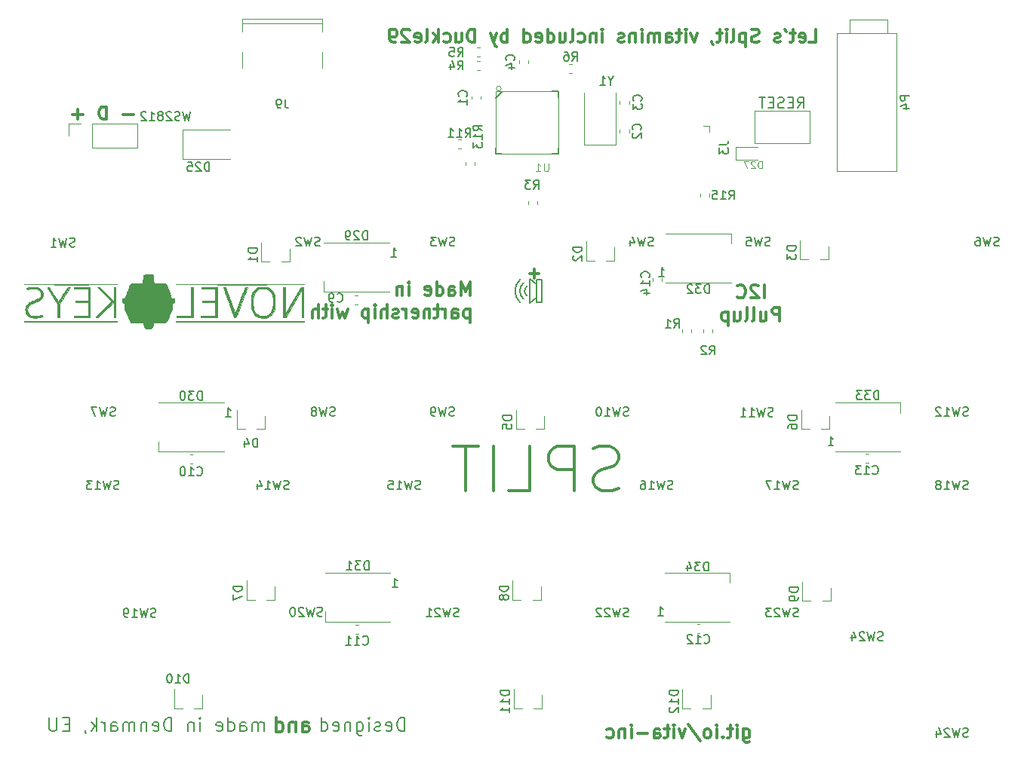
<source format=gbr>
G04 #@! TF.GenerationSoftware,KiCad,Pcbnew,5.0.2-5.fc29*
G04 #@! TF.CreationDate,2019-03-27T11:56:34+01:00*
G04 #@! TF.ProjectId,vitamins_included,76697461-6d69-46e7-935f-696e636c7564,rev?*
G04 #@! TF.SameCoordinates,Original*
G04 #@! TF.FileFunction,Legend,Bot*
G04 #@! TF.FilePolarity,Positive*
%FSLAX46Y46*%
G04 Gerber Fmt 4.6, Leading zero omitted, Abs format (unit mm)*
G04 Created by KiCad (PCBNEW 5.0.2-5.fc29) date 2019-03-27T11:56:34 CET*
%MOMM*%
%LPD*%
G01*
G04 APERTURE LIST*
%ADD10C,0.200000*%
%ADD11C,0.150000*%
%ADD12C,0.300000*%
%ADD13C,0.350000*%
%ADD14C,0.120000*%
%ADD15C,0.010000*%
%ADD16C,0.066040*%
%ADD17C,0.127000*%
%ADD18C,0.100000*%
%ADD19C,0.101600*%
G04 APERTURE END LIST*
D10*
X56658536Y-30986799D02*
G75*
G02X56668000Y-29217000I771464J880799D01*
G01*
X58128500Y-30106000D02*
X58128500Y-31376000D01*
X58128500Y-30106000D02*
X58128500Y-28836000D01*
X58763500Y-31376000D02*
X58763500Y-30106000D01*
D11*
X87442857Y-9542857D02*
X87842857Y-8971428D01*
X88128571Y-9542857D02*
X88128571Y-8342857D01*
X87671428Y-8342857D01*
X87557142Y-8400000D01*
X87500000Y-8457142D01*
X87442857Y-8571428D01*
X87442857Y-8742857D01*
X87500000Y-8857142D01*
X87557142Y-8914285D01*
X87671428Y-8971428D01*
X88128571Y-8971428D01*
X86928571Y-8914285D02*
X86528571Y-8914285D01*
X86357142Y-9542857D02*
X86928571Y-9542857D01*
X86928571Y-8342857D01*
X86357142Y-8342857D01*
X85900000Y-9485714D02*
X85728571Y-9542857D01*
X85442857Y-9542857D01*
X85328571Y-9485714D01*
X85271428Y-9428571D01*
X85214285Y-9314285D01*
X85214285Y-9200000D01*
X85271428Y-9085714D01*
X85328571Y-9028571D01*
X85442857Y-8971428D01*
X85671428Y-8914285D01*
X85785714Y-8857142D01*
X85842857Y-8800000D01*
X85900000Y-8685714D01*
X85900000Y-8571428D01*
X85842857Y-8457142D01*
X85785714Y-8400000D01*
X85671428Y-8342857D01*
X85385714Y-8342857D01*
X85214285Y-8400000D01*
X84700000Y-8914285D02*
X84300000Y-8914285D01*
X84128571Y-9542857D02*
X84700000Y-9542857D01*
X84700000Y-8342857D01*
X84128571Y-8342857D01*
X83785714Y-8342857D02*
X83100000Y-8342857D01*
X83442857Y-9542857D02*
X83442857Y-8342857D01*
D12*
X50647857Y-30603571D02*
X50647857Y-29103571D01*
X50147857Y-30175000D01*
X49647857Y-29103571D01*
X49647857Y-30603571D01*
X48290714Y-30603571D02*
X48290714Y-29817857D01*
X48362142Y-29675000D01*
X48505000Y-29603571D01*
X48790714Y-29603571D01*
X48933571Y-29675000D01*
X48290714Y-30532142D02*
X48433571Y-30603571D01*
X48790714Y-30603571D01*
X48933571Y-30532142D01*
X49005000Y-30389285D01*
X49005000Y-30246428D01*
X48933571Y-30103571D01*
X48790714Y-30032142D01*
X48433571Y-30032142D01*
X48290714Y-29960714D01*
X46933571Y-30603571D02*
X46933571Y-29103571D01*
X46933571Y-30532142D02*
X47076428Y-30603571D01*
X47362142Y-30603571D01*
X47505000Y-30532142D01*
X47576428Y-30460714D01*
X47647857Y-30317857D01*
X47647857Y-29889285D01*
X47576428Y-29746428D01*
X47505000Y-29675000D01*
X47362142Y-29603571D01*
X47076428Y-29603571D01*
X46933571Y-29675000D01*
X45647857Y-30532142D02*
X45790714Y-30603571D01*
X46076428Y-30603571D01*
X46219285Y-30532142D01*
X46290714Y-30389285D01*
X46290714Y-29817857D01*
X46219285Y-29675000D01*
X46076428Y-29603571D01*
X45790714Y-29603571D01*
X45647857Y-29675000D01*
X45576428Y-29817857D01*
X45576428Y-29960714D01*
X46290714Y-30103571D01*
X43790714Y-30603571D02*
X43790714Y-29603571D01*
X43790714Y-29103571D02*
X43862142Y-29175000D01*
X43790714Y-29246428D01*
X43719285Y-29175000D01*
X43790714Y-29103571D01*
X43790714Y-29246428D01*
X43076428Y-29603571D02*
X43076428Y-30603571D01*
X43076428Y-29746428D02*
X43005000Y-29675000D01*
X42862142Y-29603571D01*
X42647857Y-29603571D01*
X42505000Y-29675000D01*
X42433571Y-29817857D01*
X42433571Y-30603571D01*
X50647857Y-32153571D02*
X50647857Y-33653571D01*
X50647857Y-32225000D02*
X50505000Y-32153571D01*
X50219285Y-32153571D01*
X50076428Y-32225000D01*
X50005000Y-32296428D01*
X49933571Y-32439285D01*
X49933571Y-32867857D01*
X50005000Y-33010714D01*
X50076428Y-33082142D01*
X50219285Y-33153571D01*
X50505000Y-33153571D01*
X50647857Y-33082142D01*
X48647857Y-33153571D02*
X48647857Y-32367857D01*
X48719285Y-32225000D01*
X48862142Y-32153571D01*
X49147857Y-32153571D01*
X49290714Y-32225000D01*
X48647857Y-33082142D02*
X48790714Y-33153571D01*
X49147857Y-33153571D01*
X49290714Y-33082142D01*
X49362142Y-32939285D01*
X49362142Y-32796428D01*
X49290714Y-32653571D01*
X49147857Y-32582142D01*
X48790714Y-32582142D01*
X48647857Y-32510714D01*
X47933571Y-33153571D02*
X47933571Y-32153571D01*
X47933571Y-32439285D02*
X47862142Y-32296428D01*
X47790714Y-32225000D01*
X47647857Y-32153571D01*
X47505000Y-32153571D01*
X47219285Y-32153571D02*
X46647857Y-32153571D01*
X47005000Y-31653571D02*
X47005000Y-32939285D01*
X46933571Y-33082142D01*
X46790714Y-33153571D01*
X46647857Y-33153571D01*
X46147857Y-32153571D02*
X46147857Y-33153571D01*
X46147857Y-32296428D02*
X46076428Y-32225000D01*
X45933571Y-32153571D01*
X45719285Y-32153571D01*
X45576428Y-32225000D01*
X45505000Y-32367857D01*
X45505000Y-33153571D01*
X44219285Y-33082142D02*
X44362142Y-33153571D01*
X44647857Y-33153571D01*
X44790714Y-33082142D01*
X44862142Y-32939285D01*
X44862142Y-32367857D01*
X44790714Y-32225000D01*
X44647857Y-32153571D01*
X44362142Y-32153571D01*
X44219285Y-32225000D01*
X44147857Y-32367857D01*
X44147857Y-32510714D01*
X44862142Y-32653571D01*
X43505000Y-33153571D02*
X43505000Y-32153571D01*
X43505000Y-32439285D02*
X43433571Y-32296428D01*
X43362142Y-32225000D01*
X43219285Y-32153571D01*
X43076428Y-32153571D01*
X42647857Y-33082142D02*
X42505000Y-33153571D01*
X42219285Y-33153571D01*
X42076428Y-33082142D01*
X42005000Y-32939285D01*
X42005000Y-32867857D01*
X42076428Y-32725000D01*
X42219285Y-32653571D01*
X42433571Y-32653571D01*
X42576428Y-32582142D01*
X42647857Y-32439285D01*
X42647857Y-32367857D01*
X42576428Y-32225000D01*
X42433571Y-32153571D01*
X42219285Y-32153571D01*
X42076428Y-32225000D01*
X41362142Y-33153571D02*
X41362142Y-31653571D01*
X40719285Y-33153571D02*
X40719285Y-32367857D01*
X40790714Y-32225000D01*
X40933571Y-32153571D01*
X41147857Y-32153571D01*
X41290714Y-32225000D01*
X41362142Y-32296428D01*
X40005000Y-33153571D02*
X40005000Y-32153571D01*
X40005000Y-31653571D02*
X40076428Y-31725000D01*
X40005000Y-31796428D01*
X39933571Y-31725000D01*
X40005000Y-31653571D01*
X40005000Y-31796428D01*
X39290714Y-32153571D02*
X39290714Y-33653571D01*
X39290714Y-32225000D02*
X39147857Y-32153571D01*
X38862142Y-32153571D01*
X38719285Y-32225000D01*
X38647857Y-32296428D01*
X38576428Y-32439285D01*
X38576428Y-32867857D01*
X38647857Y-33010714D01*
X38719285Y-33082142D01*
X38862142Y-33153571D01*
X39147857Y-33153571D01*
X39290714Y-33082142D01*
X36933571Y-32153571D02*
X36647857Y-33153571D01*
X36362142Y-32439285D01*
X36076428Y-33153571D01*
X35790714Y-32153571D01*
X35219285Y-33153571D02*
X35219285Y-32153571D01*
X35219285Y-31653571D02*
X35290714Y-31725000D01*
X35219285Y-31796428D01*
X35147857Y-31725000D01*
X35219285Y-31653571D01*
X35219285Y-31796428D01*
X34719285Y-32153571D02*
X34147857Y-32153571D01*
X34505000Y-31653571D02*
X34505000Y-32939285D01*
X34433571Y-33082142D01*
X34290714Y-33153571D01*
X34147857Y-33153571D01*
X33647857Y-33153571D02*
X33647857Y-31653571D01*
X33005000Y-33153571D02*
X33005000Y-32367857D01*
X33076428Y-32225000D01*
X33219285Y-32153571D01*
X33433571Y-32153571D01*
X33576428Y-32225000D01*
X33647857Y-32296428D01*
X57379261Y-28166857D02*
X58369738Y-28166857D01*
X57874500Y-28662095D02*
X57874500Y-27671619D01*
D13*
X31855833Y-79597809D02*
X31855833Y-78759714D01*
X31932023Y-78607333D01*
X32084404Y-78531142D01*
X32389166Y-78531142D01*
X32541547Y-78607333D01*
X31855833Y-79521619D02*
X32008214Y-79597809D01*
X32389166Y-79597809D01*
X32541547Y-79521619D01*
X32617738Y-79369238D01*
X32617738Y-79216857D01*
X32541547Y-79064476D01*
X32389166Y-78988285D01*
X32008214Y-78988285D01*
X31855833Y-78912095D01*
X31093928Y-78531142D02*
X31093928Y-79597809D01*
X31093928Y-78683523D02*
X31017738Y-78607333D01*
X30865357Y-78531142D01*
X30636785Y-78531142D01*
X30484404Y-78607333D01*
X30408214Y-78759714D01*
X30408214Y-79597809D01*
X28960595Y-79597809D02*
X28960595Y-77997809D01*
X28960595Y-79521619D02*
X29112976Y-79597809D01*
X29417738Y-79597809D01*
X29570119Y-79521619D01*
X29646309Y-79445428D01*
X29722500Y-79293047D01*
X29722500Y-78835904D01*
X29646309Y-78683523D01*
X29570119Y-78607333D01*
X29417738Y-78531142D01*
X29112976Y-78531142D01*
X28960595Y-78607333D01*
D10*
X43330857Y-79552571D02*
X43330857Y-78052571D01*
X42973714Y-78052571D01*
X42759428Y-78124000D01*
X42616571Y-78266857D01*
X42545142Y-78409714D01*
X42473714Y-78695428D01*
X42473714Y-78909714D01*
X42545142Y-79195428D01*
X42616571Y-79338285D01*
X42759428Y-79481142D01*
X42973714Y-79552571D01*
X43330857Y-79552571D01*
X41259428Y-79481142D02*
X41402285Y-79552571D01*
X41688000Y-79552571D01*
X41830857Y-79481142D01*
X41902285Y-79338285D01*
X41902285Y-78766857D01*
X41830857Y-78624000D01*
X41688000Y-78552571D01*
X41402285Y-78552571D01*
X41259428Y-78624000D01*
X41188000Y-78766857D01*
X41188000Y-78909714D01*
X41902285Y-79052571D01*
X40616571Y-79481142D02*
X40473714Y-79552571D01*
X40188000Y-79552571D01*
X40045142Y-79481142D01*
X39973714Y-79338285D01*
X39973714Y-79266857D01*
X40045142Y-79124000D01*
X40188000Y-79052571D01*
X40402285Y-79052571D01*
X40545142Y-78981142D01*
X40616571Y-78838285D01*
X40616571Y-78766857D01*
X40545142Y-78624000D01*
X40402285Y-78552571D01*
X40188000Y-78552571D01*
X40045142Y-78624000D01*
X39330857Y-79552571D02*
X39330857Y-78552571D01*
X39330857Y-78052571D02*
X39402285Y-78124000D01*
X39330857Y-78195428D01*
X39259428Y-78124000D01*
X39330857Y-78052571D01*
X39330857Y-78195428D01*
X37973714Y-78552571D02*
X37973714Y-79766857D01*
X38045142Y-79909714D01*
X38116571Y-79981142D01*
X38259428Y-80052571D01*
X38473714Y-80052571D01*
X38616571Y-79981142D01*
X37973714Y-79481142D02*
X38116571Y-79552571D01*
X38402285Y-79552571D01*
X38545142Y-79481142D01*
X38616571Y-79409714D01*
X38688000Y-79266857D01*
X38688000Y-78838285D01*
X38616571Y-78695428D01*
X38545142Y-78624000D01*
X38402285Y-78552571D01*
X38116571Y-78552571D01*
X37973714Y-78624000D01*
X37259428Y-78552571D02*
X37259428Y-79552571D01*
X37259428Y-78695428D02*
X37188000Y-78624000D01*
X37045142Y-78552571D01*
X36830857Y-78552571D01*
X36688000Y-78624000D01*
X36616571Y-78766857D01*
X36616571Y-79552571D01*
X35330857Y-79481142D02*
X35473714Y-79552571D01*
X35759428Y-79552571D01*
X35902285Y-79481142D01*
X35973714Y-79338285D01*
X35973714Y-78766857D01*
X35902285Y-78624000D01*
X35759428Y-78552571D01*
X35473714Y-78552571D01*
X35330857Y-78624000D01*
X35259428Y-78766857D01*
X35259428Y-78909714D01*
X35973714Y-79052571D01*
X33973714Y-79552571D02*
X33973714Y-78052571D01*
X33973714Y-79481142D02*
X34116571Y-79552571D01*
X34402285Y-79552571D01*
X34545142Y-79481142D01*
X34616571Y-79409714D01*
X34687999Y-79266857D01*
X34687999Y-78838285D01*
X34616571Y-78695428D01*
X34545142Y-78624000D01*
X34402285Y-78552571D01*
X34116571Y-78552571D01*
X33973714Y-78624000D01*
X27545142Y-79552571D02*
X27545142Y-78552571D01*
X27545142Y-78695428D02*
X27473714Y-78624000D01*
X27330857Y-78552571D01*
X27116571Y-78552571D01*
X26973714Y-78624000D01*
X26902285Y-78766857D01*
X26902285Y-79552571D01*
X26902285Y-78766857D02*
X26830857Y-78624000D01*
X26688000Y-78552571D01*
X26473714Y-78552571D01*
X26330857Y-78624000D01*
X26259428Y-78766857D01*
X26259428Y-79552571D01*
X24902285Y-79552571D02*
X24902285Y-78766857D01*
X24973714Y-78624000D01*
X25116571Y-78552571D01*
X25402285Y-78552571D01*
X25545142Y-78624000D01*
X24902285Y-79481142D02*
X25045142Y-79552571D01*
X25402285Y-79552571D01*
X25545142Y-79481142D01*
X25616571Y-79338285D01*
X25616571Y-79195428D01*
X25545142Y-79052571D01*
X25402285Y-78981142D01*
X25045142Y-78981142D01*
X24902285Y-78909714D01*
X23545142Y-79552571D02*
X23545142Y-78052571D01*
X23545142Y-79481142D02*
X23687999Y-79552571D01*
X23973714Y-79552571D01*
X24116571Y-79481142D01*
X24187999Y-79409714D01*
X24259428Y-79266857D01*
X24259428Y-78838285D01*
X24187999Y-78695428D01*
X24116571Y-78624000D01*
X23973714Y-78552571D01*
X23687999Y-78552571D01*
X23545142Y-78624000D01*
X22259428Y-79481142D02*
X22402285Y-79552571D01*
X22687999Y-79552571D01*
X22830857Y-79481142D01*
X22902285Y-79338285D01*
X22902285Y-78766857D01*
X22830857Y-78624000D01*
X22687999Y-78552571D01*
X22402285Y-78552571D01*
X22259428Y-78624000D01*
X22187999Y-78766857D01*
X22187999Y-78909714D01*
X22902285Y-79052571D01*
X20402285Y-79552571D02*
X20402285Y-78552571D01*
X20402285Y-78052571D02*
X20473714Y-78124000D01*
X20402285Y-78195428D01*
X20330857Y-78124000D01*
X20402285Y-78052571D01*
X20402285Y-78195428D01*
X19688000Y-78552571D02*
X19688000Y-79552571D01*
X19688000Y-78695428D02*
X19616571Y-78624000D01*
X19473714Y-78552571D01*
X19259428Y-78552571D01*
X19116571Y-78624000D01*
X19045142Y-78766857D01*
X19045142Y-79552571D01*
X17188000Y-79552571D02*
X17188000Y-78052571D01*
X16830857Y-78052571D01*
X16616571Y-78124000D01*
X16473714Y-78266857D01*
X16402285Y-78409714D01*
X16330857Y-78695428D01*
X16330857Y-78909714D01*
X16402285Y-79195428D01*
X16473714Y-79338285D01*
X16616571Y-79481142D01*
X16830857Y-79552571D01*
X17188000Y-79552571D01*
X15116571Y-79481142D02*
X15259428Y-79552571D01*
X15545142Y-79552571D01*
X15688000Y-79481142D01*
X15759428Y-79338285D01*
X15759428Y-78766857D01*
X15688000Y-78624000D01*
X15545142Y-78552571D01*
X15259428Y-78552571D01*
X15116571Y-78624000D01*
X15045142Y-78766857D01*
X15045142Y-78909714D01*
X15759428Y-79052571D01*
X14402285Y-78552571D02*
X14402285Y-79552571D01*
X14402285Y-78695428D02*
X14330857Y-78624000D01*
X14188000Y-78552571D01*
X13973714Y-78552571D01*
X13830857Y-78624000D01*
X13759428Y-78766857D01*
X13759428Y-79552571D01*
X13045142Y-79552571D02*
X13045142Y-78552571D01*
X13045142Y-78695428D02*
X12973714Y-78624000D01*
X12830857Y-78552571D01*
X12616571Y-78552571D01*
X12473714Y-78624000D01*
X12402285Y-78766857D01*
X12402285Y-79552571D01*
X12402285Y-78766857D02*
X12330857Y-78624000D01*
X12188000Y-78552571D01*
X11973714Y-78552571D01*
X11830857Y-78624000D01*
X11759428Y-78766857D01*
X11759428Y-79552571D01*
X10402285Y-79552571D02*
X10402285Y-78766857D01*
X10473714Y-78624000D01*
X10616571Y-78552571D01*
X10902285Y-78552571D01*
X11045142Y-78624000D01*
X10402285Y-79481142D02*
X10545142Y-79552571D01*
X10902285Y-79552571D01*
X11045142Y-79481142D01*
X11116571Y-79338285D01*
X11116571Y-79195428D01*
X11045142Y-79052571D01*
X10902285Y-78981142D01*
X10545142Y-78981142D01*
X10402285Y-78909714D01*
X9688000Y-79552571D02*
X9688000Y-78552571D01*
X9688000Y-78838285D02*
X9616571Y-78695428D01*
X9545142Y-78624000D01*
X9402285Y-78552571D01*
X9259428Y-78552571D01*
X8759428Y-79552571D02*
X8759428Y-78052571D01*
X8616571Y-78981142D02*
X8188000Y-79552571D01*
X8188000Y-78552571D02*
X8759428Y-79124000D01*
X7473714Y-79481142D02*
X7473714Y-79552571D01*
X7545142Y-79695428D01*
X7616571Y-79766857D01*
X5688000Y-78766857D02*
X5188000Y-78766857D01*
X4973714Y-79552571D02*
X5688000Y-79552571D01*
X5688000Y-78052571D01*
X4973714Y-78052571D01*
X4330857Y-78052571D02*
X4330857Y-79266857D01*
X4259428Y-79409714D01*
X4188000Y-79481142D01*
X4045142Y-79552571D01*
X3759428Y-79552571D01*
X3616571Y-79481142D01*
X3545142Y-79409714D01*
X3473714Y-79266857D01*
X3473714Y-78052571D01*
X57366500Y-28709000D02*
X57366500Y-30106000D01*
D12*
X81335714Y-79328571D02*
X81335714Y-80542857D01*
X81407142Y-80685714D01*
X81478571Y-80757142D01*
X81621428Y-80828571D01*
X81835714Y-80828571D01*
X81978571Y-80757142D01*
X81335714Y-80257142D02*
X81478571Y-80328571D01*
X81764285Y-80328571D01*
X81907142Y-80257142D01*
X81978571Y-80185714D01*
X82050000Y-80042857D01*
X82050000Y-79614285D01*
X81978571Y-79471428D01*
X81907142Y-79400000D01*
X81764285Y-79328571D01*
X81478571Y-79328571D01*
X81335714Y-79400000D01*
X80621428Y-80328571D02*
X80621428Y-79328571D01*
X80621428Y-78828571D02*
X80692857Y-78900000D01*
X80621428Y-78971428D01*
X80550000Y-78900000D01*
X80621428Y-78828571D01*
X80621428Y-78971428D01*
X80121428Y-79328571D02*
X79550000Y-79328571D01*
X79907142Y-78828571D02*
X79907142Y-80114285D01*
X79835714Y-80257142D01*
X79692857Y-80328571D01*
X79550000Y-80328571D01*
X79050000Y-80185714D02*
X78978571Y-80257142D01*
X79050000Y-80328571D01*
X79121428Y-80257142D01*
X79050000Y-80185714D01*
X79050000Y-80328571D01*
X78335714Y-80328571D02*
X78335714Y-79328571D01*
X78335714Y-78828571D02*
X78407142Y-78900000D01*
X78335714Y-78971428D01*
X78264285Y-78900000D01*
X78335714Y-78828571D01*
X78335714Y-78971428D01*
X77407142Y-80328571D02*
X77550000Y-80257142D01*
X77621428Y-80185714D01*
X77692857Y-80042857D01*
X77692857Y-79614285D01*
X77621428Y-79471428D01*
X77550000Y-79400000D01*
X77407142Y-79328571D01*
X77192857Y-79328571D01*
X77050000Y-79400000D01*
X76978571Y-79471428D01*
X76907142Y-79614285D01*
X76907142Y-80042857D01*
X76978571Y-80185714D01*
X77050000Y-80257142D01*
X77192857Y-80328571D01*
X77407142Y-80328571D01*
X75192857Y-78757142D02*
X76478571Y-80685714D01*
X74835714Y-79328571D02*
X74478571Y-80328571D01*
X74121428Y-79328571D01*
X73550000Y-80328571D02*
X73550000Y-79328571D01*
X73550000Y-78828571D02*
X73621428Y-78900000D01*
X73550000Y-78971428D01*
X73478571Y-78900000D01*
X73550000Y-78828571D01*
X73550000Y-78971428D01*
X73050000Y-79328571D02*
X72478571Y-79328571D01*
X72835714Y-78828571D02*
X72835714Y-80114285D01*
X72764285Y-80257142D01*
X72621428Y-80328571D01*
X72478571Y-80328571D01*
X71335714Y-80328571D02*
X71335714Y-79542857D01*
X71407142Y-79400000D01*
X71550000Y-79328571D01*
X71835714Y-79328571D01*
X71978571Y-79400000D01*
X71335714Y-80257142D02*
X71478571Y-80328571D01*
X71835714Y-80328571D01*
X71978571Y-80257142D01*
X72050000Y-80114285D01*
X72050000Y-79971428D01*
X71978571Y-79828571D01*
X71835714Y-79757142D01*
X71478571Y-79757142D01*
X71335714Y-79685714D01*
X70621428Y-79757142D02*
X69478571Y-79757142D01*
X68764285Y-80328571D02*
X68764285Y-79328571D01*
X68764285Y-78828571D02*
X68835714Y-78900000D01*
X68764285Y-78971428D01*
X68692857Y-78900000D01*
X68764285Y-78828571D01*
X68764285Y-78971428D01*
X68050000Y-79328571D02*
X68050000Y-80328571D01*
X68050000Y-79471428D02*
X67978571Y-79400000D01*
X67835714Y-79328571D01*
X67621428Y-79328571D01*
X67478571Y-79400000D01*
X67407142Y-79542857D01*
X67407142Y-80328571D01*
X66050000Y-80257142D02*
X66192857Y-80328571D01*
X66478571Y-80328571D01*
X66621428Y-80257142D01*
X66692857Y-80185714D01*
X66764285Y-80042857D01*
X66764285Y-79614285D01*
X66692857Y-79471428D01*
X66621428Y-79400000D01*
X66478571Y-79328571D01*
X66192857Y-79328571D01*
X66050000Y-79400000D01*
X12892857Y-10267000D02*
X11750000Y-10267000D01*
X9892857Y-10800333D02*
X9892857Y-9400333D01*
X9535714Y-9400333D01*
X9321428Y-9467000D01*
X9178571Y-9600333D01*
X9107142Y-9733666D01*
X9035714Y-10000333D01*
X9035714Y-10200333D01*
X9107142Y-10467000D01*
X9178571Y-10600333D01*
X9321428Y-10733666D01*
X9535714Y-10800333D01*
X9892857Y-10800333D01*
X7250000Y-10267000D02*
X6107142Y-10267000D01*
X6678571Y-10800333D02*
X6678571Y-9733666D01*
X88733571Y-2178571D02*
X89447857Y-2178571D01*
X89447857Y-678571D01*
X87662142Y-2107142D02*
X87805000Y-2178571D01*
X88090714Y-2178571D01*
X88233571Y-2107142D01*
X88305000Y-1964285D01*
X88305000Y-1392857D01*
X88233571Y-1250000D01*
X88090714Y-1178571D01*
X87805000Y-1178571D01*
X87662142Y-1250000D01*
X87590714Y-1392857D01*
X87590714Y-1535714D01*
X88305000Y-1678571D01*
X87162142Y-1178571D02*
X86590714Y-1178571D01*
X86947857Y-678571D02*
X86947857Y-1964285D01*
X86876428Y-2107142D01*
X86733571Y-2178571D01*
X86590714Y-2178571D01*
X86019285Y-678571D02*
X86162142Y-964285D01*
X85447857Y-2107142D02*
X85305000Y-2178571D01*
X85019285Y-2178571D01*
X84876428Y-2107142D01*
X84805000Y-1964285D01*
X84805000Y-1892857D01*
X84876428Y-1750000D01*
X85019285Y-1678571D01*
X85233571Y-1678571D01*
X85376428Y-1607142D01*
X85447857Y-1464285D01*
X85447857Y-1392857D01*
X85376428Y-1250000D01*
X85233571Y-1178571D01*
X85019285Y-1178571D01*
X84876428Y-1250000D01*
X83090714Y-2107142D02*
X82876428Y-2178571D01*
X82519285Y-2178571D01*
X82376428Y-2107142D01*
X82305000Y-2035714D01*
X82233571Y-1892857D01*
X82233571Y-1750000D01*
X82305000Y-1607142D01*
X82376428Y-1535714D01*
X82519285Y-1464285D01*
X82805000Y-1392857D01*
X82947857Y-1321428D01*
X83019285Y-1250000D01*
X83090714Y-1107142D01*
X83090714Y-964285D01*
X83019285Y-821428D01*
X82947857Y-750000D01*
X82805000Y-678571D01*
X82447857Y-678571D01*
X82233571Y-750000D01*
X81590714Y-1178571D02*
X81590714Y-2678571D01*
X81590714Y-1250000D02*
X81447857Y-1178571D01*
X81162142Y-1178571D01*
X81019285Y-1250000D01*
X80947857Y-1321428D01*
X80876428Y-1464285D01*
X80876428Y-1892857D01*
X80947857Y-2035714D01*
X81019285Y-2107142D01*
X81162142Y-2178571D01*
X81447857Y-2178571D01*
X81590714Y-2107142D01*
X80019285Y-2178571D02*
X80162142Y-2107142D01*
X80233571Y-1964285D01*
X80233571Y-678571D01*
X79447857Y-2178571D02*
X79447857Y-1178571D01*
X79447857Y-678571D02*
X79519285Y-750000D01*
X79447857Y-821428D01*
X79376428Y-750000D01*
X79447857Y-678571D01*
X79447857Y-821428D01*
X78947857Y-1178571D02*
X78376428Y-1178571D01*
X78733571Y-678571D02*
X78733571Y-1964285D01*
X78662142Y-2107142D01*
X78519285Y-2178571D01*
X78376428Y-2178571D01*
X77805000Y-2107142D02*
X77805000Y-2178571D01*
X77876428Y-2321428D01*
X77947857Y-2392857D01*
X76162142Y-1178571D02*
X75805000Y-2178571D01*
X75447857Y-1178571D01*
X74876428Y-2178571D02*
X74876428Y-1178571D01*
X74876428Y-678571D02*
X74947857Y-750000D01*
X74876428Y-821428D01*
X74805000Y-750000D01*
X74876428Y-678571D01*
X74876428Y-821428D01*
X74376428Y-1178571D02*
X73805000Y-1178571D01*
X74162142Y-678571D02*
X74162142Y-1964285D01*
X74090714Y-2107142D01*
X73947857Y-2178571D01*
X73805000Y-2178571D01*
X72662142Y-2178571D02*
X72662142Y-1392857D01*
X72733571Y-1250000D01*
X72876428Y-1178571D01*
X73162142Y-1178571D01*
X73305000Y-1250000D01*
X72662142Y-2107142D02*
X72805000Y-2178571D01*
X73162142Y-2178571D01*
X73305000Y-2107142D01*
X73376428Y-1964285D01*
X73376428Y-1821428D01*
X73305000Y-1678571D01*
X73162142Y-1607142D01*
X72805000Y-1607142D01*
X72662142Y-1535714D01*
X71947857Y-2178571D02*
X71947857Y-1178571D01*
X71947857Y-1321428D02*
X71876428Y-1250000D01*
X71733571Y-1178571D01*
X71519285Y-1178571D01*
X71376428Y-1250000D01*
X71305000Y-1392857D01*
X71305000Y-2178571D01*
X71305000Y-1392857D02*
X71233571Y-1250000D01*
X71090714Y-1178571D01*
X70876428Y-1178571D01*
X70733571Y-1250000D01*
X70662142Y-1392857D01*
X70662142Y-2178571D01*
X69947857Y-2178571D02*
X69947857Y-1178571D01*
X69947857Y-678571D02*
X70019285Y-750000D01*
X69947857Y-821428D01*
X69876428Y-750000D01*
X69947857Y-678571D01*
X69947857Y-821428D01*
X69233571Y-1178571D02*
X69233571Y-2178571D01*
X69233571Y-1321428D02*
X69162142Y-1250000D01*
X69019285Y-1178571D01*
X68805000Y-1178571D01*
X68662142Y-1250000D01*
X68590714Y-1392857D01*
X68590714Y-2178571D01*
X67947857Y-2107142D02*
X67805000Y-2178571D01*
X67519285Y-2178571D01*
X67376428Y-2107142D01*
X67305000Y-1964285D01*
X67305000Y-1892857D01*
X67376428Y-1750000D01*
X67519285Y-1678571D01*
X67733571Y-1678571D01*
X67876428Y-1607142D01*
X67947857Y-1464285D01*
X67947857Y-1392857D01*
X67876428Y-1250000D01*
X67733571Y-1178571D01*
X67519285Y-1178571D01*
X67376428Y-1250000D01*
X65519285Y-2178571D02*
X65519285Y-1178571D01*
X65519285Y-678571D02*
X65590714Y-750000D01*
X65519285Y-821428D01*
X65447857Y-750000D01*
X65519285Y-678571D01*
X65519285Y-821428D01*
X64805000Y-1178571D02*
X64805000Y-2178571D01*
X64805000Y-1321428D02*
X64733571Y-1250000D01*
X64590714Y-1178571D01*
X64376428Y-1178571D01*
X64233571Y-1250000D01*
X64162142Y-1392857D01*
X64162142Y-2178571D01*
X62805000Y-2107142D02*
X62947857Y-2178571D01*
X63233571Y-2178571D01*
X63376428Y-2107142D01*
X63447857Y-2035714D01*
X63519285Y-1892857D01*
X63519285Y-1464285D01*
X63447857Y-1321428D01*
X63376428Y-1250000D01*
X63233571Y-1178571D01*
X62947857Y-1178571D01*
X62805000Y-1250000D01*
X61947857Y-2178571D02*
X62090714Y-2107142D01*
X62162142Y-1964285D01*
X62162142Y-678571D01*
X60733571Y-1178571D02*
X60733571Y-2178571D01*
X61376428Y-1178571D02*
X61376428Y-1964285D01*
X61305000Y-2107142D01*
X61162142Y-2178571D01*
X60947857Y-2178571D01*
X60805000Y-2107142D01*
X60733571Y-2035714D01*
X59376428Y-2178571D02*
X59376428Y-678571D01*
X59376428Y-2107142D02*
X59519285Y-2178571D01*
X59805000Y-2178571D01*
X59947857Y-2107142D01*
X60019285Y-2035714D01*
X60090714Y-1892857D01*
X60090714Y-1464285D01*
X60019285Y-1321428D01*
X59947857Y-1250000D01*
X59805000Y-1178571D01*
X59519285Y-1178571D01*
X59376428Y-1250000D01*
X58090714Y-2107142D02*
X58233571Y-2178571D01*
X58519285Y-2178571D01*
X58662142Y-2107142D01*
X58733571Y-1964285D01*
X58733571Y-1392857D01*
X58662142Y-1250000D01*
X58519285Y-1178571D01*
X58233571Y-1178571D01*
X58090714Y-1250000D01*
X58019285Y-1392857D01*
X58019285Y-1535714D01*
X58733571Y-1678571D01*
X56733571Y-2178571D02*
X56733571Y-678571D01*
X56733571Y-2107142D02*
X56876428Y-2178571D01*
X57162142Y-2178571D01*
X57304999Y-2107142D01*
X57376428Y-2035714D01*
X57447857Y-1892857D01*
X57447857Y-1464285D01*
X57376428Y-1321428D01*
X57304999Y-1250000D01*
X57162142Y-1178571D01*
X56876428Y-1178571D01*
X56733571Y-1250000D01*
X54876428Y-2178571D02*
X54876428Y-678571D01*
X54876428Y-1250000D02*
X54733571Y-1178571D01*
X54447857Y-1178571D01*
X54305000Y-1250000D01*
X54233571Y-1321428D01*
X54162142Y-1464285D01*
X54162142Y-1892857D01*
X54233571Y-2035714D01*
X54305000Y-2107142D01*
X54447857Y-2178571D01*
X54733571Y-2178571D01*
X54876428Y-2107142D01*
X53662142Y-1178571D02*
X53305000Y-2178571D01*
X52947857Y-1178571D02*
X53305000Y-2178571D01*
X53447857Y-2535714D01*
X53519285Y-2607142D01*
X53662142Y-2678571D01*
X51233571Y-2178571D02*
X51233571Y-678571D01*
X50876428Y-678571D01*
X50662142Y-750000D01*
X50519285Y-892857D01*
X50447857Y-1035714D01*
X50376428Y-1321428D01*
X50376428Y-1535714D01*
X50447857Y-1821428D01*
X50519285Y-1964285D01*
X50662142Y-2107142D01*
X50876428Y-2178571D01*
X51233571Y-2178571D01*
X49090714Y-1178571D02*
X49090714Y-2178571D01*
X49733571Y-1178571D02*
X49733571Y-1964285D01*
X49662142Y-2107142D01*
X49519285Y-2178571D01*
X49305000Y-2178571D01*
X49162142Y-2107142D01*
X49090714Y-2035714D01*
X47733571Y-2107142D02*
X47876428Y-2178571D01*
X48162142Y-2178571D01*
X48305000Y-2107142D01*
X48376428Y-2035714D01*
X48447857Y-1892857D01*
X48447857Y-1464285D01*
X48376428Y-1321428D01*
X48305000Y-1250000D01*
X48162142Y-1178571D01*
X47876428Y-1178571D01*
X47733571Y-1250000D01*
X47090714Y-2178571D02*
X47090714Y-678571D01*
X46947857Y-1607142D02*
X46519285Y-2178571D01*
X46519285Y-1178571D02*
X47090714Y-1750000D01*
X45662142Y-2178571D02*
X45805000Y-2107142D01*
X45876428Y-1964285D01*
X45876428Y-678571D01*
X44519285Y-2107142D02*
X44662142Y-2178571D01*
X44947857Y-2178571D01*
X45090714Y-2107142D01*
X45162142Y-1964285D01*
X45162142Y-1392857D01*
X45090714Y-1250000D01*
X44947857Y-1178571D01*
X44662142Y-1178571D01*
X44519285Y-1250000D01*
X44447857Y-1392857D01*
X44447857Y-1535714D01*
X45162142Y-1678571D01*
X43876428Y-821428D02*
X43805000Y-750000D01*
X43662142Y-678571D01*
X43305000Y-678571D01*
X43162142Y-750000D01*
X43090714Y-821428D01*
X43019285Y-964285D01*
X43019285Y-1107142D01*
X43090714Y-1321428D01*
X43947857Y-2178571D01*
X43019285Y-2178571D01*
X42305000Y-2178571D02*
X42019285Y-2178571D01*
X41876428Y-2107142D01*
X41805000Y-2035714D01*
X41662142Y-1821428D01*
X41590714Y-1535714D01*
X41590714Y-964285D01*
X41662142Y-821428D01*
X41733571Y-750000D01*
X41876428Y-678571D01*
X42162142Y-678571D01*
X42305000Y-750000D01*
X42376428Y-821428D01*
X42447857Y-964285D01*
X42447857Y-1321428D01*
X42376428Y-1464285D01*
X42305000Y-1535714D01*
X42162142Y-1607142D01*
X41876428Y-1607142D01*
X41733571Y-1535714D01*
X41662142Y-1464285D01*
X41590714Y-1321428D01*
D10*
X58128500Y-30852128D02*
X57366500Y-31487128D01*
X58763500Y-28836000D02*
X58763500Y-30106000D01*
X58128500Y-29344000D02*
X57366500Y-28709000D01*
X58128500Y-31376000D02*
X58763500Y-31376000D01*
D12*
X67343857Y-52322809D02*
X66629571Y-52560904D01*
X65439095Y-52560904D01*
X64962904Y-52322809D01*
X64724809Y-52084714D01*
X64486714Y-51608523D01*
X64486714Y-51132333D01*
X64724809Y-50656142D01*
X64962904Y-50418047D01*
X65439095Y-50179952D01*
X66391476Y-49941857D01*
X66867666Y-49703761D01*
X67105761Y-49465666D01*
X67343857Y-48989476D01*
X67343857Y-48513285D01*
X67105761Y-48037095D01*
X66867666Y-47799000D01*
X66391476Y-47560904D01*
X65201000Y-47560904D01*
X64486714Y-47799000D01*
X62343857Y-52560904D02*
X62343857Y-47560904D01*
X60439095Y-47560904D01*
X59962904Y-47799000D01*
X59724809Y-48037095D01*
X59486714Y-48513285D01*
X59486714Y-49227571D01*
X59724809Y-49703761D01*
X59962904Y-49941857D01*
X60439095Y-50179952D01*
X62343857Y-50179952D01*
X54962904Y-52560904D02*
X57343857Y-52560904D01*
X57343857Y-47560904D01*
X53296238Y-52560904D02*
X53296238Y-47560904D01*
X51629571Y-47560904D02*
X48772428Y-47560904D01*
X50201000Y-52560904D02*
X50201000Y-47560904D01*
D10*
X58128500Y-28836000D02*
X58763500Y-28836000D01*
X57366500Y-31487128D02*
X57366500Y-30106000D01*
D12*
X83664285Y-30903571D02*
X83664285Y-29403571D01*
X83021428Y-29546428D02*
X82950000Y-29475000D01*
X82807142Y-29403571D01*
X82450000Y-29403571D01*
X82307142Y-29475000D01*
X82235714Y-29546428D01*
X82164285Y-29689285D01*
X82164285Y-29832142D01*
X82235714Y-30046428D01*
X83092857Y-30903571D01*
X82164285Y-30903571D01*
X80664285Y-30760714D02*
X80735714Y-30832142D01*
X80950000Y-30903571D01*
X81092857Y-30903571D01*
X81307142Y-30832142D01*
X81450000Y-30689285D01*
X81521428Y-30546428D01*
X81592857Y-30260714D01*
X81592857Y-30046428D01*
X81521428Y-29760714D01*
X81450000Y-29617857D01*
X81307142Y-29475000D01*
X81092857Y-29403571D01*
X80950000Y-29403571D01*
X80735714Y-29475000D01*
X80664285Y-29546428D01*
X85414285Y-33453571D02*
X85414285Y-31953571D01*
X84842857Y-31953571D01*
X84700000Y-32025000D01*
X84628571Y-32096428D01*
X84557142Y-32239285D01*
X84557142Y-32453571D01*
X84628571Y-32596428D01*
X84700000Y-32667857D01*
X84842857Y-32739285D01*
X85414285Y-32739285D01*
X83271428Y-32453571D02*
X83271428Y-33453571D01*
X83914285Y-32453571D02*
X83914285Y-33239285D01*
X83842857Y-33382142D01*
X83700000Y-33453571D01*
X83485714Y-33453571D01*
X83342857Y-33382142D01*
X83271428Y-33310714D01*
X82342857Y-33453571D02*
X82485714Y-33382142D01*
X82557142Y-33239285D01*
X82557142Y-31953571D01*
X81557142Y-33453571D02*
X81700000Y-33382142D01*
X81771428Y-33239285D01*
X81771428Y-31953571D01*
X80342857Y-32453571D02*
X80342857Y-33453571D01*
X80985714Y-32453571D02*
X80985714Y-33239285D01*
X80914285Y-33382142D01*
X80771428Y-33453571D01*
X80557142Y-33453571D01*
X80414285Y-33382142D01*
X80342857Y-33310714D01*
X79628571Y-32453571D02*
X79628571Y-33953571D01*
X79628571Y-32525000D02*
X79485714Y-32453571D01*
X79200000Y-32453571D01*
X79057142Y-32525000D01*
X78985714Y-32596428D01*
X78914285Y-32739285D01*
X78914285Y-33167857D01*
X78985714Y-33310714D01*
X79057142Y-33382142D01*
X79200000Y-33453571D01*
X79485714Y-33453571D01*
X79628571Y-33382142D01*
D10*
X57049354Y-30614264D02*
G75*
G02X57049000Y-29598001I380646J508264D01*
G01*
X56286433Y-31375489D02*
G75*
G02X56287000Y-28836000I1143567J1269489D01*
G01*
D14*
G04 #@! TO.C,C14*
X71190000Y-28962779D02*
X71190000Y-28637221D01*
X72210000Y-28962779D02*
X72210000Y-28637221D01*
G04 #@! TO.C,J3*
X77520000Y-12230000D02*
X77520000Y-11595000D01*
X77520000Y-11595000D02*
X76885000Y-11595000D01*
G04 #@! TO.C,D33*
X98950000Y-42650000D02*
X98950000Y-43800000D01*
X91650000Y-42650000D02*
X98950000Y-42650000D01*
X91650000Y-48150000D02*
X98950000Y-48150000D01*
G04 #@! TO.C,R13*
X50190000Y-15962779D02*
X50190000Y-15637221D01*
X51210000Y-15962779D02*
X51210000Y-15637221D01*
G04 #@! TO.C,D4*
X27680000Y-45598000D02*
X27680000Y-44138000D01*
X24520000Y-45598000D02*
X24520000Y-43438000D01*
X24520000Y-45598000D02*
X25450000Y-45598000D01*
X27680000Y-45598000D02*
X26750000Y-45598000D01*
G04 #@! TO.C,SW49*
X82640000Y-13510000D02*
X88760000Y-13510000D01*
X88760000Y-13510000D02*
X88760000Y-9890000D01*
X88760000Y-9890000D02*
X82640000Y-9890000D01*
X82640000Y-9890000D02*
X82640000Y-13510000D01*
D15*
G04 #@! TO.C,G\002A\002A\002A*
G36*
X5245438Y-29296259D02*
X4657772Y-29296384D01*
X4121898Y-29296614D01*
X3635489Y-29296970D01*
X3196221Y-29297470D01*
X2801765Y-29298132D01*
X2449797Y-29298977D01*
X2137990Y-29300022D01*
X1864017Y-29301287D01*
X1625553Y-29302790D01*
X1420271Y-29304551D01*
X1245846Y-29306588D01*
X1099950Y-29308920D01*
X980258Y-29311567D01*
X884443Y-29314546D01*
X810180Y-29317878D01*
X755142Y-29321580D01*
X717002Y-29325673D01*
X693436Y-29330174D01*
X682115Y-29335103D01*
X680222Y-29338555D01*
X684812Y-29343773D01*
X700131Y-29348551D01*
X728507Y-29352907D01*
X772265Y-29356862D01*
X833732Y-29360433D01*
X915234Y-29363640D01*
X1019097Y-29366502D01*
X1147647Y-29369037D01*
X1303210Y-29371264D01*
X1488114Y-29373203D01*
X1704683Y-29374872D01*
X1955244Y-29376290D01*
X2242123Y-29377476D01*
X2567647Y-29378449D01*
X2934142Y-29379228D01*
X3343934Y-29379832D01*
X3799349Y-29380279D01*
X4302713Y-29380589D01*
X4856353Y-29380781D01*
X5462594Y-29380873D01*
X5887222Y-29380888D01*
X6529006Y-29380851D01*
X7116672Y-29380727D01*
X7652547Y-29380496D01*
X8138955Y-29380140D01*
X8578224Y-29379640D01*
X8972679Y-29378978D01*
X9324647Y-29378133D01*
X9636455Y-29377088D01*
X9910427Y-29375823D01*
X10148891Y-29374320D01*
X10354173Y-29372559D01*
X10528599Y-29370522D01*
X10674494Y-29368190D01*
X10794186Y-29365543D01*
X10890001Y-29362564D01*
X10964264Y-29359232D01*
X11019303Y-29355530D01*
X11057442Y-29351437D01*
X11081009Y-29346936D01*
X11092329Y-29342007D01*
X11094222Y-29338555D01*
X11089633Y-29333337D01*
X11074313Y-29328560D01*
X11045937Y-29324203D01*
X11002179Y-29320248D01*
X10940712Y-29316677D01*
X10859210Y-29313470D01*
X10755347Y-29310609D01*
X10626797Y-29308073D01*
X10471234Y-29305846D01*
X10286331Y-29303907D01*
X10069762Y-29302238D01*
X9819200Y-29300820D01*
X9532321Y-29299634D01*
X9206797Y-29298661D01*
X8840302Y-29297882D01*
X8430511Y-29297278D01*
X7975096Y-29296831D01*
X7471731Y-29296521D01*
X6918092Y-29296329D01*
X6311850Y-29296237D01*
X5887222Y-29296222D01*
X5245438Y-29296259D01*
X5245438Y-29296259D01*
G37*
X5245438Y-29296259D02*
X4657772Y-29296384D01*
X4121898Y-29296614D01*
X3635489Y-29296970D01*
X3196221Y-29297470D01*
X2801765Y-29298132D01*
X2449797Y-29298977D01*
X2137990Y-29300022D01*
X1864017Y-29301287D01*
X1625553Y-29302790D01*
X1420271Y-29304551D01*
X1245846Y-29306588D01*
X1099950Y-29308920D01*
X980258Y-29311567D01*
X884443Y-29314546D01*
X810180Y-29317878D01*
X755142Y-29321580D01*
X717002Y-29325673D01*
X693436Y-29330174D01*
X682115Y-29335103D01*
X680222Y-29338555D01*
X684812Y-29343773D01*
X700131Y-29348551D01*
X728507Y-29352907D01*
X772265Y-29356862D01*
X833732Y-29360433D01*
X915234Y-29363640D01*
X1019097Y-29366502D01*
X1147647Y-29369037D01*
X1303210Y-29371264D01*
X1488114Y-29373203D01*
X1704683Y-29374872D01*
X1955244Y-29376290D01*
X2242123Y-29377476D01*
X2567647Y-29378449D01*
X2934142Y-29379228D01*
X3343934Y-29379832D01*
X3799349Y-29380279D01*
X4302713Y-29380589D01*
X4856353Y-29380781D01*
X5462594Y-29380873D01*
X5887222Y-29380888D01*
X6529006Y-29380851D01*
X7116672Y-29380727D01*
X7652547Y-29380496D01*
X8138955Y-29380140D01*
X8578224Y-29379640D01*
X8972679Y-29378978D01*
X9324647Y-29378133D01*
X9636455Y-29377088D01*
X9910427Y-29375823D01*
X10148891Y-29374320D01*
X10354173Y-29372559D01*
X10528599Y-29370522D01*
X10674494Y-29368190D01*
X10794186Y-29365543D01*
X10890001Y-29362564D01*
X10964264Y-29359232D01*
X11019303Y-29355530D01*
X11057442Y-29351437D01*
X11081009Y-29346936D01*
X11092329Y-29342007D01*
X11094222Y-29338555D01*
X11089633Y-29333337D01*
X11074313Y-29328560D01*
X11045937Y-29324203D01*
X11002179Y-29320248D01*
X10940712Y-29316677D01*
X10859210Y-29313470D01*
X10755347Y-29310609D01*
X10626797Y-29308073D01*
X10471234Y-29305846D01*
X10286331Y-29303907D01*
X10069762Y-29302238D01*
X9819200Y-29300820D01*
X9532321Y-29299634D01*
X9206797Y-29298661D01*
X8840302Y-29297882D01*
X8430511Y-29297278D01*
X7975096Y-29296831D01*
X7471731Y-29296521D01*
X6918092Y-29296329D01*
X6311850Y-29296237D01*
X5887222Y-29296222D01*
X5245438Y-29296259D01*
G36*
X24135686Y-29296248D02*
X23430948Y-29296335D01*
X22778694Y-29296494D01*
X22176945Y-29296737D01*
X21623719Y-29297075D01*
X21117038Y-29297521D01*
X20654922Y-29298085D01*
X20235389Y-29298780D01*
X19856461Y-29299616D01*
X19516157Y-29300607D01*
X19212498Y-29301763D01*
X18943502Y-29303095D01*
X18707191Y-29304617D01*
X18501584Y-29306338D01*
X18324700Y-29308272D01*
X18174561Y-29310429D01*
X18049186Y-29312822D01*
X17946595Y-29315461D01*
X17864808Y-29318359D01*
X17801845Y-29321527D01*
X17755726Y-29324977D01*
X17724471Y-29328720D01*
X17706100Y-29332768D01*
X17698633Y-29337133D01*
X17698222Y-29338555D01*
X17702707Y-29343021D01*
X17717480Y-29347166D01*
X17744523Y-29351003D01*
X17785815Y-29354543D01*
X17843336Y-29357797D01*
X17919066Y-29360778D01*
X18014986Y-29363496D01*
X18133075Y-29365964D01*
X18275313Y-29368193D01*
X18443680Y-29370195D01*
X18640156Y-29371981D01*
X18866722Y-29373563D01*
X19125358Y-29374953D01*
X19418042Y-29376163D01*
X19746756Y-29377203D01*
X20113480Y-29378086D01*
X20520193Y-29378824D01*
X20968875Y-29379427D01*
X21461507Y-29379908D01*
X22000069Y-29380279D01*
X22586540Y-29380550D01*
X23222900Y-29380734D01*
X23911130Y-29380842D01*
X24653210Y-29380886D01*
X24894889Y-29380888D01*
X25654091Y-29380862D01*
X26358830Y-29380775D01*
X27011084Y-29380616D01*
X27612833Y-29380373D01*
X28166058Y-29380035D01*
X28672739Y-29379589D01*
X29134856Y-29379025D01*
X29554388Y-29378330D01*
X29933316Y-29377494D01*
X30273620Y-29376503D01*
X30577280Y-29375348D01*
X30846275Y-29374015D01*
X31082587Y-29372493D01*
X31288194Y-29370772D01*
X31465077Y-29368838D01*
X31615216Y-29366681D01*
X31740591Y-29364289D01*
X31843182Y-29361649D01*
X31924969Y-29358751D01*
X31987932Y-29355583D01*
X32034051Y-29352134D01*
X32065307Y-29348390D01*
X32083678Y-29344342D01*
X32091145Y-29339977D01*
X32091555Y-29338555D01*
X32087071Y-29334089D01*
X32072297Y-29329944D01*
X32045255Y-29326107D01*
X32003963Y-29322567D01*
X31946442Y-29319313D01*
X31870711Y-29316332D01*
X31774792Y-29313614D01*
X31656703Y-29311146D01*
X31514465Y-29308917D01*
X31346098Y-29306915D01*
X31149621Y-29305129D01*
X30923055Y-29303547D01*
X30664420Y-29302157D01*
X30371735Y-29300947D01*
X30043021Y-29299907D01*
X29676298Y-29299024D01*
X29269585Y-29298286D01*
X28820902Y-29297683D01*
X28328271Y-29297202D01*
X27789709Y-29296831D01*
X27203238Y-29296560D01*
X26566878Y-29296376D01*
X25878647Y-29296268D01*
X25136568Y-29296224D01*
X24894889Y-29296222D01*
X24135686Y-29296248D01*
X24135686Y-29296248D01*
G37*
X24135686Y-29296248D02*
X23430948Y-29296335D01*
X22778694Y-29296494D01*
X22176945Y-29296737D01*
X21623719Y-29297075D01*
X21117038Y-29297521D01*
X20654922Y-29298085D01*
X20235389Y-29298780D01*
X19856461Y-29299616D01*
X19516157Y-29300607D01*
X19212498Y-29301763D01*
X18943502Y-29303095D01*
X18707191Y-29304617D01*
X18501584Y-29306338D01*
X18324700Y-29308272D01*
X18174561Y-29310429D01*
X18049186Y-29312822D01*
X17946595Y-29315461D01*
X17864808Y-29318359D01*
X17801845Y-29321527D01*
X17755726Y-29324977D01*
X17724471Y-29328720D01*
X17706100Y-29332768D01*
X17698633Y-29337133D01*
X17698222Y-29338555D01*
X17702707Y-29343021D01*
X17717480Y-29347166D01*
X17744523Y-29351003D01*
X17785815Y-29354543D01*
X17843336Y-29357797D01*
X17919066Y-29360778D01*
X18014986Y-29363496D01*
X18133075Y-29365964D01*
X18275313Y-29368193D01*
X18443680Y-29370195D01*
X18640156Y-29371981D01*
X18866722Y-29373563D01*
X19125358Y-29374953D01*
X19418042Y-29376163D01*
X19746756Y-29377203D01*
X20113480Y-29378086D01*
X20520193Y-29378824D01*
X20968875Y-29379427D01*
X21461507Y-29379908D01*
X22000069Y-29380279D01*
X22586540Y-29380550D01*
X23222900Y-29380734D01*
X23911130Y-29380842D01*
X24653210Y-29380886D01*
X24894889Y-29380888D01*
X25654091Y-29380862D01*
X26358830Y-29380775D01*
X27011084Y-29380616D01*
X27612833Y-29380373D01*
X28166058Y-29380035D01*
X28672739Y-29379589D01*
X29134856Y-29379025D01*
X29554388Y-29378330D01*
X29933316Y-29377494D01*
X30273620Y-29376503D01*
X30577280Y-29375348D01*
X30846275Y-29374015D01*
X31082587Y-29372493D01*
X31288194Y-29370772D01*
X31465077Y-29368838D01*
X31615216Y-29366681D01*
X31740591Y-29364289D01*
X31843182Y-29361649D01*
X31924969Y-29358751D01*
X31987932Y-29355583D01*
X32034051Y-29352134D01*
X32065307Y-29348390D01*
X32083678Y-29344342D01*
X32091145Y-29339977D01*
X32091555Y-29338555D01*
X32087071Y-29334089D01*
X32072297Y-29329944D01*
X32045255Y-29326107D01*
X32003963Y-29322567D01*
X31946442Y-29319313D01*
X31870711Y-29316332D01*
X31774792Y-29313614D01*
X31656703Y-29311146D01*
X31514465Y-29308917D01*
X31346098Y-29306915D01*
X31149621Y-29305129D01*
X30923055Y-29303547D01*
X30664420Y-29302157D01*
X30371735Y-29300947D01*
X30043021Y-29299907D01*
X29676298Y-29299024D01*
X29269585Y-29298286D01*
X28820902Y-29297683D01*
X28328271Y-29297202D01*
X27789709Y-29296831D01*
X27203238Y-29296560D01*
X26566878Y-29296376D01*
X25878647Y-29296268D01*
X25136568Y-29296224D01*
X24894889Y-29296222D01*
X24135686Y-29296248D01*
G36*
X3286406Y-29695279D02*
X3250212Y-29705066D01*
X3248444Y-29708116D01*
X3262794Y-29735073D01*
X3303686Y-29804649D01*
X3367882Y-29911513D01*
X3452144Y-30050333D01*
X3553235Y-30215780D01*
X3667916Y-30402522D01*
X3792951Y-30605229D01*
X3812889Y-30637474D01*
X4377333Y-31550049D01*
X4377333Y-33049777D01*
X4603111Y-33049777D01*
X4603111Y-31537242D01*
X5193845Y-30621343D01*
X5784580Y-29705444D01*
X5684766Y-29696508D01*
X5607656Y-29694057D01*
X5552939Y-29700017D01*
X5549691Y-29701103D01*
X5526386Y-29727235D01*
X5476396Y-29795218D01*
X5403566Y-29899427D01*
X5311740Y-30034235D01*
X5204761Y-30194017D01*
X5086473Y-30373148D01*
X4998821Y-30507317D01*
X4875712Y-30695763D01*
X4762093Y-30868118D01*
X4661654Y-31018902D01*
X4578089Y-31142635D01*
X4515089Y-31233838D01*
X4476347Y-31287032D01*
X4465551Y-31298721D01*
X4447103Y-31275245D01*
X4402822Y-31209181D01*
X4336266Y-31106127D01*
X4250996Y-30971683D01*
X4150569Y-30811448D01*
X4038545Y-30631022D01*
X3954321Y-30494387D01*
X3460754Y-29691333D01*
X3354599Y-29691333D01*
X3286406Y-29695279D01*
X3286406Y-29695279D01*
G37*
X3286406Y-29695279D02*
X3250212Y-29705066D01*
X3248444Y-29708116D01*
X3262794Y-29735073D01*
X3303686Y-29804649D01*
X3367882Y-29911513D01*
X3452144Y-30050333D01*
X3553235Y-30215780D01*
X3667916Y-30402522D01*
X3792951Y-30605229D01*
X3812889Y-30637474D01*
X4377333Y-31550049D01*
X4377333Y-33049777D01*
X4603111Y-33049777D01*
X4603111Y-31537242D01*
X5193845Y-30621343D01*
X5784580Y-29705444D01*
X5684766Y-29696508D01*
X5607656Y-29694057D01*
X5552939Y-29700017D01*
X5549691Y-29701103D01*
X5526386Y-29727235D01*
X5476396Y-29795218D01*
X5403566Y-29899427D01*
X5311740Y-30034235D01*
X5204761Y-30194017D01*
X5086473Y-30373148D01*
X4998821Y-30507317D01*
X4875712Y-30695763D01*
X4762093Y-30868118D01*
X4661654Y-31018902D01*
X4578089Y-31142635D01*
X4515089Y-31233838D01*
X4476347Y-31287032D01*
X4465551Y-31298721D01*
X4447103Y-31275245D01*
X4402822Y-31209181D01*
X4336266Y-31106127D01*
X4250996Y-30971683D01*
X4150569Y-30811448D01*
X4038545Y-30631022D01*
X3954321Y-30494387D01*
X3460754Y-29691333D01*
X3354599Y-29691333D01*
X3286406Y-29695279D01*
G36*
X6268222Y-29860666D02*
X7820444Y-29860666D01*
X7820444Y-31215333D01*
X6381111Y-31215333D01*
X6381111Y-31384666D01*
X7820444Y-31384666D01*
X7820444Y-32852222D01*
X6211778Y-32852222D01*
X6211778Y-33049777D01*
X8046222Y-33049777D01*
X8046222Y-29691333D01*
X6268222Y-29691333D01*
X6268222Y-29860666D01*
X6268222Y-29860666D01*
G37*
X6268222Y-29860666D02*
X7820444Y-29860666D01*
X7820444Y-31215333D01*
X6381111Y-31215333D01*
X6381111Y-31384666D01*
X7820444Y-31384666D01*
X7820444Y-32852222D01*
X6211778Y-32852222D01*
X6211778Y-33049777D01*
X8046222Y-33049777D01*
X8046222Y-29691333D01*
X6268222Y-29691333D01*
X6268222Y-29860666D01*
G36*
X10692502Y-30474500D02*
X10685000Y-31257666D01*
X9891835Y-30474500D01*
X9098671Y-29691333D01*
X8850555Y-29691377D01*
X10477421Y-31280453D01*
X9579321Y-32163600D01*
X8681222Y-33046746D01*
X8831865Y-33048262D01*
X8982507Y-33049777D01*
X9833754Y-32215780D01*
X10685000Y-31381783D01*
X10692475Y-32215780D01*
X10699951Y-33049777D01*
X10924889Y-33049777D01*
X10924889Y-29691333D01*
X10700004Y-29691333D01*
X10692502Y-30474500D01*
X10692502Y-30474500D01*
G37*
X10692502Y-30474500D02*
X10685000Y-31257666D01*
X9891835Y-30474500D01*
X9098671Y-29691333D01*
X8850555Y-29691377D01*
X10477421Y-31280453D01*
X9579321Y-32163600D01*
X8681222Y-33046746D01*
X8831865Y-33048262D01*
X8982507Y-33049777D01*
X9833754Y-32215780D01*
X10685000Y-31381783D01*
X10692475Y-32215780D01*
X10699951Y-33049777D01*
X10924889Y-33049777D01*
X10924889Y-29691333D01*
X10700004Y-29691333D01*
X10692502Y-30474500D01*
G36*
X19391555Y-32852222D02*
X17782889Y-32852222D01*
X17782889Y-33049777D01*
X19617333Y-33049777D01*
X19617333Y-29691333D01*
X19391555Y-29691333D01*
X19391555Y-32852222D01*
X19391555Y-32852222D01*
G37*
X19391555Y-32852222D02*
X17782889Y-32852222D01*
X17782889Y-33049777D01*
X19617333Y-33049777D01*
X19617333Y-29691333D01*
X19391555Y-29691333D01*
X19391555Y-32852222D01*
G36*
X20520444Y-29860666D02*
X22072667Y-29860666D01*
X22072667Y-31215333D01*
X20633333Y-31215333D01*
X20633333Y-31384666D01*
X22072667Y-31384666D01*
X22072667Y-32852222D01*
X20464000Y-32852222D01*
X20464000Y-33049777D01*
X22298444Y-33049777D01*
X22298444Y-29691333D01*
X20520444Y-29691333D01*
X20520444Y-29860666D01*
X20520444Y-29860666D01*
G37*
X20520444Y-29860666D02*
X22072667Y-29860666D01*
X22072667Y-31215333D01*
X20633333Y-31215333D01*
X20633333Y-31384666D01*
X22072667Y-31384666D01*
X22072667Y-32852222D01*
X20464000Y-32852222D01*
X20464000Y-33049777D01*
X22298444Y-33049777D01*
X22298444Y-29691333D01*
X20520444Y-29691333D01*
X20520444Y-29860666D01*
G36*
X25554051Y-29696848D02*
X25423274Y-29705444D01*
X25333071Y-29945333D01*
X25304489Y-30021620D01*
X25258689Y-30144203D01*
X25198137Y-30306474D01*
X25125294Y-30501825D01*
X25042624Y-30723650D01*
X24952591Y-30965340D01*
X24857657Y-31220288D01*
X24782708Y-31421640D01*
X24689288Y-31670955D01*
X24601303Y-31902500D01*
X24520766Y-32111210D01*
X24449691Y-32292018D01*
X24390089Y-32439858D01*
X24343976Y-32549665D01*
X24313363Y-32616373D01*
X24300457Y-32635195D01*
X24287176Y-32604989D01*
X24257008Y-32526430D01*
X24211732Y-32404436D01*
X24153129Y-32243922D01*
X24082978Y-32049806D01*
X24003059Y-31827003D01*
X23915152Y-31580430D01*
X23821038Y-31315002D01*
X23763419Y-31151833D01*
X23248472Y-29691333D01*
X23005420Y-29691333D01*
X23085876Y-29910055D01*
X23110797Y-29978209D01*
X23152831Y-30093642D01*
X23209875Y-30250564D01*
X23279826Y-30443179D01*
X23360581Y-30665697D01*
X23450039Y-30912324D01*
X23546096Y-31177266D01*
X23646650Y-31454733D01*
X23695394Y-31589277D01*
X24224454Y-33049777D01*
X24320668Y-33049777D01*
X24388981Y-33040457D01*
X24427940Y-33017697D01*
X24429476Y-33014500D01*
X24441597Y-32982097D01*
X24471825Y-32901876D01*
X24518284Y-32778805D01*
X24579094Y-32617853D01*
X24652379Y-32423987D01*
X24736259Y-32202177D01*
X24828857Y-31957392D01*
X24928295Y-31694600D01*
X24981508Y-31554000D01*
X25086496Y-31276546D01*
X25187820Y-31008641D01*
X25283270Y-30756137D01*
X25370638Y-30524884D01*
X25447714Y-30320731D01*
X25512289Y-30149530D01*
X25562153Y-30017130D01*
X25595097Y-29929382D01*
X25602887Y-29908515D01*
X25684827Y-29688252D01*
X25554051Y-29696848D01*
X25554051Y-29696848D01*
G37*
X25554051Y-29696848D02*
X25423274Y-29705444D01*
X25333071Y-29945333D01*
X25304489Y-30021620D01*
X25258689Y-30144203D01*
X25198137Y-30306474D01*
X25125294Y-30501825D01*
X25042624Y-30723650D01*
X24952591Y-30965340D01*
X24857657Y-31220288D01*
X24782708Y-31421640D01*
X24689288Y-31670955D01*
X24601303Y-31902500D01*
X24520766Y-32111210D01*
X24449691Y-32292018D01*
X24390089Y-32439858D01*
X24343976Y-32549665D01*
X24313363Y-32616373D01*
X24300457Y-32635195D01*
X24287176Y-32604989D01*
X24257008Y-32526430D01*
X24211732Y-32404436D01*
X24153129Y-32243922D01*
X24082978Y-32049806D01*
X24003059Y-31827003D01*
X23915152Y-31580430D01*
X23821038Y-31315002D01*
X23763419Y-31151833D01*
X23248472Y-29691333D01*
X23005420Y-29691333D01*
X23085876Y-29910055D01*
X23110797Y-29978209D01*
X23152831Y-30093642D01*
X23209875Y-30250564D01*
X23279826Y-30443179D01*
X23360581Y-30665697D01*
X23450039Y-30912324D01*
X23546096Y-31177266D01*
X23646650Y-31454733D01*
X23695394Y-31589277D01*
X24224454Y-33049777D01*
X24320668Y-33049777D01*
X24388981Y-33040457D01*
X24427940Y-33017697D01*
X24429476Y-33014500D01*
X24441597Y-32982097D01*
X24471825Y-32901876D01*
X24518284Y-32778805D01*
X24579094Y-32617853D01*
X24652379Y-32423987D01*
X24736259Y-32202177D01*
X24828857Y-31957392D01*
X24928295Y-31694600D01*
X24981508Y-31554000D01*
X25086496Y-31276546D01*
X25187820Y-31008641D01*
X25283270Y-30756137D01*
X25370638Y-30524884D01*
X25447714Y-30320731D01*
X25512289Y-30149530D01*
X25562153Y-30017130D01*
X25595097Y-29929382D01*
X25602887Y-29908515D01*
X25684827Y-29688252D01*
X25554051Y-29696848D01*
G36*
X29692667Y-33049777D02*
X29854944Y-33049365D01*
X30017222Y-33048953D01*
X30906222Y-31509716D01*
X31795222Y-29970480D01*
X31802519Y-31510129D01*
X31809815Y-33049777D01*
X32006889Y-33049777D01*
X32006889Y-29691333D01*
X31682333Y-29692935D01*
X30807444Y-31218033D01*
X29932555Y-32743130D01*
X29925257Y-31217231D01*
X29917958Y-29691333D01*
X29692667Y-29691333D01*
X29692667Y-33049777D01*
X29692667Y-33049777D01*
G37*
X29692667Y-33049777D02*
X29854944Y-33049365D01*
X30017222Y-33048953D01*
X30906222Y-31509716D01*
X31795222Y-29970480D01*
X31802519Y-31510129D01*
X31809815Y-33049777D01*
X32006889Y-33049777D01*
X32006889Y-29691333D01*
X31682333Y-29692935D01*
X30807444Y-31218033D01*
X29932555Y-32743130D01*
X29925257Y-31217231D01*
X29917958Y-29691333D01*
X29692667Y-29691333D01*
X29692667Y-33049777D01*
G36*
X1537785Y-29648451D02*
X1347738Y-29660136D01*
X1177599Y-29681609D01*
X1082389Y-29701428D01*
X984194Y-29729873D01*
X911742Y-29757116D01*
X878545Y-29777940D01*
X877778Y-29780441D01*
X889768Y-29822233D01*
X918689Y-29886134D01*
X919486Y-29887679D01*
X961194Y-29968334D01*
X1166430Y-29894183D01*
X1272940Y-29859006D01*
X1369692Y-29836742D01*
X1475986Y-29824584D01*
X1611117Y-29819724D01*
X1682111Y-29819182D01*
X1825790Y-29820205D01*
X1929147Y-29825879D01*
X2008262Y-29838720D01*
X2079218Y-29861244D01*
X2150796Y-29892534D01*
X2304403Y-29992243D01*
X2419140Y-30123989D01*
X2491114Y-30278297D01*
X2516427Y-30445692D01*
X2491185Y-30616700D01*
X2471257Y-30671929D01*
X2425411Y-30762734D01*
X2365453Y-30840886D01*
X2283877Y-30911470D01*
X2173177Y-30979570D01*
X2025847Y-31050271D01*
X1834379Y-31128657D01*
X1748473Y-31161522D01*
X1553956Y-31236337D01*
X1403422Y-31298185D01*
X1287295Y-31351911D01*
X1195999Y-31402360D01*
X1119956Y-31454377D01*
X1049591Y-31512810D01*
X1043647Y-31518153D01*
X910125Y-31672127D01*
X821921Y-31854003D01*
X776561Y-32069254D01*
X772343Y-32117798D01*
X778716Y-32359937D01*
X831797Y-32572771D01*
X929891Y-32753813D01*
X1071304Y-32900575D01*
X1254345Y-33010571D01*
X1419137Y-33067760D01*
X1571109Y-33096130D01*
X1754579Y-33113965D01*
X1945380Y-33120095D01*
X2119348Y-33113348D01*
X2190111Y-33105140D01*
X2298114Y-33086583D01*
X2416698Y-33062833D01*
X2533014Y-33036924D01*
X2634216Y-33011887D01*
X2707458Y-32990753D01*
X2739891Y-32976554D01*
X2740444Y-32975275D01*
X2730613Y-32943905D01*
X2706364Y-32881866D01*
X2700399Y-32867455D01*
X2660354Y-32771613D01*
X2453455Y-32845395D01*
X2352031Y-32878710D01*
X2259739Y-32900532D01*
X2159185Y-32913272D01*
X2032974Y-32919339D01*
X1907889Y-32920977D01*
X1756627Y-32920493D01*
X1647252Y-32915866D01*
X1565249Y-32905153D01*
X1496103Y-32886415D01*
X1425299Y-32857709D01*
X1421291Y-32855903D01*
X1248801Y-32751226D01*
X1122521Y-32614171D01*
X1042628Y-32445023D01*
X1009297Y-32244062D01*
X1008258Y-32189000D01*
X1033933Y-31999276D01*
X1109100Y-31835777D01*
X1229274Y-31700022D01*
X1288708Y-31650533D01*
X1349194Y-31607983D01*
X1420419Y-31567579D01*
X1512070Y-31524528D01*
X1633834Y-31474037D01*
X1795399Y-31411311D01*
X1869891Y-31383026D01*
X2128711Y-31276516D01*
X2335570Y-31170176D01*
X2494710Y-31058944D01*
X2610372Y-30937760D01*
X2686798Y-30801563D01*
X2728229Y-30645292D01*
X2738907Y-30463888D01*
X2733307Y-30352814D01*
X2691846Y-30153132D01*
X2602466Y-29982834D01*
X2466141Y-29843102D01*
X2283847Y-29735121D01*
X2195129Y-29699980D01*
X2076411Y-29672318D01*
X1917217Y-29654523D01*
X1732643Y-29646574D01*
X1537785Y-29648451D01*
X1537785Y-29648451D01*
G37*
X1537785Y-29648451D02*
X1347738Y-29660136D01*
X1177599Y-29681609D01*
X1082389Y-29701428D01*
X984194Y-29729873D01*
X911742Y-29757116D01*
X878545Y-29777940D01*
X877778Y-29780441D01*
X889768Y-29822233D01*
X918689Y-29886134D01*
X919486Y-29887679D01*
X961194Y-29968334D01*
X1166430Y-29894183D01*
X1272940Y-29859006D01*
X1369692Y-29836742D01*
X1475986Y-29824584D01*
X1611117Y-29819724D01*
X1682111Y-29819182D01*
X1825790Y-29820205D01*
X1929147Y-29825879D01*
X2008262Y-29838720D01*
X2079218Y-29861244D01*
X2150796Y-29892534D01*
X2304403Y-29992243D01*
X2419140Y-30123989D01*
X2491114Y-30278297D01*
X2516427Y-30445692D01*
X2491185Y-30616700D01*
X2471257Y-30671929D01*
X2425411Y-30762734D01*
X2365453Y-30840886D01*
X2283877Y-30911470D01*
X2173177Y-30979570D01*
X2025847Y-31050271D01*
X1834379Y-31128657D01*
X1748473Y-31161522D01*
X1553956Y-31236337D01*
X1403422Y-31298185D01*
X1287295Y-31351911D01*
X1195999Y-31402360D01*
X1119956Y-31454377D01*
X1049591Y-31512810D01*
X1043647Y-31518153D01*
X910125Y-31672127D01*
X821921Y-31854003D01*
X776561Y-32069254D01*
X772343Y-32117798D01*
X778716Y-32359937D01*
X831797Y-32572771D01*
X929891Y-32753813D01*
X1071304Y-32900575D01*
X1254345Y-33010571D01*
X1419137Y-33067760D01*
X1571109Y-33096130D01*
X1754579Y-33113965D01*
X1945380Y-33120095D01*
X2119348Y-33113348D01*
X2190111Y-33105140D01*
X2298114Y-33086583D01*
X2416698Y-33062833D01*
X2533014Y-33036924D01*
X2634216Y-33011887D01*
X2707458Y-32990753D01*
X2739891Y-32976554D01*
X2740444Y-32975275D01*
X2730613Y-32943905D01*
X2706364Y-32881866D01*
X2700399Y-32867455D01*
X2660354Y-32771613D01*
X2453455Y-32845395D01*
X2352031Y-32878710D01*
X2259739Y-32900532D01*
X2159185Y-32913272D01*
X2032974Y-32919339D01*
X1907889Y-32920977D01*
X1756627Y-32920493D01*
X1647252Y-32915866D01*
X1565249Y-32905153D01*
X1496103Y-32886415D01*
X1425299Y-32857709D01*
X1421291Y-32855903D01*
X1248801Y-32751226D01*
X1122521Y-32614171D01*
X1042628Y-32445023D01*
X1009297Y-32244062D01*
X1008258Y-32189000D01*
X1033933Y-31999276D01*
X1109100Y-31835777D01*
X1229274Y-31700022D01*
X1288708Y-31650533D01*
X1349194Y-31607983D01*
X1420419Y-31567579D01*
X1512070Y-31524528D01*
X1633834Y-31474037D01*
X1795399Y-31411311D01*
X1869891Y-31383026D01*
X2128711Y-31276516D01*
X2335570Y-31170176D01*
X2494710Y-31058944D01*
X2610372Y-30937760D01*
X2686798Y-30801563D01*
X2728229Y-30645292D01*
X2738907Y-30463888D01*
X2733307Y-30352814D01*
X2691846Y-30153132D01*
X2602466Y-29982834D01*
X2466141Y-29843102D01*
X2283847Y-29735121D01*
X2195129Y-29699980D01*
X2076411Y-29672318D01*
X1917217Y-29654523D01*
X1732643Y-29646574D01*
X1537785Y-29648451D01*
G36*
X27297348Y-29643230D02*
X27115744Y-29661509D01*
X26957483Y-29689811D01*
X26862413Y-29717966D01*
X26659667Y-29825731D01*
X26483236Y-29981149D01*
X26335869Y-30180582D01*
X26220316Y-30420393D01*
X26146422Y-30665000D01*
X26118699Y-30831028D01*
X26100585Y-31035967D01*
X26092072Y-31263527D01*
X26093149Y-31497420D01*
X26103808Y-31721355D01*
X26124038Y-31919044D01*
X26147233Y-32047888D01*
X26234161Y-32335981D01*
X26349890Y-32576177D01*
X26496378Y-32770231D01*
X26675584Y-32919899D01*
X26889466Y-33026937D01*
X27139980Y-33093100D01*
X27338558Y-33116057D01*
X27471982Y-33120003D01*
X27608042Y-33116448D01*
X27717522Y-33106163D01*
X27718505Y-33106010D01*
X27976572Y-33041918D01*
X28198890Y-32935557D01*
X28386674Y-32785760D01*
X28541140Y-32591361D01*
X28663505Y-32351193D01*
X28738557Y-32127304D01*
X28760997Y-32037846D01*
X28777229Y-31950210D01*
X28788202Y-31852752D01*
X28794867Y-31733823D01*
X28798170Y-31581778D01*
X28799062Y-31384970D01*
X28799062Y-31384666D01*
X28798658Y-31297480D01*
X28571060Y-31297480D01*
X28569575Y-31517061D01*
X28559848Y-31725810D01*
X28541891Y-31907059D01*
X28525100Y-32005555D01*
X28446902Y-32268354D01*
X28335102Y-32490617D01*
X28191587Y-32669908D01*
X28018243Y-32803790D01*
X27848261Y-32880261D01*
X27671674Y-32919468D01*
X27472339Y-32934127D01*
X27269708Y-32924941D01*
X27083237Y-32892616D01*
X26952670Y-32847798D01*
X26774357Y-32741163D01*
X26627640Y-32599315D01*
X26511388Y-32419575D01*
X26424465Y-32199266D01*
X26365739Y-31935709D01*
X26334076Y-31626225D01*
X26327399Y-31370555D01*
X26338616Y-31038753D01*
X26373016Y-30754440D01*
X26431903Y-30513072D01*
X26516583Y-30310105D01*
X26628359Y-30140998D01*
X26704076Y-30058615D01*
X26829659Y-29957089D01*
X26970529Y-29886206D01*
X27137723Y-29842429D01*
X27342280Y-29822219D01*
X27449000Y-29819873D01*
X27591366Y-29820598D01*
X27693923Y-29825914D01*
X27773274Y-29838551D01*
X27846024Y-29861241D01*
X27928776Y-29896713D01*
X27935762Y-29899925D01*
X28125234Y-30014696D01*
X28280132Y-30169523D01*
X28402210Y-30366904D01*
X28493223Y-30609338D01*
X28525950Y-30740402D01*
X28549258Y-30892484D01*
X28564291Y-31083732D01*
X28571060Y-31297480D01*
X28798658Y-31297480D01*
X28798146Y-31187101D01*
X28794779Y-31034401D01*
X28788031Y-30915009D01*
X28776973Y-30817367D01*
X28760676Y-30729918D01*
X28739711Y-30646539D01*
X28639268Y-30364270D01*
X28505606Y-30126858D01*
X28339215Y-29934819D01*
X28140586Y-29788667D01*
X27910208Y-29688917D01*
X27799058Y-29659891D01*
X27657320Y-29641285D01*
X27483978Y-29636110D01*
X27297348Y-29643230D01*
X27297348Y-29643230D01*
G37*
X27297348Y-29643230D02*
X27115744Y-29661509D01*
X26957483Y-29689811D01*
X26862413Y-29717966D01*
X26659667Y-29825731D01*
X26483236Y-29981149D01*
X26335869Y-30180582D01*
X26220316Y-30420393D01*
X26146422Y-30665000D01*
X26118699Y-30831028D01*
X26100585Y-31035967D01*
X26092072Y-31263527D01*
X26093149Y-31497420D01*
X26103808Y-31721355D01*
X26124038Y-31919044D01*
X26147233Y-32047888D01*
X26234161Y-32335981D01*
X26349890Y-32576177D01*
X26496378Y-32770231D01*
X26675584Y-32919899D01*
X26889466Y-33026937D01*
X27139980Y-33093100D01*
X27338558Y-33116057D01*
X27471982Y-33120003D01*
X27608042Y-33116448D01*
X27717522Y-33106163D01*
X27718505Y-33106010D01*
X27976572Y-33041918D01*
X28198890Y-32935557D01*
X28386674Y-32785760D01*
X28541140Y-32591361D01*
X28663505Y-32351193D01*
X28738557Y-32127304D01*
X28760997Y-32037846D01*
X28777229Y-31950210D01*
X28788202Y-31852752D01*
X28794867Y-31733823D01*
X28798170Y-31581778D01*
X28799062Y-31384970D01*
X28799062Y-31384666D01*
X28798658Y-31297480D01*
X28571060Y-31297480D01*
X28569575Y-31517061D01*
X28559848Y-31725810D01*
X28541891Y-31907059D01*
X28525100Y-32005555D01*
X28446902Y-32268354D01*
X28335102Y-32490617D01*
X28191587Y-32669908D01*
X28018243Y-32803790D01*
X27848261Y-32880261D01*
X27671674Y-32919468D01*
X27472339Y-32934127D01*
X27269708Y-32924941D01*
X27083237Y-32892616D01*
X26952670Y-32847798D01*
X26774357Y-32741163D01*
X26627640Y-32599315D01*
X26511388Y-32419575D01*
X26424465Y-32199266D01*
X26365739Y-31935709D01*
X26334076Y-31626225D01*
X26327399Y-31370555D01*
X26338616Y-31038753D01*
X26373016Y-30754440D01*
X26431903Y-30513072D01*
X26516583Y-30310105D01*
X26628359Y-30140998D01*
X26704076Y-30058615D01*
X26829659Y-29957089D01*
X26970529Y-29886206D01*
X27137723Y-29842429D01*
X27342280Y-29822219D01*
X27449000Y-29819873D01*
X27591366Y-29820598D01*
X27693923Y-29825914D01*
X27773274Y-29838551D01*
X27846024Y-29861241D01*
X27928776Y-29896713D01*
X27935762Y-29899925D01*
X28125234Y-30014696D01*
X28280132Y-30169523D01*
X28402210Y-30366904D01*
X28493223Y-30609338D01*
X28525950Y-30740402D01*
X28549258Y-30892484D01*
X28564291Y-31083732D01*
X28571060Y-31297480D01*
X28798658Y-31297480D01*
X28798146Y-31187101D01*
X28794779Y-31034401D01*
X28788031Y-30915009D01*
X28776973Y-30817367D01*
X28760676Y-30729918D01*
X28739711Y-30646539D01*
X28639268Y-30364270D01*
X28505606Y-30126858D01*
X28339215Y-29934819D01*
X28140586Y-29788667D01*
X27910208Y-29688917D01*
X27799058Y-29659891D01*
X27657320Y-29641285D01*
X27483978Y-29636110D01*
X27297348Y-29643230D01*
G36*
X5251068Y-33473116D02*
X4668959Y-33473150D01*
X4138496Y-33473238D01*
X3657280Y-33473406D01*
X3222912Y-33473680D01*
X2832993Y-33474087D01*
X2485124Y-33474652D01*
X2176905Y-33475401D01*
X1905937Y-33476361D01*
X1669822Y-33477556D01*
X1466160Y-33479015D01*
X1292552Y-33480761D01*
X1146598Y-33482822D01*
X1025901Y-33485223D01*
X928060Y-33487990D01*
X850677Y-33491150D01*
X791352Y-33494728D01*
X747686Y-33498750D01*
X717281Y-33503243D01*
X697736Y-33508232D01*
X686653Y-33513743D01*
X681633Y-33519803D01*
X680277Y-33526437D01*
X680222Y-33529555D01*
X680725Y-33536451D01*
X683832Y-33542761D01*
X691943Y-33548511D01*
X707456Y-33553728D01*
X732772Y-33558436D01*
X770289Y-33562663D01*
X822406Y-33566434D01*
X891522Y-33569775D01*
X980037Y-33572713D01*
X1090349Y-33575272D01*
X1224858Y-33577480D01*
X1385963Y-33579362D01*
X1576063Y-33580944D01*
X1797557Y-33582252D01*
X2052845Y-33583313D01*
X2344324Y-33584152D01*
X2674396Y-33584795D01*
X3045458Y-33585268D01*
X3459909Y-33585598D01*
X3920150Y-33585810D01*
X4428579Y-33585930D01*
X4987595Y-33585984D01*
X5599597Y-33585999D01*
X5887222Y-33586000D01*
X6523377Y-33585994D01*
X7105486Y-33585960D01*
X7635949Y-33585872D01*
X8117164Y-33585704D01*
X8551532Y-33585430D01*
X8941451Y-33585023D01*
X9289321Y-33584458D01*
X9597540Y-33583709D01*
X9868507Y-33582749D01*
X10104622Y-33581554D01*
X10308285Y-33580096D01*
X10481893Y-33578349D01*
X10627846Y-33576288D01*
X10748543Y-33573887D01*
X10846384Y-33571120D01*
X10923767Y-33567960D01*
X10983092Y-33564382D01*
X11026758Y-33560360D01*
X11057164Y-33555867D01*
X11076708Y-33550878D01*
X11087791Y-33545367D01*
X11092811Y-33539307D01*
X11094168Y-33532673D01*
X11094222Y-33529555D01*
X11093720Y-33522659D01*
X11090612Y-33516349D01*
X11082502Y-33510599D01*
X11066988Y-33505382D01*
X11041672Y-33500674D01*
X11004156Y-33496447D01*
X10952039Y-33492676D01*
X10882922Y-33489335D01*
X10794408Y-33486397D01*
X10684095Y-33483838D01*
X10549586Y-33481630D01*
X10388481Y-33479748D01*
X10198381Y-33478166D01*
X9976887Y-33476858D01*
X9721600Y-33475797D01*
X9430120Y-33474958D01*
X9100049Y-33474315D01*
X8728987Y-33473842D01*
X8314535Y-33473512D01*
X7854294Y-33473300D01*
X7345866Y-33473180D01*
X6786850Y-33473126D01*
X6174848Y-33473111D01*
X5887222Y-33473111D01*
X5251068Y-33473116D01*
X5251068Y-33473116D01*
G37*
X5251068Y-33473116D02*
X4668959Y-33473150D01*
X4138496Y-33473238D01*
X3657280Y-33473406D01*
X3222912Y-33473680D01*
X2832993Y-33474087D01*
X2485124Y-33474652D01*
X2176905Y-33475401D01*
X1905937Y-33476361D01*
X1669822Y-33477556D01*
X1466160Y-33479015D01*
X1292552Y-33480761D01*
X1146598Y-33482822D01*
X1025901Y-33485223D01*
X928060Y-33487990D01*
X850677Y-33491150D01*
X791352Y-33494728D01*
X747686Y-33498750D01*
X717281Y-33503243D01*
X697736Y-33508232D01*
X686653Y-33513743D01*
X681633Y-33519803D01*
X680277Y-33526437D01*
X680222Y-33529555D01*
X680725Y-33536451D01*
X683832Y-33542761D01*
X691943Y-33548511D01*
X707456Y-33553728D01*
X732772Y-33558436D01*
X770289Y-33562663D01*
X822406Y-33566434D01*
X891522Y-33569775D01*
X980037Y-33572713D01*
X1090349Y-33575272D01*
X1224858Y-33577480D01*
X1385963Y-33579362D01*
X1576063Y-33580944D01*
X1797557Y-33582252D01*
X2052845Y-33583313D01*
X2344324Y-33584152D01*
X2674396Y-33584795D01*
X3045458Y-33585268D01*
X3459909Y-33585598D01*
X3920150Y-33585810D01*
X4428579Y-33585930D01*
X4987595Y-33585984D01*
X5599597Y-33585999D01*
X5887222Y-33586000D01*
X6523377Y-33585994D01*
X7105486Y-33585960D01*
X7635949Y-33585872D01*
X8117164Y-33585704D01*
X8551532Y-33585430D01*
X8941451Y-33585023D01*
X9289321Y-33584458D01*
X9597540Y-33583709D01*
X9868507Y-33582749D01*
X10104622Y-33581554D01*
X10308285Y-33580096D01*
X10481893Y-33578349D01*
X10627846Y-33576288D01*
X10748543Y-33573887D01*
X10846384Y-33571120D01*
X10923767Y-33567960D01*
X10983092Y-33564382D01*
X11026758Y-33560360D01*
X11057164Y-33555867D01*
X11076708Y-33550878D01*
X11087791Y-33545367D01*
X11092811Y-33539307D01*
X11094168Y-33532673D01*
X11094222Y-33529555D01*
X11093720Y-33522659D01*
X11090612Y-33516349D01*
X11082502Y-33510599D01*
X11066988Y-33505382D01*
X11041672Y-33500674D01*
X11004156Y-33496447D01*
X10952039Y-33492676D01*
X10882922Y-33489335D01*
X10794408Y-33486397D01*
X10684095Y-33483838D01*
X10549586Y-33481630D01*
X10388481Y-33479748D01*
X10198381Y-33478166D01*
X9976887Y-33476858D01*
X9721600Y-33475797D01*
X9430120Y-33474958D01*
X9100049Y-33474315D01*
X8728987Y-33473842D01*
X8314535Y-33473512D01*
X7854294Y-33473300D01*
X7345866Y-33473180D01*
X6786850Y-33473126D01*
X6174848Y-33473111D01*
X5887222Y-33473111D01*
X5251068Y-33473116D01*
G36*
X24142180Y-33473114D02*
X23443875Y-33473134D01*
X22797933Y-33473188D01*
X22202313Y-33473291D01*
X21654975Y-33473459D01*
X21153878Y-33473708D01*
X20696980Y-33474054D01*
X20282242Y-33474514D01*
X19907623Y-33475102D01*
X19571081Y-33475836D01*
X19270577Y-33476732D01*
X19004069Y-33477804D01*
X18769516Y-33479070D01*
X18564879Y-33480545D01*
X18388115Y-33482245D01*
X18237185Y-33484186D01*
X18110048Y-33486385D01*
X18004663Y-33488857D01*
X17918989Y-33491618D01*
X17850986Y-33494684D01*
X17798612Y-33498072D01*
X17759828Y-33501797D01*
X17732592Y-33505875D01*
X17714863Y-33510323D01*
X17704602Y-33515156D01*
X17699766Y-33520390D01*
X17698316Y-33526042D01*
X17698222Y-33529555D01*
X17698636Y-33535459D01*
X17701240Y-33540936D01*
X17708073Y-33546002D01*
X17721177Y-33550673D01*
X17742592Y-33554966D01*
X17774359Y-33558896D01*
X17818518Y-33562480D01*
X17877112Y-33565733D01*
X17952179Y-33568671D01*
X18045761Y-33571310D01*
X18159899Y-33573667D01*
X18296634Y-33575758D01*
X18458005Y-33577597D01*
X18646055Y-33579202D01*
X18862823Y-33580589D01*
X19110350Y-33581772D01*
X19390677Y-33582769D01*
X19705845Y-33583596D01*
X20057895Y-33584268D01*
X20448867Y-33584801D01*
X20880802Y-33585212D01*
X21355740Y-33585516D01*
X21875723Y-33585730D01*
X22442792Y-33585869D01*
X23058986Y-33585949D01*
X23726347Y-33585987D01*
X24446915Y-33585999D01*
X24894889Y-33586000D01*
X25647598Y-33585996D01*
X26345902Y-33585976D01*
X26991844Y-33585922D01*
X27587464Y-33585819D01*
X28134802Y-33585652D01*
X28635900Y-33585402D01*
X29092797Y-33585056D01*
X29507535Y-33584596D01*
X29882155Y-33584008D01*
X30218696Y-33583274D01*
X30519201Y-33582379D01*
X30785709Y-33581306D01*
X31020261Y-33580040D01*
X31224899Y-33578566D01*
X31401662Y-33576865D01*
X31552592Y-33574924D01*
X31679729Y-33572725D01*
X31785114Y-33570253D01*
X31870788Y-33567492D01*
X31938792Y-33564426D01*
X31991165Y-33561038D01*
X32029950Y-33557313D01*
X32057186Y-33553235D01*
X32074914Y-33548787D01*
X32085176Y-33543954D01*
X32090011Y-33538720D01*
X32091461Y-33533069D01*
X32091555Y-33529555D01*
X32091141Y-33523651D01*
X32088538Y-33518175D01*
X32081705Y-33513108D01*
X32068601Y-33508437D01*
X32047186Y-33504144D01*
X32015419Y-33500214D01*
X31971259Y-33496630D01*
X31912666Y-33493377D01*
X31837599Y-33490439D01*
X31744016Y-33487800D01*
X31629878Y-33485443D01*
X31493144Y-33483353D01*
X31331772Y-33481513D01*
X31143723Y-33479908D01*
X30926955Y-33478522D01*
X30679428Y-33477338D01*
X30399101Y-33476341D01*
X30083932Y-33475514D01*
X29731883Y-33474842D01*
X29340911Y-33474309D01*
X28908976Y-33473898D01*
X28434037Y-33473594D01*
X27914054Y-33473380D01*
X27346986Y-33473241D01*
X26730792Y-33473161D01*
X26063431Y-33473123D01*
X25342863Y-33473111D01*
X24894889Y-33473111D01*
X24142180Y-33473114D01*
X24142180Y-33473114D01*
G37*
X24142180Y-33473114D02*
X23443875Y-33473134D01*
X22797933Y-33473188D01*
X22202313Y-33473291D01*
X21654975Y-33473459D01*
X21153878Y-33473708D01*
X20696980Y-33474054D01*
X20282242Y-33474514D01*
X19907623Y-33475102D01*
X19571081Y-33475836D01*
X19270577Y-33476732D01*
X19004069Y-33477804D01*
X18769516Y-33479070D01*
X18564879Y-33480545D01*
X18388115Y-33482245D01*
X18237185Y-33484186D01*
X18110048Y-33486385D01*
X18004663Y-33488857D01*
X17918989Y-33491618D01*
X17850986Y-33494684D01*
X17798612Y-33498072D01*
X17759828Y-33501797D01*
X17732592Y-33505875D01*
X17714863Y-33510323D01*
X17704602Y-33515156D01*
X17699766Y-33520390D01*
X17698316Y-33526042D01*
X17698222Y-33529555D01*
X17698636Y-33535459D01*
X17701240Y-33540936D01*
X17708073Y-33546002D01*
X17721177Y-33550673D01*
X17742592Y-33554966D01*
X17774359Y-33558896D01*
X17818518Y-33562480D01*
X17877112Y-33565733D01*
X17952179Y-33568671D01*
X18045761Y-33571310D01*
X18159899Y-33573667D01*
X18296634Y-33575758D01*
X18458005Y-33577597D01*
X18646055Y-33579202D01*
X18862823Y-33580589D01*
X19110350Y-33581772D01*
X19390677Y-33582769D01*
X19705845Y-33583596D01*
X20057895Y-33584268D01*
X20448867Y-33584801D01*
X20880802Y-33585212D01*
X21355740Y-33585516D01*
X21875723Y-33585730D01*
X22442792Y-33585869D01*
X23058986Y-33585949D01*
X23726347Y-33585987D01*
X24446915Y-33585999D01*
X24894889Y-33586000D01*
X25647598Y-33585996D01*
X26345902Y-33585976D01*
X26991844Y-33585922D01*
X27587464Y-33585819D01*
X28134802Y-33585652D01*
X28635900Y-33585402D01*
X29092797Y-33585056D01*
X29507535Y-33584596D01*
X29882155Y-33584008D01*
X30218696Y-33583274D01*
X30519201Y-33582379D01*
X30785709Y-33581306D01*
X31020261Y-33580040D01*
X31224899Y-33578566D01*
X31401662Y-33576865D01*
X31552592Y-33574924D01*
X31679729Y-33572725D01*
X31785114Y-33570253D01*
X31870788Y-33567492D01*
X31938792Y-33564426D01*
X31991165Y-33561038D01*
X32029950Y-33557313D01*
X32057186Y-33553235D01*
X32074914Y-33548787D01*
X32085176Y-33543954D01*
X32090011Y-33538720D01*
X32091461Y-33533069D01*
X32091555Y-33529555D01*
X32091141Y-33523651D01*
X32088538Y-33518175D01*
X32081705Y-33513108D01*
X32068601Y-33508437D01*
X32047186Y-33504144D01*
X32015419Y-33500214D01*
X31971259Y-33496630D01*
X31912666Y-33493377D01*
X31837599Y-33490439D01*
X31744016Y-33487800D01*
X31629878Y-33485443D01*
X31493144Y-33483353D01*
X31331772Y-33481513D01*
X31143723Y-33479908D01*
X30926955Y-33478522D01*
X30679428Y-33477338D01*
X30399101Y-33476341D01*
X30083932Y-33475514D01*
X29731883Y-33474842D01*
X29340911Y-33474309D01*
X28908976Y-33473898D01*
X28434037Y-33473594D01*
X27914054Y-33473380D01*
X27346986Y-33473241D01*
X26730792Y-33473161D01*
X26063431Y-33473123D01*
X25342863Y-33473111D01*
X24894889Y-33473111D01*
X24142180Y-33473114D01*
G36*
X14577434Y-28252000D02*
X14411881Y-28252401D01*
X14292829Y-28254488D01*
X14210337Y-28259583D01*
X14154464Y-28269009D01*
X14115267Y-28284090D01*
X14082806Y-28306149D01*
X14066185Y-28320045D01*
X13987000Y-28388090D01*
X13968916Y-29268000D01*
X13310807Y-29268000D01*
X13098386Y-29268388D01*
X12935114Y-29269887D01*
X12813700Y-29272999D01*
X12726852Y-29278226D01*
X12667277Y-29286070D01*
X12627685Y-29297033D01*
X12600782Y-29311617D01*
X12593352Y-29317388D01*
X12563747Y-29360906D01*
X12517667Y-29454374D01*
X12456638Y-29594245D01*
X12382185Y-29776973D01*
X12295833Y-29999010D01*
X12262669Y-30086444D01*
X12190008Y-30278444D01*
X12122758Y-30454785D01*
X12063787Y-30608053D01*
X12015965Y-30730832D01*
X11982160Y-30815707D01*
X11965240Y-30855265D01*
X11965117Y-30855500D01*
X11913029Y-30895263D01*
X11844245Y-30904888D01*
X11756275Y-30921257D01*
X11682960Y-30958839D01*
X11643332Y-31000589D01*
X11623173Y-31055385D01*
X11616563Y-31142249D01*
X11616333Y-31172950D01*
X11619968Y-31269975D01*
X11635684Y-31331579D01*
X11670701Y-31378573D01*
X11695518Y-31401221D01*
X11767382Y-31447299D01*
X11837343Y-31469072D01*
X11843685Y-31469333D01*
X11912667Y-31469333D01*
X11912667Y-32106711D01*
X12237556Y-32850544D01*
X12322856Y-33043299D01*
X12403204Y-33220085D01*
X12475281Y-33373971D01*
X12535768Y-33498023D01*
X12581348Y-33585310D01*
X12608701Y-33628901D01*
X12611501Y-33631624D01*
X12641955Y-33644113D01*
X12700172Y-33653757D01*
X12791791Y-33660847D01*
X12922448Y-33665679D01*
X13097783Y-33668544D01*
X13323433Y-33669735D01*
X13344944Y-33669769D01*
X14029333Y-33670666D01*
X14029333Y-33798371D01*
X14041722Y-33885835D01*
X14074334Y-33993906D01*
X14120341Y-34107493D01*
X14172912Y-34211505D01*
X14225218Y-34290852D01*
X14270085Y-34330314D01*
X14317178Y-34337957D01*
X14405751Y-34343939D01*
X14520845Y-34347435D01*
X14591166Y-34348000D01*
X14720410Y-34346816D01*
X14806109Y-34341629D01*
X14861140Y-34329985D01*
X14898383Y-34309431D01*
X14924412Y-34284500D01*
X15003805Y-34174615D01*
X15070875Y-34039641D01*
X15116022Y-33902260D01*
X15130000Y-33798604D01*
X15130000Y-33670666D01*
X15805760Y-33670666D01*
X16018282Y-33670503D01*
X16181718Y-33669596D01*
X16303427Y-33667318D01*
X16390767Y-33663040D01*
X16451095Y-33656136D01*
X16491771Y-33645978D01*
X16520153Y-33631938D01*
X16543599Y-33613390D01*
X16550430Y-33607166D01*
X16582521Y-33561638D01*
X16633142Y-33469080D01*
X16699712Y-33334811D01*
X16779648Y-33164148D01*
X16870369Y-32962408D01*
X16933004Y-32819197D01*
X17246667Y-32094727D01*
X17246667Y-31475615D01*
X17344633Y-31457236D01*
X17439635Y-31419991D01*
X17498910Y-31347208D01*
X17526124Y-31233104D01*
X17528889Y-31166720D01*
X17514517Y-31039052D01*
X17468812Y-30956129D01*
X17387886Y-30913372D01*
X17306584Y-30904888D01*
X17197168Y-30904888D01*
X16909517Y-30135833D01*
X16834491Y-29937523D01*
X16763911Y-29755260D01*
X16700645Y-29596119D01*
X16647565Y-29467180D01*
X16607537Y-29375517D01*
X16583434Y-29328209D01*
X16580541Y-29324444D01*
X16557690Y-29310528D01*
X16515000Y-29299323D01*
X16446053Y-29290329D01*
X16344432Y-29283045D01*
X16203716Y-29276974D01*
X16017489Y-29271613D01*
X15855774Y-29268000D01*
X15172333Y-29253888D01*
X15164569Y-28810879D01*
X15161197Y-28622949D01*
X15153721Y-28482639D01*
X15134847Y-28383005D01*
X15097282Y-28317105D01*
X15033730Y-28277995D01*
X14936898Y-28258732D01*
X14799491Y-28252373D01*
X14614215Y-28251975D01*
X14577434Y-28252000D01*
X14577434Y-28252000D01*
G37*
X14577434Y-28252000D02*
X14411881Y-28252401D01*
X14292829Y-28254488D01*
X14210337Y-28259583D01*
X14154464Y-28269009D01*
X14115267Y-28284090D01*
X14082806Y-28306149D01*
X14066185Y-28320045D01*
X13987000Y-28388090D01*
X13968916Y-29268000D01*
X13310807Y-29268000D01*
X13098386Y-29268388D01*
X12935114Y-29269887D01*
X12813700Y-29272999D01*
X12726852Y-29278226D01*
X12667277Y-29286070D01*
X12627685Y-29297033D01*
X12600782Y-29311617D01*
X12593352Y-29317388D01*
X12563747Y-29360906D01*
X12517667Y-29454374D01*
X12456638Y-29594245D01*
X12382185Y-29776973D01*
X12295833Y-29999010D01*
X12262669Y-30086444D01*
X12190008Y-30278444D01*
X12122758Y-30454785D01*
X12063787Y-30608053D01*
X12015965Y-30730832D01*
X11982160Y-30815707D01*
X11965240Y-30855265D01*
X11965117Y-30855500D01*
X11913029Y-30895263D01*
X11844245Y-30904888D01*
X11756275Y-30921257D01*
X11682960Y-30958839D01*
X11643332Y-31000589D01*
X11623173Y-31055385D01*
X11616563Y-31142249D01*
X11616333Y-31172950D01*
X11619968Y-31269975D01*
X11635684Y-31331579D01*
X11670701Y-31378573D01*
X11695518Y-31401221D01*
X11767382Y-31447299D01*
X11837343Y-31469072D01*
X11843685Y-31469333D01*
X11912667Y-31469333D01*
X11912667Y-32106711D01*
X12237556Y-32850544D01*
X12322856Y-33043299D01*
X12403204Y-33220085D01*
X12475281Y-33373971D01*
X12535768Y-33498023D01*
X12581348Y-33585310D01*
X12608701Y-33628901D01*
X12611501Y-33631624D01*
X12641955Y-33644113D01*
X12700172Y-33653757D01*
X12791791Y-33660847D01*
X12922448Y-33665679D01*
X13097783Y-33668544D01*
X13323433Y-33669735D01*
X13344944Y-33669769D01*
X14029333Y-33670666D01*
X14029333Y-33798371D01*
X14041722Y-33885835D01*
X14074334Y-33993906D01*
X14120341Y-34107493D01*
X14172912Y-34211505D01*
X14225218Y-34290852D01*
X14270085Y-34330314D01*
X14317178Y-34337957D01*
X14405751Y-34343939D01*
X14520845Y-34347435D01*
X14591166Y-34348000D01*
X14720410Y-34346816D01*
X14806109Y-34341629D01*
X14861140Y-34329985D01*
X14898383Y-34309431D01*
X14924412Y-34284500D01*
X15003805Y-34174615D01*
X15070875Y-34039641D01*
X15116022Y-33902260D01*
X15130000Y-33798604D01*
X15130000Y-33670666D01*
X15805760Y-33670666D01*
X16018282Y-33670503D01*
X16181718Y-33669596D01*
X16303427Y-33667318D01*
X16390767Y-33663040D01*
X16451095Y-33656136D01*
X16491771Y-33645978D01*
X16520153Y-33631938D01*
X16543599Y-33613390D01*
X16550430Y-33607166D01*
X16582521Y-33561638D01*
X16633142Y-33469080D01*
X16699712Y-33334811D01*
X16779648Y-33164148D01*
X16870369Y-32962408D01*
X16933004Y-32819197D01*
X17246667Y-32094727D01*
X17246667Y-31475615D01*
X17344633Y-31457236D01*
X17439635Y-31419991D01*
X17498910Y-31347208D01*
X17526124Y-31233104D01*
X17528889Y-31166720D01*
X17514517Y-31039052D01*
X17468812Y-30956129D01*
X17387886Y-30913372D01*
X17306584Y-30904888D01*
X17197168Y-30904888D01*
X16909517Y-30135833D01*
X16834491Y-29937523D01*
X16763911Y-29755260D01*
X16700645Y-29596119D01*
X16647565Y-29467180D01*
X16607537Y-29375517D01*
X16583434Y-29328209D01*
X16580541Y-29324444D01*
X16557690Y-29310528D01*
X16515000Y-29299323D01*
X16446053Y-29290329D01*
X16344432Y-29283045D01*
X16203716Y-29276974D01*
X16017489Y-29271613D01*
X15855774Y-29268000D01*
X15172333Y-29253888D01*
X15164569Y-28810879D01*
X15161197Y-28622949D01*
X15153721Y-28482639D01*
X15134847Y-28383005D01*
X15097282Y-28317105D01*
X15033730Y-28277995D01*
X14936898Y-28258732D01*
X14799491Y-28252373D01*
X14614215Y-28251975D01*
X14577434Y-28252000D01*
D14*
G04 #@! TO.C,D9*
X91118000Y-64902000D02*
X91118000Y-63442000D01*
X87958000Y-64902000D02*
X87958000Y-62742000D01*
X87958000Y-64902000D02*
X88888000Y-64902000D01*
X91118000Y-64902000D02*
X90188000Y-64902000D01*
G04 #@! TO.C,R1*
X75456500Y-34453221D02*
X75456500Y-34778779D01*
X74436500Y-34453221D02*
X74436500Y-34778779D01*
G04 #@! TO.C,C3*
X68510000Y-8737221D02*
X68510000Y-9062779D01*
X67490000Y-8737221D02*
X67490000Y-9062779D01*
G04 #@! TO.C,D2*
X66861000Y-26675000D02*
X66861000Y-25215000D01*
X63701000Y-26675000D02*
X63701000Y-24515000D01*
X63701000Y-26675000D02*
X64631000Y-26675000D01*
X66861000Y-26675000D02*
X65931000Y-26675000D01*
G04 #@! TO.C,P3*
X13370000Y-11328000D02*
X13370000Y-13988000D01*
X8230000Y-11328000D02*
X13370000Y-11328000D01*
X8230000Y-13988000D02*
X13370000Y-13988000D01*
X8230000Y-11328000D02*
X8230000Y-13988000D01*
X6960000Y-11328000D02*
X5630000Y-11328000D01*
X5630000Y-11328000D02*
X5630000Y-12658000D01*
G04 #@! TO.C,D27*
X82950000Y-15335000D02*
X80465000Y-15335000D01*
X80465000Y-15335000D02*
X80465000Y-13965000D01*
X80465000Y-13965000D02*
X82950000Y-13965000D01*
G04 #@! TO.C,D8*
X58606000Y-64775000D02*
X58606000Y-63315000D01*
X55446000Y-64775000D02*
X55446000Y-62615000D01*
X55446000Y-64775000D02*
X56376000Y-64775000D01*
X58606000Y-64775000D02*
X57676000Y-64775000D01*
D16*
G04 #@! TO.C,U1*
X60565098Y-7675420D02*
X60565098Y-14670580D01*
X60565098Y-14670580D02*
X53569938Y-14670580D01*
X53569938Y-7675420D02*
X53569938Y-14670580D01*
X60565098Y-7675420D02*
X53569938Y-7675420D01*
D17*
X54359878Y-7675420D02*
X53569938Y-8465360D01*
X59866598Y-7675420D02*
X60565098Y-7675420D01*
X60565098Y-7675420D02*
X60565098Y-8373920D01*
X60565098Y-13972080D02*
X60565098Y-14670580D01*
X60565098Y-14670580D02*
X59866598Y-14670580D01*
X54268438Y-14670580D02*
X53569938Y-14670580D01*
X53569938Y-14670580D02*
X53569938Y-13972080D01*
D18*
X54161926Y-7363000D02*
G75*
G03X54161926Y-7363000I-269408J0D01*
G01*
D14*
G04 #@! TO.C,C9*
X38050279Y-30590000D02*
X37724721Y-30590000D01*
X38050279Y-31610000D02*
X37724721Y-31610000D01*
G04 #@! TO.C,D34*
X79850000Y-61750000D02*
X79850000Y-62900000D01*
X72550000Y-61750000D02*
X79850000Y-61750000D01*
X72550000Y-67250000D02*
X79850000Y-67250000D01*
G04 #@! TO.C,D10*
X20633000Y-76967000D02*
X19703000Y-76967000D01*
X17473000Y-76967000D02*
X18403000Y-76967000D01*
X17473000Y-76967000D02*
X17473000Y-74807000D01*
X20633000Y-76967000D02*
X20633000Y-75507000D01*
G04 #@! TO.C,D30*
X15750000Y-48150000D02*
X15750000Y-47000000D01*
X23050000Y-48150000D02*
X15750000Y-48150000D01*
X23050000Y-42650000D02*
X15750000Y-42650000D01*
G04 #@! TO.C,D6*
X90980000Y-45598000D02*
X90050000Y-45598000D01*
X87820000Y-45598000D02*
X88750000Y-45598000D01*
X87820000Y-45598000D02*
X87820000Y-43438000D01*
X90980000Y-45598000D02*
X90980000Y-44138000D01*
G04 #@! TO.C,R2*
X77869500Y-34453221D02*
X77869500Y-34778779D01*
X76849500Y-34453221D02*
X76849500Y-34778779D01*
G04 #@! TO.C,C13*
X95037221Y-48390000D02*
X95362779Y-48390000D01*
X95037221Y-49410000D02*
X95362779Y-49410000D01*
G04 #@! TO.C,C11*
X38162779Y-68610000D02*
X37837221Y-68610000D01*
X38162779Y-67590000D02*
X37837221Y-67590000D01*
G04 #@! TO.C,Y1*
X67050000Y-7800000D02*
X67050000Y-13700000D01*
X67050000Y-13700000D02*
X63450000Y-13700000D01*
X63450000Y-13700000D02*
X63450000Y-7800000D01*
G04 #@! TO.C,J9*
X34070000Y460000D02*
X25130000Y460000D01*
X34070000Y-5050000D02*
X34070000Y-3250000D01*
X34070000Y460000D02*
X34070000Y-1000000D01*
X25130000Y460000D02*
X25130000Y-1000000D01*
X25130000Y-5050000D02*
X25130000Y-3250000D01*
D18*
X25130000Y-40000D02*
X34070000Y-40000D01*
D14*
G04 #@! TO.C,D25*
X18400000Y-15250000D02*
X23800000Y-15250000D01*
X18400000Y-11950000D02*
X23800000Y-11950000D01*
X18400000Y-15250000D02*
X18400000Y-11950000D01*
D18*
G04 #@! TO.C,P4*
X93287500Y372000D02*
X93287500Y-1128000D01*
X97478500Y372000D02*
X93287500Y372000D01*
X97478500Y-1128000D02*
X97478500Y372000D01*
X91842500Y-1128000D02*
X98542500Y-1128000D01*
X91842500Y-16628000D02*
X98542500Y-16628000D01*
X91842500Y-1128000D02*
X91842500Y-16628000D01*
X98542500Y-1128000D02*
X98542500Y-16628000D01*
D14*
G04 #@! TO.C,C10*
X19562779Y-48490000D02*
X19237221Y-48490000D01*
X19562779Y-49510000D02*
X19237221Y-49510000D01*
G04 #@! TO.C,R15*
X76540000Y-19187221D02*
X76540000Y-19512779D01*
X77560000Y-19187221D02*
X77560000Y-19512779D01*
G04 #@! TO.C,C2*
X67490000Y-12312779D02*
X67490000Y-11987221D01*
X68510000Y-12312779D02*
X68510000Y-11987221D01*
G04 #@! TO.C,R5*
X51437221Y-2790000D02*
X51762779Y-2790000D01*
X51437221Y-3810000D02*
X51762779Y-3810000D01*
G04 #@! TO.C,D7*
X28761000Y-64775000D02*
X28761000Y-63315000D01*
X25601000Y-64775000D02*
X25601000Y-62615000D01*
X25601000Y-64775000D02*
X26531000Y-64775000D01*
X28761000Y-64775000D02*
X27831000Y-64775000D01*
G04 #@! TO.C,R4*
X51437221Y-4290000D02*
X51762779Y-4290000D01*
X51437221Y-5310000D02*
X51762779Y-5310000D01*
G04 #@! TO.C,D5*
X58987000Y-45598000D02*
X58987000Y-44138000D01*
X55827000Y-45598000D02*
X55827000Y-43438000D01*
X55827000Y-45598000D02*
X56757000Y-45598000D01*
X58987000Y-45598000D02*
X58057000Y-45598000D01*
G04 #@! TO.C,D29*
X41600000Y-24650000D02*
X34300000Y-24650000D01*
X41600000Y-30150000D02*
X34300000Y-30150000D01*
X34300000Y-30150000D02*
X34300000Y-29000000D01*
G04 #@! TO.C,D11*
X58733000Y-76967000D02*
X58733000Y-75507000D01*
X55573000Y-76967000D02*
X55573000Y-74807000D01*
X55573000Y-76967000D02*
X56503000Y-76967000D01*
X58733000Y-76967000D02*
X57803000Y-76967000D01*
G04 #@! TO.C,C12*
X76137221Y-68510000D02*
X76462779Y-68510000D01*
X76137221Y-67490000D02*
X76462779Y-67490000D01*
G04 #@! TO.C,D3*
X90864000Y-26548000D02*
X89934000Y-26548000D01*
X87704000Y-26548000D02*
X88634000Y-26548000D01*
X87704000Y-26548000D02*
X87704000Y-24388000D01*
X90864000Y-26548000D02*
X90864000Y-25088000D01*
G04 #@! TO.C,D32*
X79950000Y-23650000D02*
X79950000Y-24800000D01*
X72650000Y-23650000D02*
X79950000Y-23650000D01*
X72650000Y-29150000D02*
X79950000Y-29150000D01*
G04 #@! TO.C,R11*
X49337221Y-13090000D02*
X49662779Y-13090000D01*
X49337221Y-14110000D02*
X49662779Y-14110000D01*
G04 #@! TO.C,R3*
X58194000Y-20037221D02*
X58194000Y-20362779D01*
X57174000Y-20037221D02*
X57174000Y-20362779D01*
G04 #@! TO.C,D1*
X30412000Y-26802000D02*
X29482000Y-26802000D01*
X27252000Y-26802000D02*
X28182000Y-26802000D01*
X27252000Y-26802000D02*
X27252000Y-24642000D01*
X30412000Y-26802000D02*
X30412000Y-25342000D01*
G04 #@! TO.C,C1*
X51844000Y-8226221D02*
X51844000Y-8551779D01*
X50824000Y-8226221D02*
X50824000Y-8551779D01*
G04 #@! TO.C,D31*
X41750000Y-61750000D02*
X34450000Y-61750000D01*
X41750000Y-67250000D02*
X34450000Y-67250000D01*
X34450000Y-67250000D02*
X34450000Y-66100000D01*
G04 #@! TO.C,R6*
X61808221Y-4577000D02*
X62133779Y-4577000D01*
X61808221Y-5597000D02*
X62133779Y-5597000D01*
G04 #@! TO.C,C4*
X57178000Y-4187621D02*
X57178000Y-4513179D01*
X56158000Y-4187621D02*
X56158000Y-4513179D01*
G04 #@! TO.C,D12*
X77656000Y-76967000D02*
X77656000Y-75507000D01*
X74496000Y-76967000D02*
X74496000Y-74807000D01*
X74496000Y-76967000D02*
X75426000Y-76967000D01*
X77656000Y-76967000D02*
X76726000Y-76967000D01*
G04 #@! TO.C,C14*
D11*
X70757142Y-28557142D02*
X70804761Y-28509523D01*
X70852380Y-28366666D01*
X70852380Y-28271428D01*
X70804761Y-28128571D01*
X70709523Y-28033333D01*
X70614285Y-27985714D01*
X70423809Y-27938095D01*
X70280952Y-27938095D01*
X70090476Y-27985714D01*
X69995238Y-28033333D01*
X69900000Y-28128571D01*
X69852380Y-28271428D01*
X69852380Y-28366666D01*
X69900000Y-28509523D01*
X69947619Y-28557142D01*
X70852380Y-29509523D02*
X70852380Y-28938095D01*
X70852380Y-29223809D02*
X69852380Y-29223809D01*
X69995238Y-29128571D01*
X70090476Y-29033333D01*
X70138095Y-28938095D01*
X70185714Y-30366666D02*
X70852380Y-30366666D01*
X69804761Y-30128571D02*
X70519047Y-29890476D01*
X70519047Y-30509523D01*
G04 #@! TO.C,J3*
X78652380Y-13666666D02*
X79366666Y-13666666D01*
X79509523Y-13619047D01*
X79604761Y-13523809D01*
X79652380Y-13380952D01*
X79652380Y-13285714D01*
X78652380Y-14047619D02*
X78652380Y-14666666D01*
X79033333Y-14333333D01*
X79033333Y-14476190D01*
X79080952Y-14571428D01*
X79128571Y-14619047D01*
X79223809Y-14666666D01*
X79461904Y-14666666D01*
X79557142Y-14619047D01*
X79604761Y-14571428D01*
X79652380Y-14476190D01*
X79652380Y-14190476D01*
X79604761Y-14095238D01*
X79557142Y-14047619D01*
G04 #@! TO.C,SW1*
X6333333Y-25104761D02*
X6190476Y-25152380D01*
X5952380Y-25152380D01*
X5857142Y-25104761D01*
X5809523Y-25057142D01*
X5761904Y-24961904D01*
X5761904Y-24866666D01*
X5809523Y-24771428D01*
X5857142Y-24723809D01*
X5952380Y-24676190D01*
X6142857Y-24628571D01*
X6238095Y-24580952D01*
X6285714Y-24533333D01*
X6333333Y-24438095D01*
X6333333Y-24342857D01*
X6285714Y-24247619D01*
X6238095Y-24200000D01*
X6142857Y-24152380D01*
X5904761Y-24152380D01*
X5761904Y-24200000D01*
X5428571Y-24152380D02*
X5190476Y-25152380D01*
X5000000Y-24438095D01*
X4809523Y-25152380D01*
X4571428Y-24152380D01*
X3666666Y-25152380D02*
X4238095Y-25152380D01*
X3952380Y-25152380D02*
X3952380Y-24152380D01*
X4047619Y-24295238D01*
X4142857Y-24390476D01*
X4238095Y-24438095D01*
G04 #@! TO.C,D33*
X96514285Y-42302380D02*
X96514285Y-41302380D01*
X96276190Y-41302380D01*
X96133333Y-41350000D01*
X96038095Y-41445238D01*
X95990476Y-41540476D01*
X95942857Y-41730952D01*
X95942857Y-41873809D01*
X95990476Y-42064285D01*
X96038095Y-42159523D01*
X96133333Y-42254761D01*
X96276190Y-42302380D01*
X96514285Y-42302380D01*
X95609523Y-41302380D02*
X94990476Y-41302380D01*
X95323809Y-41683333D01*
X95180952Y-41683333D01*
X95085714Y-41730952D01*
X95038095Y-41778571D01*
X94990476Y-41873809D01*
X94990476Y-42111904D01*
X95038095Y-42207142D01*
X95085714Y-42254761D01*
X95180952Y-42302380D01*
X95466666Y-42302380D01*
X95561904Y-42254761D01*
X95609523Y-42207142D01*
X94657142Y-41302380D02*
X94038095Y-41302380D01*
X94371428Y-41683333D01*
X94228571Y-41683333D01*
X94133333Y-41730952D01*
X94085714Y-41778571D01*
X94038095Y-41873809D01*
X94038095Y-42111904D01*
X94085714Y-42207142D01*
X94133333Y-42254761D01*
X94228571Y-42302380D01*
X94514285Y-42302380D01*
X94609523Y-42254761D01*
X94657142Y-42207142D01*
X90864285Y-47452380D02*
X91435714Y-47452380D01*
X91150000Y-47452380D02*
X91150000Y-46452380D01*
X91245238Y-46595238D01*
X91340476Y-46690476D01*
X91435714Y-46738095D01*
G04 #@! TO.C,R13*
X52052380Y-12107142D02*
X51576190Y-11773809D01*
X52052380Y-11535714D02*
X51052380Y-11535714D01*
X51052380Y-11916666D01*
X51100000Y-12011904D01*
X51147619Y-12059523D01*
X51242857Y-12107142D01*
X51385714Y-12107142D01*
X51480952Y-12059523D01*
X51528571Y-12011904D01*
X51576190Y-11916666D01*
X51576190Y-11535714D01*
X52052380Y-13059523D02*
X52052380Y-12488095D01*
X52052380Y-12773809D02*
X51052380Y-12773809D01*
X51195238Y-12678571D01*
X51290476Y-12583333D01*
X51338095Y-12488095D01*
X51052380Y-13392857D02*
X51052380Y-14011904D01*
X51433333Y-13678571D01*
X51433333Y-13821428D01*
X51480952Y-13916666D01*
X51528571Y-13964285D01*
X51623809Y-14011904D01*
X51861904Y-14011904D01*
X51957142Y-13964285D01*
X52004761Y-13916666D01*
X52052380Y-13821428D01*
X52052380Y-13535714D01*
X52004761Y-13440476D01*
X51957142Y-13392857D01*
G04 #@! TO.C,SW9*
X48908333Y-44104761D02*
X48765476Y-44152380D01*
X48527380Y-44152380D01*
X48432142Y-44104761D01*
X48384523Y-44057142D01*
X48336904Y-43961904D01*
X48336904Y-43866666D01*
X48384523Y-43771428D01*
X48432142Y-43723809D01*
X48527380Y-43676190D01*
X48717857Y-43628571D01*
X48813095Y-43580952D01*
X48860714Y-43533333D01*
X48908333Y-43438095D01*
X48908333Y-43342857D01*
X48860714Y-43247619D01*
X48813095Y-43200000D01*
X48717857Y-43152380D01*
X48479761Y-43152380D01*
X48336904Y-43200000D01*
X48003571Y-43152380D02*
X47765476Y-44152380D01*
X47575000Y-43438095D01*
X47384523Y-44152380D01*
X47146428Y-43152380D01*
X46717857Y-44152380D02*
X46527380Y-44152380D01*
X46432142Y-44104761D01*
X46384523Y-44057142D01*
X46289285Y-43914285D01*
X46241666Y-43723809D01*
X46241666Y-43342857D01*
X46289285Y-43247619D01*
X46336904Y-43200000D01*
X46432142Y-43152380D01*
X46622619Y-43152380D01*
X46717857Y-43200000D01*
X46765476Y-43247619D01*
X46813095Y-43342857D01*
X46813095Y-43580952D01*
X46765476Y-43676190D01*
X46717857Y-43723809D01*
X46622619Y-43771428D01*
X46432142Y-43771428D01*
X46336904Y-43723809D01*
X46289285Y-43676190D01*
X46241666Y-43580952D01*
G04 #@! TO.C,SW23*
X87509523Y-66654761D02*
X87366666Y-66702380D01*
X87128571Y-66702380D01*
X87033333Y-66654761D01*
X86985714Y-66607142D01*
X86938095Y-66511904D01*
X86938095Y-66416666D01*
X86985714Y-66321428D01*
X87033333Y-66273809D01*
X87128571Y-66226190D01*
X87319047Y-66178571D01*
X87414285Y-66130952D01*
X87461904Y-66083333D01*
X87509523Y-65988095D01*
X87509523Y-65892857D01*
X87461904Y-65797619D01*
X87414285Y-65750000D01*
X87319047Y-65702380D01*
X87080952Y-65702380D01*
X86938095Y-65750000D01*
X86604761Y-65702380D02*
X86366666Y-66702380D01*
X86176190Y-65988095D01*
X85985714Y-66702380D01*
X85747619Y-65702380D01*
X85414285Y-65797619D02*
X85366666Y-65750000D01*
X85271428Y-65702380D01*
X85033333Y-65702380D01*
X84938095Y-65750000D01*
X84890476Y-65797619D01*
X84842857Y-65892857D01*
X84842857Y-65988095D01*
X84890476Y-66130952D01*
X85461904Y-66702380D01*
X84842857Y-66702380D01*
X84509523Y-65702380D02*
X83890476Y-65702380D01*
X84223809Y-66083333D01*
X84080952Y-66083333D01*
X83985714Y-66130952D01*
X83938095Y-66178571D01*
X83890476Y-66273809D01*
X83890476Y-66511904D01*
X83938095Y-66607142D01*
X83985714Y-66654761D01*
X84080952Y-66702380D01*
X84366666Y-66702380D01*
X84461904Y-66654761D01*
X84509523Y-66607142D01*
G04 #@! TO.C,D4*
X26838095Y-47652380D02*
X26838095Y-46652380D01*
X26600000Y-46652380D01*
X26457142Y-46700000D01*
X26361904Y-46795238D01*
X26314285Y-46890476D01*
X26266666Y-47080952D01*
X26266666Y-47223809D01*
X26314285Y-47414285D01*
X26361904Y-47509523D01*
X26457142Y-47604761D01*
X26600000Y-47652380D01*
X26838095Y-47652380D01*
X25409523Y-46985714D02*
X25409523Y-47652380D01*
X25647619Y-46604761D02*
X25885714Y-47319047D01*
X25266666Y-47319047D01*
G04 #@! TO.C,D9*
X87490380Y-63403904D02*
X86490380Y-63403904D01*
X86490380Y-63642000D01*
X86538000Y-63784857D01*
X86633238Y-63880095D01*
X86728476Y-63927714D01*
X86918952Y-63975333D01*
X87061809Y-63975333D01*
X87252285Y-63927714D01*
X87347523Y-63880095D01*
X87442761Y-63784857D01*
X87490380Y-63642000D01*
X87490380Y-63403904D01*
X87490380Y-64451523D02*
X87490380Y-64642000D01*
X87442761Y-64737238D01*
X87395142Y-64784857D01*
X87252285Y-64880095D01*
X87061809Y-64927714D01*
X86680857Y-64927714D01*
X86585619Y-64880095D01*
X86538000Y-64832476D01*
X86490380Y-64737238D01*
X86490380Y-64546761D01*
X86538000Y-64451523D01*
X86585619Y-64403904D01*
X86680857Y-64356285D01*
X86918952Y-64356285D01*
X87014190Y-64403904D01*
X87061809Y-64451523D01*
X87109428Y-64546761D01*
X87109428Y-64737238D01*
X87061809Y-64832476D01*
X87014190Y-64880095D01*
X86918952Y-64927714D01*
G04 #@! TO.C,R1*
X73566666Y-34252380D02*
X73900000Y-33776190D01*
X74138095Y-34252380D02*
X74138095Y-33252380D01*
X73757142Y-33252380D01*
X73661904Y-33300000D01*
X73614285Y-33347619D01*
X73566666Y-33442857D01*
X73566666Y-33585714D01*
X73614285Y-33680952D01*
X73661904Y-33728571D01*
X73757142Y-33776190D01*
X74138095Y-33776190D01*
X72614285Y-34252380D02*
X73185714Y-34252380D01*
X72900000Y-34252380D02*
X72900000Y-33252380D01*
X72995238Y-33395238D01*
X73090476Y-33490476D01*
X73185714Y-33538095D01*
G04 #@! TO.C,C3*
X69857142Y-8733333D02*
X69904761Y-8685714D01*
X69952380Y-8542857D01*
X69952380Y-8447619D01*
X69904761Y-8304761D01*
X69809523Y-8209523D01*
X69714285Y-8161904D01*
X69523809Y-8114285D01*
X69380952Y-8114285D01*
X69190476Y-8161904D01*
X69095238Y-8209523D01*
X69000000Y-8304761D01*
X68952380Y-8447619D01*
X68952380Y-8542857D01*
X69000000Y-8685714D01*
X69047619Y-8733333D01*
X68952380Y-9066666D02*
X68952380Y-9685714D01*
X69333333Y-9352380D01*
X69333333Y-9495238D01*
X69380952Y-9590476D01*
X69428571Y-9638095D01*
X69523809Y-9685714D01*
X69761904Y-9685714D01*
X69857142Y-9638095D01*
X69904761Y-9590476D01*
X69952380Y-9495238D01*
X69952380Y-9209523D01*
X69904761Y-9114285D01*
X69857142Y-9066666D01*
G04 #@! TO.C,D2*
X63233380Y-25176904D02*
X62233380Y-25176904D01*
X62233380Y-25415000D01*
X62281000Y-25557857D01*
X62376238Y-25653095D01*
X62471476Y-25700714D01*
X62661952Y-25748333D01*
X62804809Y-25748333D01*
X62995285Y-25700714D01*
X63090523Y-25653095D01*
X63185761Y-25557857D01*
X63233380Y-25415000D01*
X63233380Y-25176904D01*
X62328619Y-26129285D02*
X62281000Y-26176904D01*
X62233380Y-26272142D01*
X62233380Y-26510238D01*
X62281000Y-26605476D01*
X62328619Y-26653095D01*
X62423857Y-26700714D01*
X62519095Y-26700714D01*
X62661952Y-26653095D01*
X63233380Y-26081666D01*
X63233380Y-26700714D01*
G04 #@! TO.C,P3*
X19309523Y-9952380D02*
X19071428Y-10952380D01*
X18880952Y-10238095D01*
X18690476Y-10952380D01*
X18452380Y-9952380D01*
X18119047Y-10904761D02*
X17976190Y-10952380D01*
X17738095Y-10952380D01*
X17642857Y-10904761D01*
X17595238Y-10857142D01*
X17547619Y-10761904D01*
X17547619Y-10666666D01*
X17595238Y-10571428D01*
X17642857Y-10523809D01*
X17738095Y-10476190D01*
X17928571Y-10428571D01*
X18023809Y-10380952D01*
X18071428Y-10333333D01*
X18119047Y-10238095D01*
X18119047Y-10142857D01*
X18071428Y-10047619D01*
X18023809Y-10000000D01*
X17928571Y-9952380D01*
X17690476Y-9952380D01*
X17547619Y-10000000D01*
X17166666Y-10047619D02*
X17119047Y-10000000D01*
X17023809Y-9952380D01*
X16785714Y-9952380D01*
X16690476Y-10000000D01*
X16642857Y-10047619D01*
X16595238Y-10142857D01*
X16595238Y-10238095D01*
X16642857Y-10380952D01*
X17214285Y-10952380D01*
X16595238Y-10952380D01*
X16023809Y-10380952D02*
X16119047Y-10333333D01*
X16166666Y-10285714D01*
X16214285Y-10190476D01*
X16214285Y-10142857D01*
X16166666Y-10047619D01*
X16119047Y-10000000D01*
X16023809Y-9952380D01*
X15833333Y-9952380D01*
X15738095Y-10000000D01*
X15690476Y-10047619D01*
X15642857Y-10142857D01*
X15642857Y-10190476D01*
X15690476Y-10285714D01*
X15738095Y-10333333D01*
X15833333Y-10380952D01*
X16023809Y-10380952D01*
X16119047Y-10428571D01*
X16166666Y-10476190D01*
X16214285Y-10571428D01*
X16214285Y-10761904D01*
X16166666Y-10857142D01*
X16119047Y-10904761D01*
X16023809Y-10952380D01*
X15833333Y-10952380D01*
X15738095Y-10904761D01*
X15690476Y-10857142D01*
X15642857Y-10761904D01*
X15642857Y-10571428D01*
X15690476Y-10476190D01*
X15738095Y-10428571D01*
X15833333Y-10380952D01*
X14690476Y-10952380D02*
X15261904Y-10952380D01*
X14976190Y-10952380D02*
X14976190Y-9952380D01*
X15071428Y-10095238D01*
X15166666Y-10190476D01*
X15261904Y-10238095D01*
X14309523Y-10047619D02*
X14261904Y-10000000D01*
X14166666Y-9952380D01*
X13928571Y-9952380D01*
X13833333Y-10000000D01*
X13785714Y-10047619D01*
X13738095Y-10142857D01*
X13738095Y-10238095D01*
X13785714Y-10380952D01*
X14357142Y-10952380D01*
X13738095Y-10952380D01*
G04 #@! TO.C,D27*
D14*
X83421428Y-16311904D02*
X83421428Y-15511904D01*
X83230952Y-15511904D01*
X83116666Y-15550000D01*
X83040476Y-15626190D01*
X83002380Y-15702380D01*
X82964285Y-15854761D01*
X82964285Y-15969047D01*
X83002380Y-16121428D01*
X83040476Y-16197619D01*
X83116666Y-16273809D01*
X83230952Y-16311904D01*
X83421428Y-16311904D01*
X82659523Y-15588095D02*
X82621428Y-15550000D01*
X82545238Y-15511904D01*
X82354761Y-15511904D01*
X82278571Y-15550000D01*
X82240476Y-15588095D01*
X82202380Y-15664285D01*
X82202380Y-15740476D01*
X82240476Y-15854761D01*
X82697619Y-16311904D01*
X82202380Y-16311904D01*
X81935714Y-15511904D02*
X81402380Y-15511904D01*
X81745238Y-16311904D01*
G04 #@! TO.C,SW15*
D11*
X45109523Y-52354761D02*
X44966666Y-52402380D01*
X44728571Y-52402380D01*
X44633333Y-52354761D01*
X44585714Y-52307142D01*
X44538095Y-52211904D01*
X44538095Y-52116666D01*
X44585714Y-52021428D01*
X44633333Y-51973809D01*
X44728571Y-51926190D01*
X44919047Y-51878571D01*
X45014285Y-51830952D01*
X45061904Y-51783333D01*
X45109523Y-51688095D01*
X45109523Y-51592857D01*
X45061904Y-51497619D01*
X45014285Y-51450000D01*
X44919047Y-51402380D01*
X44680952Y-51402380D01*
X44538095Y-51450000D01*
X44204761Y-51402380D02*
X43966666Y-52402380D01*
X43776190Y-51688095D01*
X43585714Y-52402380D01*
X43347619Y-51402380D01*
X42442857Y-52402380D02*
X43014285Y-52402380D01*
X42728571Y-52402380D02*
X42728571Y-51402380D01*
X42823809Y-51545238D01*
X42919047Y-51640476D01*
X43014285Y-51688095D01*
X41538095Y-51402380D02*
X42014285Y-51402380D01*
X42061904Y-51878571D01*
X42014285Y-51830952D01*
X41919047Y-51783333D01*
X41680952Y-51783333D01*
X41585714Y-51830952D01*
X41538095Y-51878571D01*
X41490476Y-51973809D01*
X41490476Y-52211904D01*
X41538095Y-52307142D01*
X41585714Y-52354761D01*
X41680952Y-52402380D01*
X41919047Y-52402380D01*
X42014285Y-52354761D01*
X42061904Y-52307142D01*
G04 #@! TO.C,D8*
X54978380Y-63276904D02*
X53978380Y-63276904D01*
X53978380Y-63515000D01*
X54026000Y-63657857D01*
X54121238Y-63753095D01*
X54216476Y-63800714D01*
X54406952Y-63848333D01*
X54549809Y-63848333D01*
X54740285Y-63800714D01*
X54835523Y-63753095D01*
X54930761Y-63657857D01*
X54978380Y-63515000D01*
X54978380Y-63276904D01*
X54406952Y-64419761D02*
X54359333Y-64324523D01*
X54311714Y-64276904D01*
X54216476Y-64229285D01*
X54168857Y-64229285D01*
X54073619Y-64276904D01*
X54026000Y-64324523D01*
X53978380Y-64419761D01*
X53978380Y-64610238D01*
X54026000Y-64705476D01*
X54073619Y-64753095D01*
X54168857Y-64800714D01*
X54216476Y-64800714D01*
X54311714Y-64753095D01*
X54359333Y-64705476D01*
X54406952Y-64610238D01*
X54406952Y-64419761D01*
X54454571Y-64324523D01*
X54502190Y-64276904D01*
X54597428Y-64229285D01*
X54787904Y-64229285D01*
X54883142Y-64276904D01*
X54930761Y-64324523D01*
X54978380Y-64419761D01*
X54978380Y-64610238D01*
X54930761Y-64705476D01*
X54883142Y-64753095D01*
X54787904Y-64800714D01*
X54597428Y-64800714D01*
X54502190Y-64753095D01*
X54454571Y-64705476D01*
X54406952Y-64610238D01*
G04 #@! TO.C,U1*
D19*
X59477333Y-15776166D02*
X59477333Y-16495833D01*
X59435000Y-16580500D01*
X59392666Y-16622833D01*
X59308000Y-16665166D01*
X59138666Y-16665166D01*
X59054000Y-16622833D01*
X59011666Y-16580500D01*
X58969333Y-16495833D01*
X58969333Y-15776166D01*
X58080333Y-16665166D02*
X58588333Y-16665166D01*
X58334333Y-16665166D02*
X58334333Y-15776166D01*
X58419000Y-15903166D01*
X58503666Y-15987833D01*
X58588333Y-16030166D01*
G04 #@! TO.C,C9*
D11*
X35766666Y-31257142D02*
X35814285Y-31304761D01*
X35957142Y-31352380D01*
X36052380Y-31352380D01*
X36195238Y-31304761D01*
X36290476Y-31209523D01*
X36338095Y-31114285D01*
X36385714Y-30923809D01*
X36385714Y-30780952D01*
X36338095Y-30590476D01*
X36290476Y-30495238D01*
X36195238Y-30400000D01*
X36052380Y-30352380D01*
X35957142Y-30352380D01*
X35814285Y-30400000D01*
X35766666Y-30447619D01*
X35290476Y-31352380D02*
X35100000Y-31352380D01*
X35004761Y-31304761D01*
X34957142Y-31257142D01*
X34861904Y-31114285D01*
X34814285Y-30923809D01*
X34814285Y-30542857D01*
X34861904Y-30447619D01*
X34909523Y-30400000D01*
X35004761Y-30352380D01*
X35195238Y-30352380D01*
X35290476Y-30400000D01*
X35338095Y-30447619D01*
X35385714Y-30542857D01*
X35385714Y-30780952D01*
X35338095Y-30876190D01*
X35290476Y-30923809D01*
X35195238Y-30971428D01*
X35004761Y-30971428D01*
X34909523Y-30923809D01*
X34861904Y-30876190D01*
X34814285Y-30780952D01*
G04 #@! TO.C,D34*
X77414285Y-61552380D02*
X77414285Y-60552380D01*
X77176190Y-60552380D01*
X77033333Y-60600000D01*
X76938095Y-60695238D01*
X76890476Y-60790476D01*
X76842857Y-60980952D01*
X76842857Y-61123809D01*
X76890476Y-61314285D01*
X76938095Y-61409523D01*
X77033333Y-61504761D01*
X77176190Y-61552380D01*
X77414285Y-61552380D01*
X76509523Y-60552380D02*
X75890476Y-60552380D01*
X76223809Y-60933333D01*
X76080952Y-60933333D01*
X75985714Y-60980952D01*
X75938095Y-61028571D01*
X75890476Y-61123809D01*
X75890476Y-61361904D01*
X75938095Y-61457142D01*
X75985714Y-61504761D01*
X76080952Y-61552380D01*
X76366666Y-61552380D01*
X76461904Y-61504761D01*
X76509523Y-61457142D01*
X75033333Y-60885714D02*
X75033333Y-61552380D01*
X75271428Y-60504761D02*
X75509523Y-61219047D01*
X74890476Y-61219047D01*
X71764285Y-66552380D02*
X72335714Y-66552380D01*
X72050000Y-66552380D02*
X72050000Y-65552380D01*
X72145238Y-65695238D01*
X72240476Y-65790476D01*
X72335714Y-65838095D01*
G04 #@! TO.C,SW14*
X30359523Y-52354761D02*
X30216666Y-52402380D01*
X29978571Y-52402380D01*
X29883333Y-52354761D01*
X29835714Y-52307142D01*
X29788095Y-52211904D01*
X29788095Y-52116666D01*
X29835714Y-52021428D01*
X29883333Y-51973809D01*
X29978571Y-51926190D01*
X30169047Y-51878571D01*
X30264285Y-51830952D01*
X30311904Y-51783333D01*
X30359523Y-51688095D01*
X30359523Y-51592857D01*
X30311904Y-51497619D01*
X30264285Y-51450000D01*
X30169047Y-51402380D01*
X29930952Y-51402380D01*
X29788095Y-51450000D01*
X29454761Y-51402380D02*
X29216666Y-52402380D01*
X29026190Y-51688095D01*
X28835714Y-52402380D01*
X28597619Y-51402380D01*
X27692857Y-52402380D02*
X28264285Y-52402380D01*
X27978571Y-52402380D02*
X27978571Y-51402380D01*
X28073809Y-51545238D01*
X28169047Y-51640476D01*
X28264285Y-51688095D01*
X26835714Y-51735714D02*
X26835714Y-52402380D01*
X27073809Y-51354761D02*
X27311904Y-52069047D01*
X26692857Y-52069047D01*
G04 #@! TO.C,SW20*
X34109523Y-66604761D02*
X33966666Y-66652380D01*
X33728571Y-66652380D01*
X33633333Y-66604761D01*
X33585714Y-66557142D01*
X33538095Y-66461904D01*
X33538095Y-66366666D01*
X33585714Y-66271428D01*
X33633333Y-66223809D01*
X33728571Y-66176190D01*
X33919047Y-66128571D01*
X34014285Y-66080952D01*
X34061904Y-66033333D01*
X34109523Y-65938095D01*
X34109523Y-65842857D01*
X34061904Y-65747619D01*
X34014285Y-65700000D01*
X33919047Y-65652380D01*
X33680952Y-65652380D01*
X33538095Y-65700000D01*
X33204761Y-65652380D02*
X32966666Y-66652380D01*
X32776190Y-65938095D01*
X32585714Y-66652380D01*
X32347619Y-65652380D01*
X32014285Y-65747619D02*
X31966666Y-65700000D01*
X31871428Y-65652380D01*
X31633333Y-65652380D01*
X31538095Y-65700000D01*
X31490476Y-65747619D01*
X31442857Y-65842857D01*
X31442857Y-65938095D01*
X31490476Y-66080952D01*
X32061904Y-66652380D01*
X31442857Y-66652380D01*
X30823809Y-65652380D02*
X30728571Y-65652380D01*
X30633333Y-65700000D01*
X30585714Y-65747619D01*
X30538095Y-65842857D01*
X30490476Y-66033333D01*
X30490476Y-66271428D01*
X30538095Y-66461904D01*
X30585714Y-66557142D01*
X30633333Y-66604761D01*
X30728571Y-66652380D01*
X30823809Y-66652380D01*
X30919047Y-66604761D01*
X30966666Y-66557142D01*
X31014285Y-66461904D01*
X31061904Y-66271428D01*
X31061904Y-66033333D01*
X31014285Y-65842857D01*
X30966666Y-65747619D01*
X30919047Y-65700000D01*
X30823809Y-65652380D01*
G04 #@! TO.C,D10*
X19124285Y-74119380D02*
X19124285Y-73119380D01*
X18886190Y-73119380D01*
X18743333Y-73167000D01*
X18648095Y-73262238D01*
X18600476Y-73357476D01*
X18552857Y-73547952D01*
X18552857Y-73690809D01*
X18600476Y-73881285D01*
X18648095Y-73976523D01*
X18743333Y-74071761D01*
X18886190Y-74119380D01*
X19124285Y-74119380D01*
X17600476Y-74119380D02*
X18171904Y-74119380D01*
X17886190Y-74119380D02*
X17886190Y-73119380D01*
X17981428Y-73262238D01*
X18076666Y-73357476D01*
X18171904Y-73405095D01*
X16981428Y-73119380D02*
X16886190Y-73119380D01*
X16790952Y-73167000D01*
X16743333Y-73214619D01*
X16695714Y-73309857D01*
X16648095Y-73500333D01*
X16648095Y-73738428D01*
X16695714Y-73928904D01*
X16743333Y-74024142D01*
X16790952Y-74071761D01*
X16886190Y-74119380D01*
X16981428Y-74119380D01*
X17076666Y-74071761D01*
X17124285Y-74024142D01*
X17171904Y-73928904D01*
X17219523Y-73738428D01*
X17219523Y-73500333D01*
X17171904Y-73309857D01*
X17124285Y-73214619D01*
X17076666Y-73167000D01*
X16981428Y-73119380D01*
G04 #@! TO.C,D30*
X20614285Y-42352380D02*
X20614285Y-41352380D01*
X20376190Y-41352380D01*
X20233333Y-41400000D01*
X20138095Y-41495238D01*
X20090476Y-41590476D01*
X20042857Y-41780952D01*
X20042857Y-41923809D01*
X20090476Y-42114285D01*
X20138095Y-42209523D01*
X20233333Y-42304761D01*
X20376190Y-42352380D01*
X20614285Y-42352380D01*
X19709523Y-41352380D02*
X19090476Y-41352380D01*
X19423809Y-41733333D01*
X19280952Y-41733333D01*
X19185714Y-41780952D01*
X19138095Y-41828571D01*
X19090476Y-41923809D01*
X19090476Y-42161904D01*
X19138095Y-42257142D01*
X19185714Y-42304761D01*
X19280952Y-42352380D01*
X19566666Y-42352380D01*
X19661904Y-42304761D01*
X19709523Y-42257142D01*
X18471428Y-41352380D02*
X18376190Y-41352380D01*
X18280952Y-41400000D01*
X18233333Y-41447619D01*
X18185714Y-41542857D01*
X18138095Y-41733333D01*
X18138095Y-41971428D01*
X18185714Y-42161904D01*
X18233333Y-42257142D01*
X18280952Y-42304761D01*
X18376190Y-42352380D01*
X18471428Y-42352380D01*
X18566666Y-42304761D01*
X18614285Y-42257142D01*
X18661904Y-42161904D01*
X18709523Y-41971428D01*
X18709523Y-41733333D01*
X18661904Y-41542857D01*
X18614285Y-41447619D01*
X18566666Y-41400000D01*
X18471428Y-41352380D01*
X23264285Y-44252380D02*
X23835714Y-44252380D01*
X23550000Y-44252380D02*
X23550000Y-43252380D01*
X23645238Y-43395238D01*
X23740476Y-43490476D01*
X23835714Y-43538095D01*
G04 #@! TO.C,SW22*
X68459523Y-66654761D02*
X68316666Y-66702380D01*
X68078571Y-66702380D01*
X67983333Y-66654761D01*
X67935714Y-66607142D01*
X67888095Y-66511904D01*
X67888095Y-66416666D01*
X67935714Y-66321428D01*
X67983333Y-66273809D01*
X68078571Y-66226190D01*
X68269047Y-66178571D01*
X68364285Y-66130952D01*
X68411904Y-66083333D01*
X68459523Y-65988095D01*
X68459523Y-65892857D01*
X68411904Y-65797619D01*
X68364285Y-65750000D01*
X68269047Y-65702380D01*
X68030952Y-65702380D01*
X67888095Y-65750000D01*
X67554761Y-65702380D02*
X67316666Y-66702380D01*
X67126190Y-65988095D01*
X66935714Y-66702380D01*
X66697619Y-65702380D01*
X66364285Y-65797619D02*
X66316666Y-65750000D01*
X66221428Y-65702380D01*
X65983333Y-65702380D01*
X65888095Y-65750000D01*
X65840476Y-65797619D01*
X65792857Y-65892857D01*
X65792857Y-65988095D01*
X65840476Y-66130952D01*
X66411904Y-66702380D01*
X65792857Y-66702380D01*
X65411904Y-65797619D02*
X65364285Y-65750000D01*
X65269047Y-65702380D01*
X65030952Y-65702380D01*
X64935714Y-65750000D01*
X64888095Y-65797619D01*
X64840476Y-65892857D01*
X64840476Y-65988095D01*
X64888095Y-66130952D01*
X65459523Y-66702380D01*
X64840476Y-66702380D01*
G04 #@! TO.C,SW17*
X87509523Y-52354761D02*
X87366666Y-52402380D01*
X87128571Y-52402380D01*
X87033333Y-52354761D01*
X86985714Y-52307142D01*
X86938095Y-52211904D01*
X86938095Y-52116666D01*
X86985714Y-52021428D01*
X87033333Y-51973809D01*
X87128571Y-51926190D01*
X87319047Y-51878571D01*
X87414285Y-51830952D01*
X87461904Y-51783333D01*
X87509523Y-51688095D01*
X87509523Y-51592857D01*
X87461904Y-51497619D01*
X87414285Y-51450000D01*
X87319047Y-51402380D01*
X87080952Y-51402380D01*
X86938095Y-51450000D01*
X86604761Y-51402380D02*
X86366666Y-52402380D01*
X86176190Y-51688095D01*
X85985714Y-52402380D01*
X85747619Y-51402380D01*
X84842857Y-52402380D02*
X85414285Y-52402380D01*
X85128571Y-52402380D02*
X85128571Y-51402380D01*
X85223809Y-51545238D01*
X85319047Y-51640476D01*
X85414285Y-51688095D01*
X84509523Y-51402380D02*
X83842857Y-51402380D01*
X84271428Y-52402380D01*
G04 #@! TO.C,D6*
X87352380Y-44099904D02*
X86352380Y-44099904D01*
X86352380Y-44338000D01*
X86400000Y-44480857D01*
X86495238Y-44576095D01*
X86590476Y-44623714D01*
X86780952Y-44671333D01*
X86923809Y-44671333D01*
X87114285Y-44623714D01*
X87209523Y-44576095D01*
X87304761Y-44480857D01*
X87352380Y-44338000D01*
X87352380Y-44099904D01*
X86352380Y-45528476D02*
X86352380Y-45338000D01*
X86400000Y-45242761D01*
X86447619Y-45195142D01*
X86590476Y-45099904D01*
X86780952Y-45052285D01*
X87161904Y-45052285D01*
X87257142Y-45099904D01*
X87304761Y-45147523D01*
X87352380Y-45242761D01*
X87352380Y-45433238D01*
X87304761Y-45528476D01*
X87257142Y-45576095D01*
X87161904Y-45623714D01*
X86923809Y-45623714D01*
X86828571Y-45576095D01*
X86780952Y-45528476D01*
X86733333Y-45433238D01*
X86733333Y-45242761D01*
X86780952Y-45147523D01*
X86828571Y-45099904D01*
X86923809Y-45052285D01*
G04 #@! TO.C,SW4*
X71233333Y-25004761D02*
X71090476Y-25052380D01*
X70852380Y-25052380D01*
X70757142Y-25004761D01*
X70709523Y-24957142D01*
X70661904Y-24861904D01*
X70661904Y-24766666D01*
X70709523Y-24671428D01*
X70757142Y-24623809D01*
X70852380Y-24576190D01*
X71042857Y-24528571D01*
X71138095Y-24480952D01*
X71185714Y-24433333D01*
X71233333Y-24338095D01*
X71233333Y-24242857D01*
X71185714Y-24147619D01*
X71138095Y-24100000D01*
X71042857Y-24052380D01*
X70804761Y-24052380D01*
X70661904Y-24100000D01*
X70328571Y-24052380D02*
X70090476Y-25052380D01*
X69900000Y-24338095D01*
X69709523Y-25052380D01*
X69471428Y-24052380D01*
X68661904Y-24385714D02*
X68661904Y-25052380D01*
X68900000Y-24004761D02*
X69138095Y-24719047D01*
X68519047Y-24719047D01*
G04 #@! TO.C,R2*
X77566666Y-37252380D02*
X77900000Y-36776190D01*
X78138095Y-37252380D02*
X78138095Y-36252380D01*
X77757142Y-36252380D01*
X77661904Y-36300000D01*
X77614285Y-36347619D01*
X77566666Y-36442857D01*
X77566666Y-36585714D01*
X77614285Y-36680952D01*
X77661904Y-36728571D01*
X77757142Y-36776190D01*
X78138095Y-36776190D01*
X77185714Y-36347619D02*
X77138095Y-36300000D01*
X77042857Y-36252380D01*
X76804761Y-36252380D01*
X76709523Y-36300000D01*
X76661904Y-36347619D01*
X76614285Y-36442857D01*
X76614285Y-36538095D01*
X76661904Y-36680952D01*
X77233333Y-37252380D01*
X76614285Y-37252380D01*
G04 #@! TO.C,C13*
X95842857Y-50607142D02*
X95890476Y-50654761D01*
X96033333Y-50702380D01*
X96128571Y-50702380D01*
X96271428Y-50654761D01*
X96366666Y-50559523D01*
X96414285Y-50464285D01*
X96461904Y-50273809D01*
X96461904Y-50130952D01*
X96414285Y-49940476D01*
X96366666Y-49845238D01*
X96271428Y-49750000D01*
X96128571Y-49702380D01*
X96033333Y-49702380D01*
X95890476Y-49750000D01*
X95842857Y-49797619D01*
X94890476Y-50702380D02*
X95461904Y-50702380D01*
X95176190Y-50702380D02*
X95176190Y-49702380D01*
X95271428Y-49845238D01*
X95366666Y-49940476D01*
X95461904Y-49988095D01*
X94557142Y-49702380D02*
X93938095Y-49702380D01*
X94271428Y-50083333D01*
X94128571Y-50083333D01*
X94033333Y-50130952D01*
X93985714Y-50178571D01*
X93938095Y-50273809D01*
X93938095Y-50511904D01*
X93985714Y-50607142D01*
X94033333Y-50654761D01*
X94128571Y-50702380D01*
X94414285Y-50702380D01*
X94509523Y-50654761D01*
X94557142Y-50607142D01*
G04 #@! TO.C,C11*
X38642857Y-69757142D02*
X38690476Y-69804761D01*
X38833333Y-69852380D01*
X38928571Y-69852380D01*
X39071428Y-69804761D01*
X39166666Y-69709523D01*
X39214285Y-69614285D01*
X39261904Y-69423809D01*
X39261904Y-69280952D01*
X39214285Y-69090476D01*
X39166666Y-68995238D01*
X39071428Y-68900000D01*
X38928571Y-68852380D01*
X38833333Y-68852380D01*
X38690476Y-68900000D01*
X38642857Y-68947619D01*
X37690476Y-69852380D02*
X38261904Y-69852380D01*
X37976190Y-69852380D02*
X37976190Y-68852380D01*
X38071428Y-68995238D01*
X38166666Y-69090476D01*
X38261904Y-69138095D01*
X36738095Y-69852380D02*
X37309523Y-69852380D01*
X37023809Y-69852380D02*
X37023809Y-68852380D01*
X37119047Y-68995238D01*
X37214285Y-69090476D01*
X37309523Y-69138095D01*
G04 #@! TO.C,SW21*
X49409523Y-66654761D02*
X49266666Y-66702380D01*
X49028571Y-66702380D01*
X48933333Y-66654761D01*
X48885714Y-66607142D01*
X48838095Y-66511904D01*
X48838095Y-66416666D01*
X48885714Y-66321428D01*
X48933333Y-66273809D01*
X49028571Y-66226190D01*
X49219047Y-66178571D01*
X49314285Y-66130952D01*
X49361904Y-66083333D01*
X49409523Y-65988095D01*
X49409523Y-65892857D01*
X49361904Y-65797619D01*
X49314285Y-65750000D01*
X49219047Y-65702380D01*
X48980952Y-65702380D01*
X48838095Y-65750000D01*
X48504761Y-65702380D02*
X48266666Y-66702380D01*
X48076190Y-65988095D01*
X47885714Y-66702380D01*
X47647619Y-65702380D01*
X47314285Y-65797619D02*
X47266666Y-65750000D01*
X47171428Y-65702380D01*
X46933333Y-65702380D01*
X46838095Y-65750000D01*
X46790476Y-65797619D01*
X46742857Y-65892857D01*
X46742857Y-65988095D01*
X46790476Y-66130952D01*
X47361904Y-66702380D01*
X46742857Y-66702380D01*
X45790476Y-66702380D02*
X46361904Y-66702380D01*
X46076190Y-66702380D02*
X46076190Y-65702380D01*
X46171428Y-65845238D01*
X46266666Y-65940476D01*
X46361904Y-65988095D01*
G04 #@! TO.C,Y1*
X66476190Y-6476190D02*
X66476190Y-6952380D01*
X66809523Y-5952380D02*
X66476190Y-6476190D01*
X66142857Y-5952380D01*
X65285714Y-6952380D02*
X65857142Y-6952380D01*
X65571428Y-6952380D02*
X65571428Y-5952380D01*
X65666666Y-6095238D01*
X65761904Y-6190476D01*
X65857142Y-6238095D01*
G04 #@! TO.C,J9*
X29933333Y-8552380D02*
X29933333Y-9266666D01*
X29980952Y-9409523D01*
X30076190Y-9504761D01*
X30219047Y-9552380D01*
X30314285Y-9552380D01*
X29409523Y-9552380D02*
X29219047Y-9552380D01*
X29123809Y-9504761D01*
X29076190Y-9457142D01*
X28980952Y-9314285D01*
X28933333Y-9123809D01*
X28933333Y-8742857D01*
X28980952Y-8647619D01*
X29028571Y-8600000D01*
X29123809Y-8552380D01*
X29314285Y-8552380D01*
X29409523Y-8600000D01*
X29457142Y-8647619D01*
X29504761Y-8742857D01*
X29504761Y-8980952D01*
X29457142Y-9076190D01*
X29409523Y-9123809D01*
X29314285Y-9171428D01*
X29123809Y-9171428D01*
X29028571Y-9123809D01*
X28980952Y-9076190D01*
X28933333Y-8980952D01*
G04 #@! TO.C,SW7*
X10858333Y-44104761D02*
X10715476Y-44152380D01*
X10477380Y-44152380D01*
X10382142Y-44104761D01*
X10334523Y-44057142D01*
X10286904Y-43961904D01*
X10286904Y-43866666D01*
X10334523Y-43771428D01*
X10382142Y-43723809D01*
X10477380Y-43676190D01*
X10667857Y-43628571D01*
X10763095Y-43580952D01*
X10810714Y-43533333D01*
X10858333Y-43438095D01*
X10858333Y-43342857D01*
X10810714Y-43247619D01*
X10763095Y-43200000D01*
X10667857Y-43152380D01*
X10429761Y-43152380D01*
X10286904Y-43200000D01*
X9953571Y-43152380D02*
X9715476Y-44152380D01*
X9525000Y-43438095D01*
X9334523Y-44152380D01*
X9096428Y-43152380D01*
X8810714Y-43152380D02*
X8144047Y-43152380D01*
X8572619Y-44152380D01*
G04 #@! TO.C,SW8*
X35533333Y-44104761D02*
X35390476Y-44152380D01*
X35152380Y-44152380D01*
X35057142Y-44104761D01*
X35009523Y-44057142D01*
X34961904Y-43961904D01*
X34961904Y-43866666D01*
X35009523Y-43771428D01*
X35057142Y-43723809D01*
X35152380Y-43676190D01*
X35342857Y-43628571D01*
X35438095Y-43580952D01*
X35485714Y-43533333D01*
X35533333Y-43438095D01*
X35533333Y-43342857D01*
X35485714Y-43247619D01*
X35438095Y-43200000D01*
X35342857Y-43152380D01*
X35104761Y-43152380D01*
X34961904Y-43200000D01*
X34628571Y-43152380D02*
X34390476Y-44152380D01*
X34200000Y-43438095D01*
X34009523Y-44152380D01*
X33771428Y-43152380D01*
X33247619Y-43580952D02*
X33342857Y-43533333D01*
X33390476Y-43485714D01*
X33438095Y-43390476D01*
X33438095Y-43342857D01*
X33390476Y-43247619D01*
X33342857Y-43200000D01*
X33247619Y-43152380D01*
X33057142Y-43152380D01*
X32961904Y-43200000D01*
X32914285Y-43247619D01*
X32866666Y-43342857D01*
X32866666Y-43390476D01*
X32914285Y-43485714D01*
X32961904Y-43533333D01*
X33057142Y-43580952D01*
X33247619Y-43580952D01*
X33342857Y-43628571D01*
X33390476Y-43676190D01*
X33438095Y-43771428D01*
X33438095Y-43961904D01*
X33390476Y-44057142D01*
X33342857Y-44104761D01*
X33247619Y-44152380D01*
X33057142Y-44152380D01*
X32961904Y-44104761D01*
X32914285Y-44057142D01*
X32866666Y-43961904D01*
X32866666Y-43771428D01*
X32914285Y-43676190D01*
X32961904Y-43628571D01*
X33057142Y-43580952D01*
G04 #@! TO.C,D25*
X21414285Y-16652380D02*
X21414285Y-15652380D01*
X21176190Y-15652380D01*
X21033333Y-15700000D01*
X20938095Y-15795238D01*
X20890476Y-15890476D01*
X20842857Y-16080952D01*
X20842857Y-16223809D01*
X20890476Y-16414285D01*
X20938095Y-16509523D01*
X21033333Y-16604761D01*
X21176190Y-16652380D01*
X21414285Y-16652380D01*
X20461904Y-15747619D02*
X20414285Y-15700000D01*
X20319047Y-15652380D01*
X20080952Y-15652380D01*
X19985714Y-15700000D01*
X19938095Y-15747619D01*
X19890476Y-15842857D01*
X19890476Y-15938095D01*
X19938095Y-16080952D01*
X20509523Y-16652380D01*
X19890476Y-16652380D01*
X18985714Y-15652380D02*
X19461904Y-15652380D01*
X19509523Y-16128571D01*
X19461904Y-16080952D01*
X19366666Y-16033333D01*
X19128571Y-16033333D01*
X19033333Y-16080952D01*
X18985714Y-16128571D01*
X18938095Y-16223809D01*
X18938095Y-16461904D01*
X18985714Y-16557142D01*
X19033333Y-16604761D01*
X19128571Y-16652380D01*
X19366666Y-16652380D01*
X19461904Y-16604761D01*
X19509523Y-16557142D01*
G04 #@! TO.C,SW3*
X48933333Y-25004761D02*
X48790476Y-25052380D01*
X48552380Y-25052380D01*
X48457142Y-25004761D01*
X48409523Y-24957142D01*
X48361904Y-24861904D01*
X48361904Y-24766666D01*
X48409523Y-24671428D01*
X48457142Y-24623809D01*
X48552380Y-24576190D01*
X48742857Y-24528571D01*
X48838095Y-24480952D01*
X48885714Y-24433333D01*
X48933333Y-24338095D01*
X48933333Y-24242857D01*
X48885714Y-24147619D01*
X48838095Y-24100000D01*
X48742857Y-24052380D01*
X48504761Y-24052380D01*
X48361904Y-24100000D01*
X48028571Y-24052380D02*
X47790476Y-25052380D01*
X47600000Y-24338095D01*
X47409523Y-25052380D01*
X47171428Y-24052380D01*
X46885714Y-24052380D02*
X46266666Y-24052380D01*
X46600000Y-24433333D01*
X46457142Y-24433333D01*
X46361904Y-24480952D01*
X46314285Y-24528571D01*
X46266666Y-24623809D01*
X46266666Y-24861904D01*
X46314285Y-24957142D01*
X46361904Y-25004761D01*
X46457142Y-25052380D01*
X46742857Y-25052380D01*
X46838095Y-25004761D01*
X46885714Y-24957142D01*
G04 #@! TO.C,SW12*
X106559523Y-44104761D02*
X106416666Y-44152380D01*
X106178571Y-44152380D01*
X106083333Y-44104761D01*
X106035714Y-44057142D01*
X105988095Y-43961904D01*
X105988095Y-43866666D01*
X106035714Y-43771428D01*
X106083333Y-43723809D01*
X106178571Y-43676190D01*
X106369047Y-43628571D01*
X106464285Y-43580952D01*
X106511904Y-43533333D01*
X106559523Y-43438095D01*
X106559523Y-43342857D01*
X106511904Y-43247619D01*
X106464285Y-43200000D01*
X106369047Y-43152380D01*
X106130952Y-43152380D01*
X105988095Y-43200000D01*
X105654761Y-43152380D02*
X105416666Y-44152380D01*
X105226190Y-43438095D01*
X105035714Y-44152380D01*
X104797619Y-43152380D01*
X103892857Y-44152380D02*
X104464285Y-44152380D01*
X104178571Y-44152380D02*
X104178571Y-43152380D01*
X104273809Y-43295238D01*
X104369047Y-43390476D01*
X104464285Y-43438095D01*
X103511904Y-43247619D02*
X103464285Y-43200000D01*
X103369047Y-43152380D01*
X103130952Y-43152380D01*
X103035714Y-43200000D01*
X102988095Y-43247619D01*
X102940476Y-43342857D01*
X102940476Y-43438095D01*
X102988095Y-43580952D01*
X103559523Y-44152380D01*
X102940476Y-44152380D01*
G04 #@! TO.C,P4*
X99952380Y-8161904D02*
X98952380Y-8161904D01*
X98952380Y-8542857D01*
X99000000Y-8638095D01*
X99047619Y-8685714D01*
X99142857Y-8733333D01*
X99285714Y-8733333D01*
X99380952Y-8685714D01*
X99428571Y-8638095D01*
X99476190Y-8542857D01*
X99476190Y-8161904D01*
X99285714Y-9590476D02*
X99952380Y-9590476D01*
X98904761Y-9352380D02*
X99619047Y-9114285D01*
X99619047Y-9733333D01*
G04 #@! TO.C,C10*
X20042857Y-50757142D02*
X20090476Y-50804761D01*
X20233333Y-50852380D01*
X20328571Y-50852380D01*
X20471428Y-50804761D01*
X20566666Y-50709523D01*
X20614285Y-50614285D01*
X20661904Y-50423809D01*
X20661904Y-50280952D01*
X20614285Y-50090476D01*
X20566666Y-49995238D01*
X20471428Y-49900000D01*
X20328571Y-49852380D01*
X20233333Y-49852380D01*
X20090476Y-49900000D01*
X20042857Y-49947619D01*
X19090476Y-50852380D02*
X19661904Y-50852380D01*
X19376190Y-50852380D02*
X19376190Y-49852380D01*
X19471428Y-49995238D01*
X19566666Y-50090476D01*
X19661904Y-50138095D01*
X18471428Y-49852380D02*
X18376190Y-49852380D01*
X18280952Y-49900000D01*
X18233333Y-49947619D01*
X18185714Y-50042857D01*
X18138095Y-50233333D01*
X18138095Y-50471428D01*
X18185714Y-50661904D01*
X18233333Y-50757142D01*
X18280952Y-50804761D01*
X18376190Y-50852380D01*
X18471428Y-50852380D01*
X18566666Y-50804761D01*
X18614285Y-50757142D01*
X18661904Y-50661904D01*
X18709523Y-50471428D01*
X18709523Y-50233333D01*
X18661904Y-50042857D01*
X18614285Y-49947619D01*
X18566666Y-49900000D01*
X18471428Y-49852380D01*
G04 #@! TO.C,SW16*
X73409523Y-52354761D02*
X73266666Y-52402380D01*
X73028571Y-52402380D01*
X72933333Y-52354761D01*
X72885714Y-52307142D01*
X72838095Y-52211904D01*
X72838095Y-52116666D01*
X72885714Y-52021428D01*
X72933333Y-51973809D01*
X73028571Y-51926190D01*
X73219047Y-51878571D01*
X73314285Y-51830952D01*
X73361904Y-51783333D01*
X73409523Y-51688095D01*
X73409523Y-51592857D01*
X73361904Y-51497619D01*
X73314285Y-51450000D01*
X73219047Y-51402380D01*
X72980952Y-51402380D01*
X72838095Y-51450000D01*
X72504761Y-51402380D02*
X72266666Y-52402380D01*
X72076190Y-51688095D01*
X71885714Y-52402380D01*
X71647619Y-51402380D01*
X70742857Y-52402380D02*
X71314285Y-52402380D01*
X71028571Y-52402380D02*
X71028571Y-51402380D01*
X71123809Y-51545238D01*
X71219047Y-51640476D01*
X71314285Y-51688095D01*
X69885714Y-51402380D02*
X70076190Y-51402380D01*
X70171428Y-51450000D01*
X70219047Y-51497619D01*
X70314285Y-51640476D01*
X70361904Y-51830952D01*
X70361904Y-52211904D01*
X70314285Y-52307142D01*
X70266666Y-52354761D01*
X70171428Y-52402380D01*
X69980952Y-52402380D01*
X69885714Y-52354761D01*
X69838095Y-52307142D01*
X69790476Y-52211904D01*
X69790476Y-51973809D01*
X69838095Y-51878571D01*
X69885714Y-51830952D01*
X69980952Y-51783333D01*
X70171428Y-51783333D01*
X70266666Y-51830952D01*
X70314285Y-51878571D01*
X70361904Y-51973809D01*
G04 #@! TO.C,R15*
X79742857Y-19802380D02*
X80076190Y-19326190D01*
X80314285Y-19802380D02*
X80314285Y-18802380D01*
X79933333Y-18802380D01*
X79838095Y-18850000D01*
X79790476Y-18897619D01*
X79742857Y-18992857D01*
X79742857Y-19135714D01*
X79790476Y-19230952D01*
X79838095Y-19278571D01*
X79933333Y-19326190D01*
X80314285Y-19326190D01*
X78790476Y-19802380D02*
X79361904Y-19802380D01*
X79076190Y-19802380D02*
X79076190Y-18802380D01*
X79171428Y-18945238D01*
X79266666Y-19040476D01*
X79361904Y-19088095D01*
X77885714Y-18802380D02*
X78361904Y-18802380D01*
X78409523Y-19278571D01*
X78361904Y-19230952D01*
X78266666Y-19183333D01*
X78028571Y-19183333D01*
X77933333Y-19230952D01*
X77885714Y-19278571D01*
X77838095Y-19373809D01*
X77838095Y-19611904D01*
X77885714Y-19707142D01*
X77933333Y-19754761D01*
X78028571Y-19802380D01*
X78266666Y-19802380D01*
X78361904Y-19754761D01*
X78409523Y-19707142D01*
G04 #@! TO.C,C2*
X69787142Y-11983333D02*
X69834761Y-11935714D01*
X69882380Y-11792857D01*
X69882380Y-11697619D01*
X69834761Y-11554761D01*
X69739523Y-11459523D01*
X69644285Y-11411904D01*
X69453809Y-11364285D01*
X69310952Y-11364285D01*
X69120476Y-11411904D01*
X69025238Y-11459523D01*
X68930000Y-11554761D01*
X68882380Y-11697619D01*
X68882380Y-11792857D01*
X68930000Y-11935714D01*
X68977619Y-11983333D01*
X68977619Y-12364285D02*
X68930000Y-12411904D01*
X68882380Y-12507142D01*
X68882380Y-12745238D01*
X68930000Y-12840476D01*
X68977619Y-12888095D01*
X69072857Y-12935714D01*
X69168095Y-12935714D01*
X69310952Y-12888095D01*
X69882380Y-12316666D01*
X69882380Y-12935714D01*
G04 #@! TO.C,SW11*
X84659523Y-44154761D02*
X84516666Y-44202380D01*
X84278571Y-44202380D01*
X84183333Y-44154761D01*
X84135714Y-44107142D01*
X84088095Y-44011904D01*
X84088095Y-43916666D01*
X84135714Y-43821428D01*
X84183333Y-43773809D01*
X84278571Y-43726190D01*
X84469047Y-43678571D01*
X84564285Y-43630952D01*
X84611904Y-43583333D01*
X84659523Y-43488095D01*
X84659523Y-43392857D01*
X84611904Y-43297619D01*
X84564285Y-43250000D01*
X84469047Y-43202380D01*
X84230952Y-43202380D01*
X84088095Y-43250000D01*
X83754761Y-43202380D02*
X83516666Y-44202380D01*
X83326190Y-43488095D01*
X83135714Y-44202380D01*
X82897619Y-43202380D01*
X81992857Y-44202380D02*
X82564285Y-44202380D01*
X82278571Y-44202380D02*
X82278571Y-43202380D01*
X82373809Y-43345238D01*
X82469047Y-43440476D01*
X82564285Y-43488095D01*
X81040476Y-44202380D02*
X81611904Y-44202380D01*
X81326190Y-44202380D02*
X81326190Y-43202380D01*
X81421428Y-43345238D01*
X81516666Y-43440476D01*
X81611904Y-43488095D01*
G04 #@! TO.C,R5*
X49304166Y-3771880D02*
X49637500Y-3295690D01*
X49875595Y-3771880D02*
X49875595Y-2771880D01*
X49494642Y-2771880D01*
X49399404Y-2819500D01*
X49351785Y-2867119D01*
X49304166Y-2962357D01*
X49304166Y-3105214D01*
X49351785Y-3200452D01*
X49399404Y-3248071D01*
X49494642Y-3295690D01*
X49875595Y-3295690D01*
X48399404Y-2771880D02*
X48875595Y-2771880D01*
X48923214Y-3248071D01*
X48875595Y-3200452D01*
X48780357Y-3152833D01*
X48542261Y-3152833D01*
X48447023Y-3200452D01*
X48399404Y-3248071D01*
X48351785Y-3343309D01*
X48351785Y-3581404D01*
X48399404Y-3676642D01*
X48447023Y-3724261D01*
X48542261Y-3771880D01*
X48780357Y-3771880D01*
X48875595Y-3724261D01*
X48923214Y-3676642D01*
G04 #@! TO.C,SW13*
X11259523Y-52354761D02*
X11116666Y-52402380D01*
X10878571Y-52402380D01*
X10783333Y-52354761D01*
X10735714Y-52307142D01*
X10688095Y-52211904D01*
X10688095Y-52116666D01*
X10735714Y-52021428D01*
X10783333Y-51973809D01*
X10878571Y-51926190D01*
X11069047Y-51878571D01*
X11164285Y-51830952D01*
X11211904Y-51783333D01*
X11259523Y-51688095D01*
X11259523Y-51592857D01*
X11211904Y-51497619D01*
X11164285Y-51450000D01*
X11069047Y-51402380D01*
X10830952Y-51402380D01*
X10688095Y-51450000D01*
X10354761Y-51402380D02*
X10116666Y-52402380D01*
X9926190Y-51688095D01*
X9735714Y-52402380D01*
X9497619Y-51402380D01*
X8592857Y-52402380D02*
X9164285Y-52402380D01*
X8878571Y-52402380D02*
X8878571Y-51402380D01*
X8973809Y-51545238D01*
X9069047Y-51640476D01*
X9164285Y-51688095D01*
X8259523Y-51402380D02*
X7640476Y-51402380D01*
X7973809Y-51783333D01*
X7830952Y-51783333D01*
X7735714Y-51830952D01*
X7688095Y-51878571D01*
X7640476Y-51973809D01*
X7640476Y-52211904D01*
X7688095Y-52307142D01*
X7735714Y-52354761D01*
X7830952Y-52402380D01*
X8116666Y-52402380D01*
X8211904Y-52354761D01*
X8259523Y-52307142D01*
G04 #@! TO.C,SW19*
X15409523Y-66704761D02*
X15266666Y-66752380D01*
X15028571Y-66752380D01*
X14933333Y-66704761D01*
X14885714Y-66657142D01*
X14838095Y-66561904D01*
X14838095Y-66466666D01*
X14885714Y-66371428D01*
X14933333Y-66323809D01*
X15028571Y-66276190D01*
X15219047Y-66228571D01*
X15314285Y-66180952D01*
X15361904Y-66133333D01*
X15409523Y-66038095D01*
X15409523Y-65942857D01*
X15361904Y-65847619D01*
X15314285Y-65800000D01*
X15219047Y-65752380D01*
X14980952Y-65752380D01*
X14838095Y-65800000D01*
X14504761Y-65752380D02*
X14266666Y-66752380D01*
X14076190Y-66038095D01*
X13885714Y-66752380D01*
X13647619Y-65752380D01*
X12742857Y-66752380D02*
X13314285Y-66752380D01*
X13028571Y-66752380D02*
X13028571Y-65752380D01*
X13123809Y-65895238D01*
X13219047Y-65990476D01*
X13314285Y-66038095D01*
X12266666Y-66752380D02*
X12076190Y-66752380D01*
X11980952Y-66704761D01*
X11933333Y-66657142D01*
X11838095Y-66514285D01*
X11790476Y-66323809D01*
X11790476Y-65942857D01*
X11838095Y-65847619D01*
X11885714Y-65800000D01*
X11980952Y-65752380D01*
X12171428Y-65752380D01*
X12266666Y-65800000D01*
X12314285Y-65847619D01*
X12361904Y-65942857D01*
X12361904Y-66180952D01*
X12314285Y-66276190D01*
X12266666Y-66323809D01*
X12171428Y-66371428D01*
X11980952Y-66371428D01*
X11885714Y-66323809D01*
X11838095Y-66276190D01*
X11790476Y-66180952D01*
G04 #@! TO.C,D7*
X25133380Y-63276904D02*
X24133380Y-63276904D01*
X24133380Y-63515000D01*
X24181000Y-63657857D01*
X24276238Y-63753095D01*
X24371476Y-63800714D01*
X24561952Y-63848333D01*
X24704809Y-63848333D01*
X24895285Y-63800714D01*
X24990523Y-63753095D01*
X25085761Y-63657857D01*
X25133380Y-63515000D01*
X25133380Y-63276904D01*
X24133380Y-64181666D02*
X24133380Y-64848333D01*
X25133380Y-64419761D01*
G04 #@! TO.C,SW5*
X84333333Y-25004761D02*
X84190476Y-25052380D01*
X83952380Y-25052380D01*
X83857142Y-25004761D01*
X83809523Y-24957142D01*
X83761904Y-24861904D01*
X83761904Y-24766666D01*
X83809523Y-24671428D01*
X83857142Y-24623809D01*
X83952380Y-24576190D01*
X84142857Y-24528571D01*
X84238095Y-24480952D01*
X84285714Y-24433333D01*
X84333333Y-24338095D01*
X84333333Y-24242857D01*
X84285714Y-24147619D01*
X84238095Y-24100000D01*
X84142857Y-24052380D01*
X83904761Y-24052380D01*
X83761904Y-24100000D01*
X83428571Y-24052380D02*
X83190476Y-25052380D01*
X83000000Y-24338095D01*
X82809523Y-25052380D01*
X82571428Y-24052380D01*
X81714285Y-24052380D02*
X82190476Y-24052380D01*
X82238095Y-24528571D01*
X82190476Y-24480952D01*
X82095238Y-24433333D01*
X81857142Y-24433333D01*
X81761904Y-24480952D01*
X81714285Y-24528571D01*
X81666666Y-24623809D01*
X81666666Y-24861904D01*
X81714285Y-24957142D01*
X81761904Y-25004761D01*
X81857142Y-25052380D01*
X82095238Y-25052380D01*
X82190476Y-25004761D01*
X82238095Y-24957142D01*
G04 #@! TO.C,R4*
X49304166Y-5247880D02*
X49637500Y-4771690D01*
X49875595Y-5247880D02*
X49875595Y-4247880D01*
X49494642Y-4247880D01*
X49399404Y-4295500D01*
X49351785Y-4343119D01*
X49304166Y-4438357D01*
X49304166Y-4581214D01*
X49351785Y-4676452D01*
X49399404Y-4724071D01*
X49494642Y-4771690D01*
X49875595Y-4771690D01*
X48447023Y-4581214D02*
X48447023Y-5247880D01*
X48685119Y-4200261D02*
X48923214Y-4914547D01*
X48304166Y-4914547D01*
G04 #@! TO.C,SW10*
X68459523Y-44104761D02*
X68316666Y-44152380D01*
X68078571Y-44152380D01*
X67983333Y-44104761D01*
X67935714Y-44057142D01*
X67888095Y-43961904D01*
X67888095Y-43866666D01*
X67935714Y-43771428D01*
X67983333Y-43723809D01*
X68078571Y-43676190D01*
X68269047Y-43628571D01*
X68364285Y-43580952D01*
X68411904Y-43533333D01*
X68459523Y-43438095D01*
X68459523Y-43342857D01*
X68411904Y-43247619D01*
X68364285Y-43200000D01*
X68269047Y-43152380D01*
X68030952Y-43152380D01*
X67888095Y-43200000D01*
X67554761Y-43152380D02*
X67316666Y-44152380D01*
X67126190Y-43438095D01*
X66935714Y-44152380D01*
X66697619Y-43152380D01*
X65792857Y-44152380D02*
X66364285Y-44152380D01*
X66078571Y-44152380D02*
X66078571Y-43152380D01*
X66173809Y-43295238D01*
X66269047Y-43390476D01*
X66364285Y-43438095D01*
X65173809Y-43152380D02*
X65078571Y-43152380D01*
X64983333Y-43200000D01*
X64935714Y-43247619D01*
X64888095Y-43342857D01*
X64840476Y-43533333D01*
X64840476Y-43771428D01*
X64888095Y-43961904D01*
X64935714Y-44057142D01*
X64983333Y-44104761D01*
X65078571Y-44152380D01*
X65173809Y-44152380D01*
X65269047Y-44104761D01*
X65316666Y-44057142D01*
X65364285Y-43961904D01*
X65411904Y-43771428D01*
X65411904Y-43533333D01*
X65364285Y-43342857D01*
X65316666Y-43247619D01*
X65269047Y-43200000D01*
X65173809Y-43152380D01*
G04 #@! TO.C,D5*
X55359380Y-44099904D02*
X54359380Y-44099904D01*
X54359380Y-44338000D01*
X54407000Y-44480857D01*
X54502238Y-44576095D01*
X54597476Y-44623714D01*
X54787952Y-44671333D01*
X54930809Y-44671333D01*
X55121285Y-44623714D01*
X55216523Y-44576095D01*
X55311761Y-44480857D01*
X55359380Y-44338000D01*
X55359380Y-44099904D01*
X54359380Y-45576095D02*
X54359380Y-45099904D01*
X54835571Y-45052285D01*
X54787952Y-45099904D01*
X54740333Y-45195142D01*
X54740333Y-45433238D01*
X54787952Y-45528476D01*
X54835571Y-45576095D01*
X54930809Y-45623714D01*
X55168904Y-45623714D01*
X55264142Y-45576095D01*
X55311761Y-45528476D01*
X55359380Y-45433238D01*
X55359380Y-45195142D01*
X55311761Y-45099904D01*
X55264142Y-45052285D01*
G04 #@! TO.C,D29*
X39164285Y-24352380D02*
X39164285Y-23352380D01*
X38926190Y-23352380D01*
X38783333Y-23400000D01*
X38688095Y-23495238D01*
X38640476Y-23590476D01*
X38592857Y-23780952D01*
X38592857Y-23923809D01*
X38640476Y-24114285D01*
X38688095Y-24209523D01*
X38783333Y-24304761D01*
X38926190Y-24352380D01*
X39164285Y-24352380D01*
X38211904Y-23447619D02*
X38164285Y-23400000D01*
X38069047Y-23352380D01*
X37830952Y-23352380D01*
X37735714Y-23400000D01*
X37688095Y-23447619D01*
X37640476Y-23542857D01*
X37640476Y-23638095D01*
X37688095Y-23780952D01*
X38259523Y-24352380D01*
X37640476Y-24352380D01*
X37164285Y-24352380D02*
X36973809Y-24352380D01*
X36878571Y-24304761D01*
X36830952Y-24257142D01*
X36735714Y-24114285D01*
X36688095Y-23923809D01*
X36688095Y-23542857D01*
X36735714Y-23447619D01*
X36783333Y-23400000D01*
X36878571Y-23352380D01*
X37069047Y-23352380D01*
X37164285Y-23400000D01*
X37211904Y-23447619D01*
X37259523Y-23542857D01*
X37259523Y-23780952D01*
X37211904Y-23876190D01*
X37164285Y-23923809D01*
X37069047Y-23971428D01*
X36878571Y-23971428D01*
X36783333Y-23923809D01*
X36735714Y-23876190D01*
X36688095Y-23780952D01*
X41814285Y-26252380D02*
X42385714Y-26252380D01*
X42100000Y-26252380D02*
X42100000Y-25252380D01*
X42195238Y-25395238D01*
X42290476Y-25490476D01*
X42385714Y-25538095D01*
G04 #@! TO.C,SW2*
X33833333Y-25004761D02*
X33690476Y-25052380D01*
X33452380Y-25052380D01*
X33357142Y-25004761D01*
X33309523Y-24957142D01*
X33261904Y-24861904D01*
X33261904Y-24766666D01*
X33309523Y-24671428D01*
X33357142Y-24623809D01*
X33452380Y-24576190D01*
X33642857Y-24528571D01*
X33738095Y-24480952D01*
X33785714Y-24433333D01*
X33833333Y-24338095D01*
X33833333Y-24242857D01*
X33785714Y-24147619D01*
X33738095Y-24100000D01*
X33642857Y-24052380D01*
X33404761Y-24052380D01*
X33261904Y-24100000D01*
X32928571Y-24052380D02*
X32690476Y-25052380D01*
X32500000Y-24338095D01*
X32309523Y-25052380D01*
X32071428Y-24052380D01*
X31738095Y-24147619D02*
X31690476Y-24100000D01*
X31595238Y-24052380D01*
X31357142Y-24052380D01*
X31261904Y-24100000D01*
X31214285Y-24147619D01*
X31166666Y-24242857D01*
X31166666Y-24338095D01*
X31214285Y-24480952D01*
X31785714Y-25052380D01*
X31166666Y-25052380D01*
G04 #@! TO.C,SW24*
X97009523Y-69354761D02*
X96866666Y-69402380D01*
X96628571Y-69402380D01*
X96533333Y-69354761D01*
X96485714Y-69307142D01*
X96438095Y-69211904D01*
X96438095Y-69116666D01*
X96485714Y-69021428D01*
X96533333Y-68973809D01*
X96628571Y-68926190D01*
X96819047Y-68878571D01*
X96914285Y-68830952D01*
X96961904Y-68783333D01*
X97009523Y-68688095D01*
X97009523Y-68592857D01*
X96961904Y-68497619D01*
X96914285Y-68450000D01*
X96819047Y-68402380D01*
X96580952Y-68402380D01*
X96438095Y-68450000D01*
X96104761Y-68402380D02*
X95866666Y-69402380D01*
X95676190Y-68688095D01*
X95485714Y-69402380D01*
X95247619Y-68402380D01*
X94914285Y-68497619D02*
X94866666Y-68450000D01*
X94771428Y-68402380D01*
X94533333Y-68402380D01*
X94438095Y-68450000D01*
X94390476Y-68497619D01*
X94342857Y-68592857D01*
X94342857Y-68688095D01*
X94390476Y-68830952D01*
X94961904Y-69402380D01*
X94342857Y-69402380D01*
X93485714Y-68735714D02*
X93485714Y-69402380D01*
X93723809Y-68354761D02*
X93961904Y-69069047D01*
X93342857Y-69069047D01*
G04 #@! TO.C,D11*
X55105380Y-74992714D02*
X54105380Y-74992714D01*
X54105380Y-75230809D01*
X54153000Y-75373666D01*
X54248238Y-75468904D01*
X54343476Y-75516523D01*
X54533952Y-75564142D01*
X54676809Y-75564142D01*
X54867285Y-75516523D01*
X54962523Y-75468904D01*
X55057761Y-75373666D01*
X55105380Y-75230809D01*
X55105380Y-74992714D01*
X55105380Y-76516523D02*
X55105380Y-75945095D01*
X55105380Y-76230809D02*
X54105380Y-76230809D01*
X54248238Y-76135571D01*
X54343476Y-76040333D01*
X54391095Y-75945095D01*
X55105380Y-77468904D02*
X55105380Y-76897476D01*
X55105380Y-77183190D02*
X54105380Y-77183190D01*
X54248238Y-77087952D01*
X54343476Y-76992714D01*
X54391095Y-76897476D01*
G04 #@! TO.C,C12*
X76942857Y-69607142D02*
X76990476Y-69654761D01*
X77133333Y-69702380D01*
X77228571Y-69702380D01*
X77371428Y-69654761D01*
X77466666Y-69559523D01*
X77514285Y-69464285D01*
X77561904Y-69273809D01*
X77561904Y-69130952D01*
X77514285Y-68940476D01*
X77466666Y-68845238D01*
X77371428Y-68750000D01*
X77228571Y-68702380D01*
X77133333Y-68702380D01*
X76990476Y-68750000D01*
X76942857Y-68797619D01*
X75990476Y-69702380D02*
X76561904Y-69702380D01*
X76276190Y-69702380D02*
X76276190Y-68702380D01*
X76371428Y-68845238D01*
X76466666Y-68940476D01*
X76561904Y-68988095D01*
X75609523Y-68797619D02*
X75561904Y-68750000D01*
X75466666Y-68702380D01*
X75228571Y-68702380D01*
X75133333Y-68750000D01*
X75085714Y-68797619D01*
X75038095Y-68892857D01*
X75038095Y-68988095D01*
X75085714Y-69130952D01*
X75657142Y-69702380D01*
X75038095Y-69702380D01*
G04 #@! TO.C,D3*
X87236380Y-25049904D02*
X86236380Y-25049904D01*
X86236380Y-25288000D01*
X86284000Y-25430857D01*
X86379238Y-25526095D01*
X86474476Y-25573714D01*
X86664952Y-25621333D01*
X86807809Y-25621333D01*
X86998285Y-25573714D01*
X87093523Y-25526095D01*
X87188761Y-25430857D01*
X87236380Y-25288000D01*
X87236380Y-25049904D01*
X86236380Y-25954666D02*
X86236380Y-26573714D01*
X86617333Y-26240380D01*
X86617333Y-26383238D01*
X86664952Y-26478476D01*
X86712571Y-26526095D01*
X86807809Y-26573714D01*
X87045904Y-26573714D01*
X87141142Y-26526095D01*
X87188761Y-26478476D01*
X87236380Y-26383238D01*
X87236380Y-26097523D01*
X87188761Y-26002285D01*
X87141142Y-25954666D01*
G04 #@! TO.C,D32*
X77514285Y-30352380D02*
X77514285Y-29352380D01*
X77276190Y-29352380D01*
X77133333Y-29400000D01*
X77038095Y-29495238D01*
X76990476Y-29590476D01*
X76942857Y-29780952D01*
X76942857Y-29923809D01*
X76990476Y-30114285D01*
X77038095Y-30209523D01*
X77133333Y-30304761D01*
X77276190Y-30352380D01*
X77514285Y-30352380D01*
X76609523Y-29352380D02*
X75990476Y-29352380D01*
X76323809Y-29733333D01*
X76180952Y-29733333D01*
X76085714Y-29780952D01*
X76038095Y-29828571D01*
X75990476Y-29923809D01*
X75990476Y-30161904D01*
X76038095Y-30257142D01*
X76085714Y-30304761D01*
X76180952Y-30352380D01*
X76466666Y-30352380D01*
X76561904Y-30304761D01*
X76609523Y-30257142D01*
X75609523Y-29447619D02*
X75561904Y-29400000D01*
X75466666Y-29352380D01*
X75228571Y-29352380D01*
X75133333Y-29400000D01*
X75085714Y-29447619D01*
X75038095Y-29542857D01*
X75038095Y-29638095D01*
X75085714Y-29780952D01*
X75657142Y-30352380D01*
X75038095Y-30352380D01*
X71864285Y-28452380D02*
X72435714Y-28452380D01*
X72150000Y-28452380D02*
X72150000Y-27452380D01*
X72245238Y-27595238D01*
X72340476Y-27690476D01*
X72435714Y-27738095D01*
G04 #@! TO.C,R11*
X50142857Y-12852380D02*
X50476190Y-12376190D01*
X50714285Y-12852380D02*
X50714285Y-11852380D01*
X50333333Y-11852380D01*
X50238095Y-11900000D01*
X50190476Y-11947619D01*
X50142857Y-12042857D01*
X50142857Y-12185714D01*
X50190476Y-12280952D01*
X50238095Y-12328571D01*
X50333333Y-12376190D01*
X50714285Y-12376190D01*
X49190476Y-12852380D02*
X49761904Y-12852380D01*
X49476190Y-12852380D02*
X49476190Y-11852380D01*
X49571428Y-11995238D01*
X49666666Y-12090476D01*
X49761904Y-12138095D01*
X48238095Y-12852380D02*
X48809523Y-12852380D01*
X48523809Y-12852380D02*
X48523809Y-11852380D01*
X48619047Y-11995238D01*
X48714285Y-12090476D01*
X48809523Y-12138095D01*
G04 #@! TO.C,R3*
X57816666Y-18652380D02*
X58150000Y-18176190D01*
X58388095Y-18652380D02*
X58388095Y-17652380D01*
X58007142Y-17652380D01*
X57911904Y-17700000D01*
X57864285Y-17747619D01*
X57816666Y-17842857D01*
X57816666Y-17985714D01*
X57864285Y-18080952D01*
X57911904Y-18128571D01*
X58007142Y-18176190D01*
X58388095Y-18176190D01*
X57483333Y-17652380D02*
X56864285Y-17652380D01*
X57197619Y-18033333D01*
X57054761Y-18033333D01*
X56959523Y-18080952D01*
X56911904Y-18128571D01*
X56864285Y-18223809D01*
X56864285Y-18461904D01*
X56911904Y-18557142D01*
X56959523Y-18604761D01*
X57054761Y-18652380D01*
X57340476Y-18652380D01*
X57435714Y-18604761D01*
X57483333Y-18557142D01*
G04 #@! TO.C,SW6*
X110033333Y-25004761D02*
X109890476Y-25052380D01*
X109652380Y-25052380D01*
X109557142Y-25004761D01*
X109509523Y-24957142D01*
X109461904Y-24861904D01*
X109461904Y-24766666D01*
X109509523Y-24671428D01*
X109557142Y-24623809D01*
X109652380Y-24576190D01*
X109842857Y-24528571D01*
X109938095Y-24480952D01*
X109985714Y-24433333D01*
X110033333Y-24338095D01*
X110033333Y-24242857D01*
X109985714Y-24147619D01*
X109938095Y-24100000D01*
X109842857Y-24052380D01*
X109604761Y-24052380D01*
X109461904Y-24100000D01*
X109128571Y-24052380D02*
X108890476Y-25052380D01*
X108700000Y-24338095D01*
X108509523Y-25052380D01*
X108271428Y-24052380D01*
X107461904Y-24052380D02*
X107652380Y-24052380D01*
X107747619Y-24100000D01*
X107795238Y-24147619D01*
X107890476Y-24290476D01*
X107938095Y-24480952D01*
X107938095Y-24861904D01*
X107890476Y-24957142D01*
X107842857Y-25004761D01*
X107747619Y-25052380D01*
X107557142Y-25052380D01*
X107461904Y-25004761D01*
X107414285Y-24957142D01*
X107366666Y-24861904D01*
X107366666Y-24623809D01*
X107414285Y-24528571D01*
X107461904Y-24480952D01*
X107557142Y-24433333D01*
X107747619Y-24433333D01*
X107842857Y-24480952D01*
X107890476Y-24528571D01*
X107938095Y-24623809D01*
G04 #@! TO.C,D1*
X26784380Y-25303904D02*
X25784380Y-25303904D01*
X25784380Y-25542000D01*
X25832000Y-25684857D01*
X25927238Y-25780095D01*
X26022476Y-25827714D01*
X26212952Y-25875333D01*
X26355809Y-25875333D01*
X26546285Y-25827714D01*
X26641523Y-25780095D01*
X26736761Y-25684857D01*
X26784380Y-25542000D01*
X26784380Y-25303904D01*
X26784380Y-26827714D02*
X26784380Y-26256285D01*
X26784380Y-26542000D02*
X25784380Y-26542000D01*
X25927238Y-26446761D01*
X26022476Y-26351523D01*
X26070095Y-26256285D01*
G04 #@! TO.C,SW24*
X106559523Y-80154761D02*
X106416666Y-80202380D01*
X106178571Y-80202380D01*
X106083333Y-80154761D01*
X106035714Y-80107142D01*
X105988095Y-80011904D01*
X105988095Y-79916666D01*
X106035714Y-79821428D01*
X106083333Y-79773809D01*
X106178571Y-79726190D01*
X106369047Y-79678571D01*
X106464285Y-79630952D01*
X106511904Y-79583333D01*
X106559523Y-79488095D01*
X106559523Y-79392857D01*
X106511904Y-79297619D01*
X106464285Y-79250000D01*
X106369047Y-79202380D01*
X106130952Y-79202380D01*
X105988095Y-79250000D01*
X105654761Y-79202380D02*
X105416666Y-80202380D01*
X105226190Y-79488095D01*
X105035714Y-80202380D01*
X104797619Y-79202380D01*
X104464285Y-79297619D02*
X104416666Y-79250000D01*
X104321428Y-79202380D01*
X104083333Y-79202380D01*
X103988095Y-79250000D01*
X103940476Y-79297619D01*
X103892857Y-79392857D01*
X103892857Y-79488095D01*
X103940476Y-79630952D01*
X104511904Y-80202380D01*
X103892857Y-80202380D01*
X103035714Y-79535714D02*
X103035714Y-80202380D01*
X103273809Y-79154761D02*
X103511904Y-79869047D01*
X102892857Y-79869047D01*
G04 #@! TO.C,SW18*
X106559523Y-52354761D02*
X106416666Y-52402380D01*
X106178571Y-52402380D01*
X106083333Y-52354761D01*
X106035714Y-52307142D01*
X105988095Y-52211904D01*
X105988095Y-52116666D01*
X106035714Y-52021428D01*
X106083333Y-51973809D01*
X106178571Y-51926190D01*
X106369047Y-51878571D01*
X106464285Y-51830952D01*
X106511904Y-51783333D01*
X106559523Y-51688095D01*
X106559523Y-51592857D01*
X106511904Y-51497619D01*
X106464285Y-51450000D01*
X106369047Y-51402380D01*
X106130952Y-51402380D01*
X105988095Y-51450000D01*
X105654761Y-51402380D02*
X105416666Y-52402380D01*
X105226190Y-51688095D01*
X105035714Y-52402380D01*
X104797619Y-51402380D01*
X103892857Y-52402380D02*
X104464285Y-52402380D01*
X104178571Y-52402380D02*
X104178571Y-51402380D01*
X104273809Y-51545238D01*
X104369047Y-51640476D01*
X104464285Y-51688095D01*
X103321428Y-51830952D02*
X103416666Y-51783333D01*
X103464285Y-51735714D01*
X103511904Y-51640476D01*
X103511904Y-51592857D01*
X103464285Y-51497619D01*
X103416666Y-51450000D01*
X103321428Y-51402380D01*
X103130952Y-51402380D01*
X103035714Y-51450000D01*
X102988095Y-51497619D01*
X102940476Y-51592857D01*
X102940476Y-51640476D01*
X102988095Y-51735714D01*
X103035714Y-51783333D01*
X103130952Y-51830952D01*
X103321428Y-51830952D01*
X103416666Y-51878571D01*
X103464285Y-51926190D01*
X103511904Y-52021428D01*
X103511904Y-52211904D01*
X103464285Y-52307142D01*
X103416666Y-52354761D01*
X103321428Y-52402380D01*
X103130952Y-52402380D01*
X103035714Y-52354761D01*
X102988095Y-52307142D01*
X102940476Y-52211904D01*
X102940476Y-52021428D01*
X102988095Y-51926190D01*
X103035714Y-51878571D01*
X103130952Y-51830952D01*
G04 #@! TO.C,C1*
X50261142Y-8222333D02*
X50308761Y-8174714D01*
X50356380Y-8031857D01*
X50356380Y-7936619D01*
X50308761Y-7793761D01*
X50213523Y-7698523D01*
X50118285Y-7650904D01*
X49927809Y-7603285D01*
X49784952Y-7603285D01*
X49594476Y-7650904D01*
X49499238Y-7698523D01*
X49404000Y-7793761D01*
X49356380Y-7936619D01*
X49356380Y-8031857D01*
X49404000Y-8174714D01*
X49451619Y-8222333D01*
X50356380Y-9174714D02*
X50356380Y-8603285D01*
X50356380Y-8889000D02*
X49356380Y-8889000D01*
X49499238Y-8793761D01*
X49594476Y-8698523D01*
X49642095Y-8603285D01*
G04 #@! TO.C,D31*
X39314285Y-61452380D02*
X39314285Y-60452380D01*
X39076190Y-60452380D01*
X38933333Y-60500000D01*
X38838095Y-60595238D01*
X38790476Y-60690476D01*
X38742857Y-60880952D01*
X38742857Y-61023809D01*
X38790476Y-61214285D01*
X38838095Y-61309523D01*
X38933333Y-61404761D01*
X39076190Y-61452380D01*
X39314285Y-61452380D01*
X38409523Y-60452380D02*
X37790476Y-60452380D01*
X38123809Y-60833333D01*
X37980952Y-60833333D01*
X37885714Y-60880952D01*
X37838095Y-60928571D01*
X37790476Y-61023809D01*
X37790476Y-61261904D01*
X37838095Y-61357142D01*
X37885714Y-61404761D01*
X37980952Y-61452380D01*
X38266666Y-61452380D01*
X38361904Y-61404761D01*
X38409523Y-61357142D01*
X36838095Y-61452380D02*
X37409523Y-61452380D01*
X37123809Y-61452380D02*
X37123809Y-60452380D01*
X37219047Y-60595238D01*
X37314285Y-60690476D01*
X37409523Y-60738095D01*
X41964285Y-63352380D02*
X42535714Y-63352380D01*
X42250000Y-63352380D02*
X42250000Y-62352380D01*
X42345238Y-62495238D01*
X42440476Y-62590476D01*
X42535714Y-62638095D01*
G04 #@! TO.C,R6*
X62137666Y-4252380D02*
X62471000Y-3776190D01*
X62709095Y-4252380D02*
X62709095Y-3252380D01*
X62328142Y-3252380D01*
X62232904Y-3300000D01*
X62185285Y-3347619D01*
X62137666Y-3442857D01*
X62137666Y-3585714D01*
X62185285Y-3680952D01*
X62232904Y-3728571D01*
X62328142Y-3776190D01*
X62709095Y-3776190D01*
X61280523Y-3252380D02*
X61471000Y-3252380D01*
X61566238Y-3300000D01*
X61613857Y-3347619D01*
X61709095Y-3490476D01*
X61756714Y-3680952D01*
X61756714Y-4061904D01*
X61709095Y-4157142D01*
X61661476Y-4204761D01*
X61566238Y-4252380D01*
X61375761Y-4252380D01*
X61280523Y-4204761D01*
X61232904Y-4157142D01*
X61185285Y-4061904D01*
X61185285Y-3823809D01*
X61232904Y-3728571D01*
X61280523Y-3680952D01*
X61375761Y-3633333D01*
X61566238Y-3633333D01*
X61661476Y-3680952D01*
X61709095Y-3728571D01*
X61756714Y-3823809D01*
G04 #@! TO.C,C4*
X55595142Y-4183733D02*
X55642761Y-4136114D01*
X55690380Y-3993257D01*
X55690380Y-3898019D01*
X55642761Y-3755161D01*
X55547523Y-3659923D01*
X55452285Y-3612304D01*
X55261809Y-3564685D01*
X55118952Y-3564685D01*
X54928476Y-3612304D01*
X54833238Y-3659923D01*
X54738000Y-3755161D01*
X54690380Y-3898019D01*
X54690380Y-3993257D01*
X54738000Y-4136114D01*
X54785619Y-4183733D01*
X55023714Y-5040876D02*
X55690380Y-5040876D01*
X54642761Y-4802780D02*
X55357047Y-4564685D01*
X55357047Y-5183733D01*
G04 #@! TO.C,D12*
X74028380Y-74992714D02*
X73028380Y-74992714D01*
X73028380Y-75230809D01*
X73076000Y-75373666D01*
X73171238Y-75468904D01*
X73266476Y-75516523D01*
X73456952Y-75564142D01*
X73599809Y-75564142D01*
X73790285Y-75516523D01*
X73885523Y-75468904D01*
X73980761Y-75373666D01*
X74028380Y-75230809D01*
X74028380Y-74992714D01*
X74028380Y-76516523D02*
X74028380Y-75945095D01*
X74028380Y-76230809D02*
X73028380Y-76230809D01*
X73171238Y-76135571D01*
X73266476Y-76040333D01*
X73314095Y-75945095D01*
X73123619Y-76897476D02*
X73076000Y-76945095D01*
X73028380Y-77040333D01*
X73028380Y-77278428D01*
X73076000Y-77373666D01*
X73123619Y-77421285D01*
X73218857Y-77468904D01*
X73314095Y-77468904D01*
X73456952Y-77421285D01*
X74028380Y-76849857D01*
X74028380Y-77468904D01*
G04 #@! TD*
M02*

</source>
